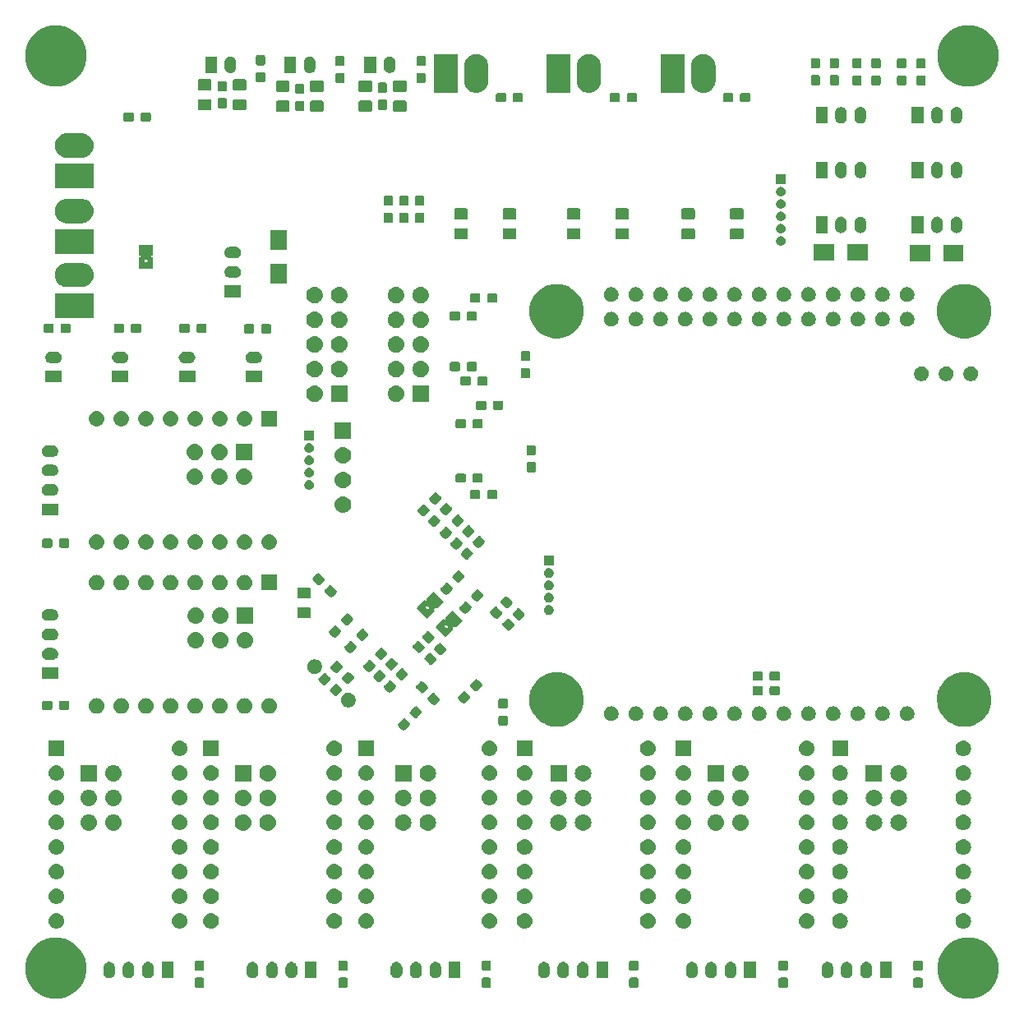
<source format=gbr>
G04 #@! TF.GenerationSoftware,KiCad,Pcbnew,5.1.2-f72e74a~84~ubuntu18.04.1*
G04 #@! TF.CreationDate,2019-05-06T19:15:09+08:00*
G04 #@! TF.ProjectId,printer-board,7072696e-7465-4722-9d62-6f6172642e6b,rev?*
G04 #@! TF.SameCoordinates,Original*
G04 #@! TF.FileFunction,Soldermask,Bot*
G04 #@! TF.FilePolarity,Negative*
%FSLAX46Y46*%
G04 Gerber Fmt 4.6, Leading zero omitted, Abs format (unit mm)*
G04 Created by KiCad (PCBNEW 5.1.2-f72e74a~84~ubuntu18.04.1) date 2019-05-06 19:15:09*
%MOMM*%
%LPD*%
G04 APERTURE LIST*
%ADD10C,2.000000*%
%ADD11C,1.200000*%
%ADD12C,0.150000*%
G04 APERTURE END LIST*
D10*
X98177730Y-29300000D02*
G75*
G03X98177730Y-29300000I-1577730J0D01*
G01*
X98177730Y-69300000D02*
G75*
G03X98177730Y-69300000I-1577730J0D01*
G01*
X56177730Y-69300000D02*
G75*
G03X56177730Y-69300000I-1577730J0D01*
G01*
X56177730Y-29300000D02*
G75*
G03X56177730Y-29300000I-1577730J0D01*
G01*
D11*
X4905000Y-97000000D02*
G75*
G03X4905000Y-97000000I-1905000J0D01*
G01*
X98905000Y-97000000D02*
G75*
G03X98905000Y-97000000I-1905000J0D01*
G01*
X4905000Y-3000000D02*
G75*
G03X4905000Y-3000000I-1905000J0D01*
G01*
X98905000Y-3000000D02*
G75*
G03X98905000Y-3000000I-1905000J0D01*
G01*
D12*
G36*
X97396849Y-93867226D02*
G01*
X97918821Y-93971052D01*
X98492085Y-94208506D01*
X99008008Y-94553235D01*
X99446765Y-94991992D01*
X99791494Y-95507915D01*
X100028948Y-96081179D01*
X100150000Y-96689752D01*
X100150000Y-97310248D01*
X100028948Y-97918821D01*
X99791494Y-98492085D01*
X99446765Y-99008008D01*
X99008008Y-99446765D01*
X98492085Y-99791494D01*
X97918821Y-100028948D01*
X97396849Y-100132774D01*
X97310249Y-100150000D01*
X96689751Y-100150000D01*
X96603151Y-100132774D01*
X96081179Y-100028948D01*
X95507915Y-99791494D01*
X94991992Y-99446765D01*
X94553235Y-99008008D01*
X94208506Y-98492085D01*
X93971052Y-97918821D01*
X93850000Y-97310248D01*
X93850000Y-96689752D01*
X93971052Y-96081179D01*
X94208506Y-95507915D01*
X94553235Y-94991992D01*
X94991992Y-94553235D01*
X95507915Y-94208506D01*
X96081179Y-93971052D01*
X96603151Y-93867226D01*
X96689751Y-93850000D01*
X97310249Y-93850000D01*
X97396849Y-93867226D01*
X97396849Y-93867226D01*
G37*
G36*
X3396849Y-93867226D02*
G01*
X3918821Y-93971052D01*
X4492085Y-94208506D01*
X5008008Y-94553235D01*
X5446765Y-94991992D01*
X5791494Y-95507915D01*
X6028948Y-96081179D01*
X6150000Y-96689752D01*
X6150000Y-97310248D01*
X6028948Y-97918821D01*
X5791494Y-98492085D01*
X5446765Y-99008008D01*
X5008008Y-99446765D01*
X4492085Y-99791494D01*
X3918821Y-100028948D01*
X3396849Y-100132774D01*
X3310249Y-100150000D01*
X2689751Y-100150000D01*
X2603151Y-100132774D01*
X2081179Y-100028948D01*
X1507915Y-99791494D01*
X991992Y-99446765D01*
X553235Y-99008008D01*
X208506Y-98492085D01*
X-28948Y-97918821D01*
X-150000Y-97310248D01*
X-150000Y-96689752D01*
X-28948Y-96081179D01*
X208506Y-95507915D01*
X553235Y-94991992D01*
X991992Y-94553235D01*
X1507915Y-94208506D01*
X2081179Y-93971052D01*
X2603151Y-93867226D01*
X2689751Y-93850000D01*
X3310249Y-93850000D01*
X3396849Y-93867226D01*
X3396849Y-93867226D01*
G37*
G36*
X47704024Y-97953955D02*
G01*
X47736738Y-97963879D01*
X47766885Y-97979993D01*
X47793315Y-98001685D01*
X47815007Y-98028115D01*
X47831121Y-98058262D01*
X47841045Y-98090976D01*
X47845000Y-98131138D01*
X47845000Y-98818862D01*
X47841045Y-98859024D01*
X47831121Y-98891738D01*
X47815007Y-98921885D01*
X47793315Y-98948315D01*
X47766885Y-98970007D01*
X47736738Y-98986121D01*
X47704024Y-98996045D01*
X47663862Y-99000000D01*
X47076138Y-99000000D01*
X47035976Y-98996045D01*
X47003262Y-98986121D01*
X46973115Y-98970007D01*
X46946685Y-98948315D01*
X46924993Y-98921885D01*
X46908879Y-98891738D01*
X46898955Y-98859024D01*
X46895000Y-98818862D01*
X46895000Y-98131138D01*
X46898955Y-98090976D01*
X46908879Y-98058262D01*
X46924993Y-98028115D01*
X46946685Y-98001685D01*
X46973115Y-97979993D01*
X47003262Y-97963879D01*
X47035976Y-97953955D01*
X47076138Y-97950000D01*
X47663862Y-97950000D01*
X47704024Y-97953955D01*
X47704024Y-97953955D01*
G37*
G36*
X32934024Y-97953955D02*
G01*
X32966738Y-97963879D01*
X32996885Y-97979993D01*
X33023315Y-98001685D01*
X33045007Y-98028115D01*
X33061121Y-98058262D01*
X33071045Y-98090976D01*
X33075000Y-98131138D01*
X33075000Y-98818862D01*
X33071045Y-98859024D01*
X33061121Y-98891738D01*
X33045007Y-98921885D01*
X33023315Y-98948315D01*
X32996885Y-98970007D01*
X32966738Y-98986121D01*
X32934024Y-98996045D01*
X32893862Y-99000000D01*
X32306138Y-99000000D01*
X32265976Y-98996045D01*
X32233262Y-98986121D01*
X32203115Y-98970007D01*
X32176685Y-98948315D01*
X32154993Y-98921885D01*
X32138879Y-98891738D01*
X32128955Y-98859024D01*
X32125000Y-98818862D01*
X32125000Y-98131138D01*
X32128955Y-98090976D01*
X32138879Y-98058262D01*
X32154993Y-98028115D01*
X32176685Y-98001685D01*
X32203115Y-97979993D01*
X32233262Y-97963879D01*
X32265976Y-97953955D01*
X32306138Y-97950000D01*
X32893862Y-97950000D01*
X32934024Y-97953955D01*
X32934024Y-97953955D01*
G37*
G36*
X18134024Y-97953955D02*
G01*
X18166738Y-97963879D01*
X18196885Y-97979993D01*
X18223315Y-98001685D01*
X18245007Y-98028115D01*
X18261121Y-98058262D01*
X18271045Y-98090976D01*
X18275000Y-98131138D01*
X18275000Y-98818862D01*
X18271045Y-98859024D01*
X18261121Y-98891738D01*
X18245007Y-98921885D01*
X18223315Y-98948315D01*
X18196885Y-98970007D01*
X18166738Y-98986121D01*
X18134024Y-98996045D01*
X18093862Y-99000000D01*
X17506138Y-99000000D01*
X17465976Y-98996045D01*
X17433262Y-98986121D01*
X17403115Y-98970007D01*
X17376685Y-98948315D01*
X17354993Y-98921885D01*
X17338879Y-98891738D01*
X17328955Y-98859024D01*
X17325000Y-98818862D01*
X17325000Y-98131138D01*
X17328955Y-98090976D01*
X17338879Y-98058262D01*
X17354993Y-98028115D01*
X17376685Y-98001685D01*
X17403115Y-97979993D01*
X17433262Y-97963879D01*
X17465976Y-97953955D01*
X17506138Y-97950000D01*
X18093862Y-97950000D01*
X18134024Y-97953955D01*
X18134024Y-97953955D01*
G37*
G36*
X92169024Y-97953955D02*
G01*
X92201738Y-97963879D01*
X92231885Y-97979993D01*
X92258315Y-98001685D01*
X92280007Y-98028115D01*
X92296121Y-98058262D01*
X92306045Y-98090976D01*
X92310000Y-98131138D01*
X92310000Y-98818862D01*
X92306045Y-98859024D01*
X92296121Y-98891738D01*
X92280007Y-98921885D01*
X92258315Y-98948315D01*
X92231885Y-98970007D01*
X92201738Y-98986121D01*
X92169024Y-98996045D01*
X92128862Y-99000000D01*
X91541138Y-99000000D01*
X91500976Y-98996045D01*
X91468262Y-98986121D01*
X91438115Y-98970007D01*
X91411685Y-98948315D01*
X91389993Y-98921885D01*
X91373879Y-98891738D01*
X91363955Y-98859024D01*
X91360000Y-98818862D01*
X91360000Y-98131138D01*
X91363955Y-98090976D01*
X91373879Y-98058262D01*
X91389993Y-98028115D01*
X91411685Y-98001685D01*
X91438115Y-97979993D01*
X91468262Y-97963879D01*
X91500976Y-97953955D01*
X91541138Y-97950000D01*
X92128862Y-97950000D01*
X92169024Y-97953955D01*
X92169024Y-97953955D01*
G37*
G36*
X78289024Y-97953955D02*
G01*
X78321738Y-97963879D01*
X78351885Y-97979993D01*
X78378315Y-98001685D01*
X78400007Y-98028115D01*
X78416121Y-98058262D01*
X78426045Y-98090976D01*
X78430000Y-98131138D01*
X78430000Y-98818862D01*
X78426045Y-98859024D01*
X78416121Y-98891738D01*
X78400007Y-98921885D01*
X78378315Y-98948315D01*
X78351885Y-98970007D01*
X78321738Y-98986121D01*
X78289024Y-98996045D01*
X78248862Y-99000000D01*
X77661138Y-99000000D01*
X77620976Y-98996045D01*
X77588262Y-98986121D01*
X77558115Y-98970007D01*
X77531685Y-98948315D01*
X77509993Y-98921885D01*
X77493879Y-98891738D01*
X77483955Y-98859024D01*
X77480000Y-98818862D01*
X77480000Y-98131138D01*
X77483955Y-98090976D01*
X77493879Y-98058262D01*
X77509993Y-98028115D01*
X77531685Y-98001685D01*
X77558115Y-97979993D01*
X77588262Y-97963879D01*
X77620976Y-97953955D01*
X77661138Y-97950000D01*
X78248862Y-97950000D01*
X78289024Y-97953955D01*
X78289024Y-97953955D01*
G37*
G36*
X62884024Y-97953955D02*
G01*
X62916738Y-97963879D01*
X62946885Y-97979993D01*
X62973315Y-98001685D01*
X62995007Y-98028115D01*
X63011121Y-98058262D01*
X63021045Y-98090976D01*
X63025000Y-98131138D01*
X63025000Y-98818862D01*
X63021045Y-98859024D01*
X63011121Y-98891738D01*
X62995007Y-98921885D01*
X62973315Y-98948315D01*
X62946885Y-98970007D01*
X62916738Y-98986121D01*
X62884024Y-98996045D01*
X62843862Y-99000000D01*
X62256138Y-99000000D01*
X62215976Y-98996045D01*
X62183262Y-98986121D01*
X62153115Y-98970007D01*
X62126685Y-98948315D01*
X62104993Y-98921885D01*
X62088879Y-98891738D01*
X62078955Y-98859024D01*
X62075000Y-98818862D01*
X62075000Y-98131138D01*
X62078955Y-98090976D01*
X62088879Y-98058262D01*
X62104993Y-98028115D01*
X62126685Y-98001685D01*
X62153115Y-97979993D01*
X62183262Y-97963879D01*
X62215976Y-97953955D01*
X62256138Y-97950000D01*
X62843862Y-97950000D01*
X62884024Y-97953955D01*
X62884024Y-97953955D01*
G37*
G36*
X10616749Y-96344043D02*
G01*
X10729746Y-96378320D01*
X10833883Y-96433983D01*
X10925159Y-96508891D01*
X11000067Y-96600167D01*
X11055730Y-96704304D01*
X11090007Y-96817301D01*
X11098680Y-96905362D01*
X11098680Y-97464638D01*
X11090007Y-97552699D01*
X11055730Y-97665696D01*
X11000067Y-97769833D01*
X10976793Y-97798192D01*
X10925159Y-97861109D01*
X10862241Y-97912743D01*
X10833882Y-97936017D01*
X10729745Y-97991680D01*
X10616748Y-98025957D01*
X10499240Y-98037530D01*
X10381731Y-98025957D01*
X10268734Y-97991680D01*
X10164597Y-97936017D01*
X10136238Y-97912743D01*
X10073321Y-97861109D01*
X10021687Y-97798191D01*
X9998413Y-97769832D01*
X9942750Y-97665695D01*
X9908473Y-97552698D01*
X9899800Y-97464637D01*
X9899800Y-96905362D01*
X9908473Y-96817301D01*
X9942750Y-96704304D01*
X9998413Y-96600167D01*
X10050048Y-96537251D01*
X10073322Y-96508891D01*
X10160313Y-96437500D01*
X10164598Y-96433983D01*
X10268735Y-96378320D01*
X10381732Y-96344043D01*
X10499240Y-96332470D01*
X10616749Y-96344043D01*
X10616749Y-96344043D01*
G37*
G36*
X38227769Y-96344043D02*
G01*
X38340766Y-96378320D01*
X38444903Y-96433983D01*
X38536179Y-96508891D01*
X38611087Y-96600167D01*
X38666750Y-96704304D01*
X38701027Y-96817301D01*
X38709700Y-96905362D01*
X38709700Y-97464638D01*
X38701027Y-97552699D01*
X38666750Y-97665696D01*
X38611087Y-97769833D01*
X38587813Y-97798192D01*
X38536179Y-97861109D01*
X38473261Y-97912743D01*
X38444902Y-97936017D01*
X38340765Y-97991680D01*
X38227768Y-98025957D01*
X38110260Y-98037530D01*
X37992751Y-98025957D01*
X37879754Y-97991680D01*
X37775617Y-97936017D01*
X37747258Y-97912743D01*
X37684341Y-97861109D01*
X37632707Y-97798191D01*
X37609433Y-97769832D01*
X37553770Y-97665695D01*
X37519493Y-97552698D01*
X37510820Y-97464637D01*
X37510820Y-96905362D01*
X37519493Y-96817301D01*
X37553770Y-96704304D01*
X37609433Y-96600167D01*
X37661068Y-96537251D01*
X37684342Y-96508891D01*
X37771333Y-96437500D01*
X37775618Y-96433983D01*
X37879755Y-96378320D01*
X37992752Y-96344043D01*
X38110260Y-96332470D01*
X38227769Y-96344043D01*
X38227769Y-96344043D01*
G37*
G36*
X42228269Y-96344043D02*
G01*
X42341266Y-96378320D01*
X42445403Y-96433983D01*
X42536679Y-96508891D01*
X42611587Y-96600167D01*
X42667250Y-96704304D01*
X42701527Y-96817301D01*
X42710200Y-96905362D01*
X42710200Y-97464638D01*
X42701527Y-97552699D01*
X42667250Y-97665696D01*
X42611587Y-97769833D01*
X42588313Y-97798192D01*
X42536679Y-97861109D01*
X42473761Y-97912743D01*
X42445402Y-97936017D01*
X42341265Y-97991680D01*
X42228268Y-98025957D01*
X42110760Y-98037530D01*
X41993251Y-98025957D01*
X41880254Y-97991680D01*
X41776117Y-97936017D01*
X41747758Y-97912743D01*
X41684841Y-97861109D01*
X41633207Y-97798191D01*
X41609933Y-97769832D01*
X41554270Y-97665695D01*
X41519993Y-97552698D01*
X41511320Y-97464637D01*
X41511320Y-96905362D01*
X41519993Y-96817301D01*
X41554270Y-96704304D01*
X41609933Y-96600167D01*
X41661568Y-96537251D01*
X41684842Y-96508891D01*
X41771833Y-96437500D01*
X41776118Y-96433983D01*
X41880255Y-96378320D01*
X41993252Y-96344043D01*
X42110760Y-96332470D01*
X42228269Y-96344043D01*
X42228269Y-96344043D01*
G37*
G36*
X40226749Y-96344043D02*
G01*
X40339746Y-96378320D01*
X40443883Y-96433983D01*
X40535159Y-96508891D01*
X40610067Y-96600167D01*
X40665730Y-96704304D01*
X40700007Y-96817301D01*
X40708680Y-96905362D01*
X40708680Y-97464638D01*
X40700007Y-97552699D01*
X40665730Y-97665696D01*
X40610067Y-97769833D01*
X40586793Y-97798192D01*
X40535159Y-97861109D01*
X40472241Y-97912743D01*
X40443882Y-97936017D01*
X40339745Y-97991680D01*
X40226748Y-98025957D01*
X40109240Y-98037530D01*
X39991731Y-98025957D01*
X39878734Y-97991680D01*
X39774597Y-97936017D01*
X39746238Y-97912743D01*
X39683321Y-97861109D01*
X39631687Y-97798191D01*
X39608413Y-97769832D01*
X39552750Y-97665695D01*
X39518473Y-97552698D01*
X39509800Y-97464637D01*
X39509800Y-96905362D01*
X39518473Y-96817301D01*
X39552750Y-96704304D01*
X39608413Y-96600167D01*
X39660048Y-96537251D01*
X39683322Y-96508891D01*
X39770313Y-96437500D01*
X39774598Y-96433983D01*
X39878735Y-96378320D01*
X39991732Y-96344043D01*
X40109240Y-96332470D01*
X40226749Y-96344043D01*
X40226749Y-96344043D01*
G37*
G36*
X23397769Y-96344043D02*
G01*
X23510766Y-96378320D01*
X23614903Y-96433983D01*
X23706179Y-96508891D01*
X23781087Y-96600167D01*
X23836750Y-96704304D01*
X23871027Y-96817301D01*
X23879700Y-96905362D01*
X23879700Y-97464638D01*
X23871027Y-97552699D01*
X23836750Y-97665696D01*
X23781087Y-97769833D01*
X23757813Y-97798192D01*
X23706179Y-97861109D01*
X23643261Y-97912743D01*
X23614902Y-97936017D01*
X23510765Y-97991680D01*
X23397768Y-98025957D01*
X23280260Y-98037530D01*
X23162751Y-98025957D01*
X23049754Y-97991680D01*
X22945617Y-97936017D01*
X22917258Y-97912743D01*
X22854341Y-97861109D01*
X22802707Y-97798191D01*
X22779433Y-97769832D01*
X22723770Y-97665695D01*
X22689493Y-97552698D01*
X22680820Y-97464637D01*
X22680820Y-96905362D01*
X22689493Y-96817301D01*
X22723770Y-96704304D01*
X22779433Y-96600167D01*
X22831068Y-96537251D01*
X22854342Y-96508891D01*
X22941333Y-96437500D01*
X22945618Y-96433983D01*
X23049755Y-96378320D01*
X23162752Y-96344043D01*
X23280260Y-96332470D01*
X23397769Y-96344043D01*
X23397769Y-96344043D01*
G37*
G36*
X27398269Y-96344043D02*
G01*
X27511266Y-96378320D01*
X27615403Y-96433983D01*
X27706679Y-96508891D01*
X27781587Y-96600167D01*
X27837250Y-96704304D01*
X27871527Y-96817301D01*
X27880200Y-96905362D01*
X27880200Y-97464638D01*
X27871527Y-97552699D01*
X27837250Y-97665696D01*
X27781587Y-97769833D01*
X27758313Y-97798192D01*
X27706679Y-97861109D01*
X27643761Y-97912743D01*
X27615402Y-97936017D01*
X27511265Y-97991680D01*
X27398268Y-98025957D01*
X27280760Y-98037530D01*
X27163251Y-98025957D01*
X27050254Y-97991680D01*
X26946117Y-97936017D01*
X26917758Y-97912743D01*
X26854841Y-97861109D01*
X26803207Y-97798191D01*
X26779933Y-97769832D01*
X26724270Y-97665695D01*
X26689993Y-97552698D01*
X26681320Y-97464637D01*
X26681320Y-96905362D01*
X26689993Y-96817301D01*
X26724270Y-96704304D01*
X26779933Y-96600167D01*
X26831568Y-96537251D01*
X26854842Y-96508891D01*
X26941833Y-96437500D01*
X26946118Y-96433983D01*
X27050255Y-96378320D01*
X27163252Y-96344043D01*
X27280760Y-96332470D01*
X27398269Y-96344043D01*
X27398269Y-96344043D01*
G37*
G36*
X25396749Y-96344043D02*
G01*
X25509746Y-96378320D01*
X25613883Y-96433983D01*
X25705159Y-96508891D01*
X25780067Y-96600167D01*
X25835730Y-96704304D01*
X25870007Y-96817301D01*
X25878680Y-96905362D01*
X25878680Y-97464638D01*
X25870007Y-97552699D01*
X25835730Y-97665696D01*
X25780067Y-97769833D01*
X25756793Y-97798192D01*
X25705159Y-97861109D01*
X25642241Y-97912743D01*
X25613882Y-97936017D01*
X25509745Y-97991680D01*
X25396748Y-98025957D01*
X25279240Y-98037530D01*
X25161731Y-98025957D01*
X25048734Y-97991680D01*
X24944597Y-97936017D01*
X24916238Y-97912743D01*
X24853321Y-97861109D01*
X24801687Y-97798191D01*
X24778413Y-97769832D01*
X24722750Y-97665695D01*
X24688473Y-97552698D01*
X24679800Y-97464637D01*
X24679800Y-96905362D01*
X24688473Y-96817301D01*
X24722750Y-96704304D01*
X24778413Y-96600167D01*
X24830048Y-96537251D01*
X24853322Y-96508891D01*
X24940313Y-96437500D01*
X24944598Y-96433983D01*
X25048735Y-96378320D01*
X25161732Y-96344043D01*
X25279240Y-96332470D01*
X25396749Y-96344043D01*
X25396749Y-96344043D01*
G37*
G36*
X8617769Y-96344043D02*
G01*
X8730766Y-96378320D01*
X8834903Y-96433983D01*
X8926179Y-96508891D01*
X9001087Y-96600167D01*
X9056750Y-96704304D01*
X9091027Y-96817301D01*
X9099700Y-96905362D01*
X9099700Y-97464638D01*
X9091027Y-97552699D01*
X9056750Y-97665696D01*
X9001087Y-97769833D01*
X8977813Y-97798192D01*
X8926179Y-97861109D01*
X8863261Y-97912743D01*
X8834902Y-97936017D01*
X8730765Y-97991680D01*
X8617768Y-98025957D01*
X8500260Y-98037530D01*
X8382751Y-98025957D01*
X8269754Y-97991680D01*
X8165617Y-97936017D01*
X8137258Y-97912743D01*
X8074341Y-97861109D01*
X8022707Y-97798191D01*
X7999433Y-97769832D01*
X7943770Y-97665695D01*
X7909493Y-97552698D01*
X7900820Y-97464637D01*
X7900820Y-96905362D01*
X7909493Y-96817301D01*
X7943770Y-96704304D01*
X7999433Y-96600167D01*
X8051068Y-96537251D01*
X8074342Y-96508891D01*
X8161333Y-96437500D01*
X8165618Y-96433983D01*
X8269755Y-96378320D01*
X8382752Y-96344043D01*
X8500260Y-96332470D01*
X8617769Y-96344043D01*
X8617769Y-96344043D01*
G37*
G36*
X12618269Y-96344043D02*
G01*
X12731266Y-96378320D01*
X12835403Y-96433983D01*
X12926679Y-96508891D01*
X13001587Y-96600167D01*
X13057250Y-96704304D01*
X13091527Y-96817301D01*
X13100200Y-96905362D01*
X13100200Y-97464638D01*
X13091527Y-97552699D01*
X13057250Y-97665696D01*
X13001587Y-97769833D01*
X12978313Y-97798192D01*
X12926679Y-97861109D01*
X12863761Y-97912743D01*
X12835402Y-97936017D01*
X12731265Y-97991680D01*
X12618268Y-98025957D01*
X12500760Y-98037530D01*
X12383251Y-98025957D01*
X12270254Y-97991680D01*
X12166117Y-97936017D01*
X12137758Y-97912743D01*
X12074841Y-97861109D01*
X12023207Y-97798191D01*
X11999933Y-97769832D01*
X11944270Y-97665695D01*
X11909993Y-97552698D01*
X11901320Y-97464637D01*
X11901320Y-96905362D01*
X11909993Y-96817301D01*
X11944270Y-96704304D01*
X11999933Y-96600167D01*
X12051568Y-96537251D01*
X12074842Y-96508891D01*
X12161833Y-96437500D01*
X12166118Y-96433983D01*
X12270255Y-96378320D01*
X12383252Y-96344043D01*
X12500760Y-96332470D01*
X12618269Y-96344043D01*
X12618269Y-96344043D01*
G37*
G36*
X55406749Y-96344043D02*
G01*
X55519746Y-96378320D01*
X55623883Y-96433983D01*
X55715159Y-96508891D01*
X55790067Y-96600167D01*
X55845730Y-96704304D01*
X55880007Y-96817301D01*
X55888680Y-96905362D01*
X55888680Y-97464638D01*
X55880007Y-97552699D01*
X55845730Y-97665696D01*
X55790067Y-97769833D01*
X55766793Y-97798192D01*
X55715159Y-97861109D01*
X55652241Y-97912743D01*
X55623882Y-97936017D01*
X55519745Y-97991680D01*
X55406748Y-98025957D01*
X55289240Y-98037530D01*
X55171731Y-98025957D01*
X55058734Y-97991680D01*
X54954597Y-97936017D01*
X54926238Y-97912743D01*
X54863321Y-97861109D01*
X54811687Y-97798191D01*
X54788413Y-97769832D01*
X54732750Y-97665695D01*
X54698473Y-97552698D01*
X54689800Y-97464637D01*
X54689800Y-96905362D01*
X54698473Y-96817301D01*
X54732750Y-96704304D01*
X54788413Y-96600167D01*
X54840048Y-96537251D01*
X54863322Y-96508891D01*
X54950313Y-96437500D01*
X54954598Y-96433983D01*
X55058735Y-96378320D01*
X55171732Y-96344043D01*
X55289240Y-96332470D01*
X55406749Y-96344043D01*
X55406749Y-96344043D01*
G37*
G36*
X68637769Y-96344043D02*
G01*
X68750766Y-96378320D01*
X68854903Y-96433983D01*
X68946179Y-96508891D01*
X69021087Y-96600167D01*
X69076750Y-96704304D01*
X69111027Y-96817301D01*
X69119700Y-96905362D01*
X69119700Y-97464638D01*
X69111027Y-97552699D01*
X69076750Y-97665696D01*
X69021087Y-97769833D01*
X68997813Y-97798192D01*
X68946179Y-97861109D01*
X68883261Y-97912743D01*
X68854902Y-97936017D01*
X68750765Y-97991680D01*
X68637768Y-98025957D01*
X68520260Y-98037530D01*
X68402751Y-98025957D01*
X68289754Y-97991680D01*
X68185617Y-97936017D01*
X68157258Y-97912743D01*
X68094341Y-97861109D01*
X68042707Y-97798191D01*
X68019433Y-97769832D01*
X67963770Y-97665695D01*
X67929493Y-97552698D01*
X67920820Y-97464637D01*
X67920820Y-96905362D01*
X67929493Y-96817301D01*
X67963770Y-96704304D01*
X68019433Y-96600167D01*
X68071068Y-96537251D01*
X68094342Y-96508891D01*
X68181333Y-96437500D01*
X68185618Y-96433983D01*
X68289755Y-96378320D01*
X68402752Y-96344043D01*
X68520260Y-96332470D01*
X68637769Y-96344043D01*
X68637769Y-96344043D01*
G37*
G36*
X57408269Y-96344043D02*
G01*
X57521266Y-96378320D01*
X57625403Y-96433983D01*
X57716679Y-96508891D01*
X57791587Y-96600167D01*
X57847250Y-96704304D01*
X57881527Y-96817301D01*
X57890200Y-96905362D01*
X57890200Y-97464638D01*
X57881527Y-97552699D01*
X57847250Y-97665696D01*
X57791587Y-97769833D01*
X57768313Y-97798192D01*
X57716679Y-97861109D01*
X57653761Y-97912743D01*
X57625402Y-97936017D01*
X57521265Y-97991680D01*
X57408268Y-98025957D01*
X57290760Y-98037530D01*
X57173251Y-98025957D01*
X57060254Y-97991680D01*
X56956117Y-97936017D01*
X56927758Y-97912743D01*
X56864841Y-97861109D01*
X56813207Y-97798191D01*
X56789933Y-97769832D01*
X56734270Y-97665695D01*
X56699993Y-97552698D01*
X56691320Y-97464637D01*
X56691320Y-96905362D01*
X56699993Y-96817301D01*
X56734270Y-96704304D01*
X56789933Y-96600167D01*
X56841568Y-96537251D01*
X56864842Y-96508891D01*
X56951833Y-96437500D01*
X56956118Y-96433983D01*
X57060255Y-96378320D01*
X57173252Y-96344043D01*
X57290760Y-96332470D01*
X57408269Y-96344043D01*
X57408269Y-96344043D01*
G37*
G36*
X70636749Y-96344043D02*
G01*
X70749746Y-96378320D01*
X70853883Y-96433983D01*
X70945159Y-96508891D01*
X71020067Y-96600167D01*
X71075730Y-96704304D01*
X71110007Y-96817301D01*
X71118680Y-96905362D01*
X71118680Y-97464638D01*
X71110007Y-97552699D01*
X71075730Y-97665696D01*
X71020067Y-97769833D01*
X70996793Y-97798192D01*
X70945159Y-97861109D01*
X70882241Y-97912743D01*
X70853882Y-97936017D01*
X70749745Y-97991680D01*
X70636748Y-98025957D01*
X70519240Y-98037530D01*
X70401731Y-98025957D01*
X70288734Y-97991680D01*
X70184597Y-97936017D01*
X70156238Y-97912743D01*
X70093321Y-97861109D01*
X70041687Y-97798191D01*
X70018413Y-97769832D01*
X69962750Y-97665695D01*
X69928473Y-97552698D01*
X69919800Y-97464637D01*
X69919800Y-96905362D01*
X69928473Y-96817301D01*
X69962750Y-96704304D01*
X70018413Y-96600167D01*
X70070048Y-96537251D01*
X70093322Y-96508891D01*
X70180313Y-96437500D01*
X70184598Y-96433983D01*
X70288735Y-96378320D01*
X70401732Y-96344043D01*
X70519240Y-96332470D01*
X70636749Y-96344043D01*
X70636749Y-96344043D01*
G37*
G36*
X72638269Y-96344043D02*
G01*
X72751266Y-96378320D01*
X72855403Y-96433983D01*
X72946679Y-96508891D01*
X73021587Y-96600167D01*
X73077250Y-96704304D01*
X73111527Y-96817301D01*
X73120200Y-96905362D01*
X73120200Y-97464638D01*
X73111527Y-97552699D01*
X73077250Y-97665696D01*
X73021587Y-97769833D01*
X72998313Y-97798192D01*
X72946679Y-97861109D01*
X72883761Y-97912743D01*
X72855402Y-97936017D01*
X72751265Y-97991680D01*
X72638268Y-98025957D01*
X72520760Y-98037530D01*
X72403251Y-98025957D01*
X72290254Y-97991680D01*
X72186117Y-97936017D01*
X72157758Y-97912743D01*
X72094841Y-97861109D01*
X72043207Y-97798191D01*
X72019933Y-97769832D01*
X71964270Y-97665695D01*
X71929993Y-97552698D01*
X71921320Y-97464637D01*
X71921320Y-96905362D01*
X71929993Y-96817301D01*
X71964270Y-96704304D01*
X72019933Y-96600167D01*
X72071568Y-96537251D01*
X72094842Y-96508891D01*
X72181833Y-96437500D01*
X72186118Y-96433983D01*
X72290255Y-96378320D01*
X72403252Y-96344043D01*
X72520760Y-96332470D01*
X72638269Y-96344043D01*
X72638269Y-96344043D01*
G37*
G36*
X84616749Y-96344043D02*
G01*
X84729746Y-96378320D01*
X84833883Y-96433983D01*
X84925159Y-96508891D01*
X85000067Y-96600167D01*
X85055730Y-96704304D01*
X85090007Y-96817301D01*
X85098680Y-96905362D01*
X85098680Y-97464638D01*
X85090007Y-97552699D01*
X85055730Y-97665696D01*
X85000067Y-97769833D01*
X84976793Y-97798192D01*
X84925159Y-97861109D01*
X84862241Y-97912743D01*
X84833882Y-97936017D01*
X84729745Y-97991680D01*
X84616748Y-98025957D01*
X84499240Y-98037530D01*
X84381731Y-98025957D01*
X84268734Y-97991680D01*
X84164597Y-97936017D01*
X84136238Y-97912743D01*
X84073321Y-97861109D01*
X84021687Y-97798191D01*
X83998413Y-97769832D01*
X83942750Y-97665695D01*
X83908473Y-97552698D01*
X83899800Y-97464637D01*
X83899800Y-96905362D01*
X83908473Y-96817301D01*
X83942750Y-96704304D01*
X83998413Y-96600167D01*
X84050048Y-96537251D01*
X84073322Y-96508891D01*
X84160313Y-96437500D01*
X84164598Y-96433983D01*
X84268735Y-96378320D01*
X84381732Y-96344043D01*
X84499240Y-96332470D01*
X84616749Y-96344043D01*
X84616749Y-96344043D01*
G37*
G36*
X86618269Y-96344043D02*
G01*
X86731266Y-96378320D01*
X86835403Y-96433983D01*
X86926679Y-96508891D01*
X87001587Y-96600167D01*
X87057250Y-96704304D01*
X87091527Y-96817301D01*
X87100200Y-96905362D01*
X87100200Y-97464638D01*
X87091527Y-97552699D01*
X87057250Y-97665696D01*
X87001587Y-97769833D01*
X86978313Y-97798192D01*
X86926679Y-97861109D01*
X86863761Y-97912743D01*
X86835402Y-97936017D01*
X86731265Y-97991680D01*
X86618268Y-98025957D01*
X86500760Y-98037530D01*
X86383251Y-98025957D01*
X86270254Y-97991680D01*
X86166117Y-97936017D01*
X86137758Y-97912743D01*
X86074841Y-97861109D01*
X86023207Y-97798191D01*
X85999933Y-97769832D01*
X85944270Y-97665695D01*
X85909993Y-97552698D01*
X85901320Y-97464637D01*
X85901320Y-96905362D01*
X85909993Y-96817301D01*
X85944270Y-96704304D01*
X85999933Y-96600167D01*
X86051568Y-96537251D01*
X86074842Y-96508891D01*
X86161833Y-96437500D01*
X86166118Y-96433983D01*
X86270255Y-96378320D01*
X86383252Y-96344043D01*
X86500760Y-96332470D01*
X86618269Y-96344043D01*
X86618269Y-96344043D01*
G37*
G36*
X82617769Y-96344043D02*
G01*
X82730766Y-96378320D01*
X82834903Y-96433983D01*
X82926179Y-96508891D01*
X83001087Y-96600167D01*
X83056750Y-96704304D01*
X83091027Y-96817301D01*
X83099700Y-96905362D01*
X83099700Y-97464638D01*
X83091027Y-97552699D01*
X83056750Y-97665696D01*
X83001087Y-97769833D01*
X82977813Y-97798192D01*
X82926179Y-97861109D01*
X82863261Y-97912743D01*
X82834902Y-97936017D01*
X82730765Y-97991680D01*
X82617768Y-98025957D01*
X82500260Y-98037530D01*
X82382751Y-98025957D01*
X82269754Y-97991680D01*
X82165617Y-97936017D01*
X82137258Y-97912743D01*
X82074341Y-97861109D01*
X82022707Y-97798191D01*
X81999433Y-97769832D01*
X81943770Y-97665695D01*
X81909493Y-97552698D01*
X81900820Y-97464637D01*
X81900820Y-96905362D01*
X81909493Y-96817301D01*
X81943770Y-96704304D01*
X81999433Y-96600167D01*
X82051068Y-96537251D01*
X82074342Y-96508891D01*
X82161333Y-96437500D01*
X82165618Y-96433983D01*
X82269755Y-96378320D01*
X82382752Y-96344043D01*
X82500260Y-96332470D01*
X82617769Y-96344043D01*
X82617769Y-96344043D01*
G37*
G36*
X53407769Y-96344043D02*
G01*
X53520766Y-96378320D01*
X53624903Y-96433983D01*
X53716179Y-96508891D01*
X53791087Y-96600167D01*
X53846750Y-96704304D01*
X53881027Y-96817301D01*
X53889700Y-96905362D01*
X53889700Y-97464638D01*
X53881027Y-97552699D01*
X53846750Y-97665696D01*
X53791087Y-97769833D01*
X53767813Y-97798192D01*
X53716179Y-97861109D01*
X53653261Y-97912743D01*
X53624902Y-97936017D01*
X53520765Y-97991680D01*
X53407768Y-98025957D01*
X53290260Y-98037530D01*
X53172751Y-98025957D01*
X53059754Y-97991680D01*
X52955617Y-97936017D01*
X52927258Y-97912743D01*
X52864341Y-97861109D01*
X52812707Y-97798191D01*
X52789433Y-97769832D01*
X52733770Y-97665695D01*
X52699493Y-97552698D01*
X52690820Y-97464637D01*
X52690820Y-96905362D01*
X52699493Y-96817301D01*
X52733770Y-96704304D01*
X52789433Y-96600167D01*
X52841068Y-96537251D01*
X52864342Y-96508891D01*
X52951333Y-96437500D01*
X52955618Y-96433983D01*
X53059755Y-96378320D01*
X53172752Y-96344043D01*
X53290260Y-96332470D01*
X53407769Y-96344043D01*
X53407769Y-96344043D01*
G37*
G36*
X29881720Y-98034630D02*
G01*
X28682840Y-98034630D01*
X28682840Y-96335370D01*
X29881720Y-96335370D01*
X29881720Y-98034630D01*
X29881720Y-98034630D01*
G37*
G36*
X75121720Y-98034630D02*
G01*
X73922840Y-98034630D01*
X73922840Y-96335370D01*
X75121720Y-96335370D01*
X75121720Y-98034630D01*
X75121720Y-98034630D01*
G37*
G36*
X89101720Y-98034630D02*
G01*
X87902840Y-98034630D01*
X87902840Y-96335370D01*
X89101720Y-96335370D01*
X89101720Y-98034630D01*
X89101720Y-98034630D01*
G37*
G36*
X44711720Y-98034630D02*
G01*
X43512840Y-98034630D01*
X43512840Y-96335370D01*
X44711720Y-96335370D01*
X44711720Y-98034630D01*
X44711720Y-98034630D01*
G37*
G36*
X59891720Y-98034630D02*
G01*
X58692840Y-98034630D01*
X58692840Y-96335370D01*
X59891720Y-96335370D01*
X59891720Y-98034630D01*
X59891720Y-98034630D01*
G37*
G36*
X15101720Y-98034630D02*
G01*
X13902840Y-98034630D01*
X13902840Y-96335370D01*
X15101720Y-96335370D01*
X15101720Y-98034630D01*
X15101720Y-98034630D01*
G37*
G36*
X92169024Y-96203955D02*
G01*
X92201738Y-96213879D01*
X92231885Y-96229993D01*
X92258315Y-96251685D01*
X92280007Y-96278115D01*
X92296121Y-96308262D01*
X92306045Y-96340976D01*
X92310000Y-96381138D01*
X92310000Y-97068862D01*
X92306045Y-97109024D01*
X92296121Y-97141738D01*
X92280007Y-97171885D01*
X92258315Y-97198315D01*
X92231885Y-97220007D01*
X92201738Y-97236121D01*
X92169024Y-97246045D01*
X92128862Y-97250000D01*
X91541138Y-97250000D01*
X91500976Y-97246045D01*
X91468262Y-97236121D01*
X91438115Y-97220007D01*
X91411685Y-97198315D01*
X91389993Y-97171885D01*
X91373879Y-97141738D01*
X91363955Y-97109024D01*
X91360000Y-97068862D01*
X91360000Y-96381138D01*
X91363955Y-96340976D01*
X91373879Y-96308262D01*
X91389993Y-96278115D01*
X91411685Y-96251685D01*
X91438115Y-96229993D01*
X91468262Y-96213879D01*
X91500976Y-96203955D01*
X91541138Y-96200000D01*
X92128862Y-96200000D01*
X92169024Y-96203955D01*
X92169024Y-96203955D01*
G37*
G36*
X32934024Y-96203955D02*
G01*
X32966738Y-96213879D01*
X32996885Y-96229993D01*
X33023315Y-96251685D01*
X33045007Y-96278115D01*
X33061121Y-96308262D01*
X33071045Y-96340976D01*
X33075000Y-96381138D01*
X33075000Y-97068862D01*
X33071045Y-97109024D01*
X33061121Y-97141738D01*
X33045007Y-97171885D01*
X33023315Y-97198315D01*
X32996885Y-97220007D01*
X32966738Y-97236121D01*
X32934024Y-97246045D01*
X32893862Y-97250000D01*
X32306138Y-97250000D01*
X32265976Y-97246045D01*
X32233262Y-97236121D01*
X32203115Y-97220007D01*
X32176685Y-97198315D01*
X32154993Y-97171885D01*
X32138879Y-97141738D01*
X32128955Y-97109024D01*
X32125000Y-97068862D01*
X32125000Y-96381138D01*
X32128955Y-96340976D01*
X32138879Y-96308262D01*
X32154993Y-96278115D01*
X32176685Y-96251685D01*
X32203115Y-96229993D01*
X32233262Y-96213879D01*
X32265976Y-96203955D01*
X32306138Y-96200000D01*
X32893862Y-96200000D01*
X32934024Y-96203955D01*
X32934024Y-96203955D01*
G37*
G36*
X62884024Y-96203955D02*
G01*
X62916738Y-96213879D01*
X62946885Y-96229993D01*
X62973315Y-96251685D01*
X62995007Y-96278115D01*
X63011121Y-96308262D01*
X63021045Y-96340976D01*
X63025000Y-96381138D01*
X63025000Y-97068862D01*
X63021045Y-97109024D01*
X63011121Y-97141738D01*
X62995007Y-97171885D01*
X62973315Y-97198315D01*
X62946885Y-97220007D01*
X62916738Y-97236121D01*
X62884024Y-97246045D01*
X62843862Y-97250000D01*
X62256138Y-97250000D01*
X62215976Y-97246045D01*
X62183262Y-97236121D01*
X62153115Y-97220007D01*
X62126685Y-97198315D01*
X62104993Y-97171885D01*
X62088879Y-97141738D01*
X62078955Y-97109024D01*
X62075000Y-97068862D01*
X62075000Y-96381138D01*
X62078955Y-96340976D01*
X62088879Y-96308262D01*
X62104993Y-96278115D01*
X62126685Y-96251685D01*
X62153115Y-96229993D01*
X62183262Y-96213879D01*
X62215976Y-96203955D01*
X62256138Y-96200000D01*
X62843862Y-96200000D01*
X62884024Y-96203955D01*
X62884024Y-96203955D01*
G37*
G36*
X18134024Y-96203955D02*
G01*
X18166738Y-96213879D01*
X18196885Y-96229993D01*
X18223315Y-96251685D01*
X18245007Y-96278115D01*
X18261121Y-96308262D01*
X18271045Y-96340976D01*
X18275000Y-96381138D01*
X18275000Y-97068862D01*
X18271045Y-97109024D01*
X18261121Y-97141738D01*
X18245007Y-97171885D01*
X18223315Y-97198315D01*
X18196885Y-97220007D01*
X18166738Y-97236121D01*
X18134024Y-97246045D01*
X18093862Y-97250000D01*
X17506138Y-97250000D01*
X17465976Y-97246045D01*
X17433262Y-97236121D01*
X17403115Y-97220007D01*
X17376685Y-97198315D01*
X17354993Y-97171885D01*
X17338879Y-97141738D01*
X17328955Y-97109024D01*
X17325000Y-97068862D01*
X17325000Y-96381138D01*
X17328955Y-96340976D01*
X17338879Y-96308262D01*
X17354993Y-96278115D01*
X17376685Y-96251685D01*
X17403115Y-96229993D01*
X17433262Y-96213879D01*
X17465976Y-96203955D01*
X17506138Y-96200000D01*
X18093862Y-96200000D01*
X18134024Y-96203955D01*
X18134024Y-96203955D01*
G37*
G36*
X78289024Y-96203955D02*
G01*
X78321738Y-96213879D01*
X78351885Y-96229993D01*
X78378315Y-96251685D01*
X78400007Y-96278115D01*
X78416121Y-96308262D01*
X78426045Y-96340976D01*
X78430000Y-96381138D01*
X78430000Y-97068862D01*
X78426045Y-97109024D01*
X78416121Y-97141738D01*
X78400007Y-97171885D01*
X78378315Y-97198315D01*
X78351885Y-97220007D01*
X78321738Y-97236121D01*
X78289024Y-97246045D01*
X78248862Y-97250000D01*
X77661138Y-97250000D01*
X77620976Y-97246045D01*
X77588262Y-97236121D01*
X77558115Y-97220007D01*
X77531685Y-97198315D01*
X77509993Y-97171885D01*
X77493879Y-97141738D01*
X77483955Y-97109024D01*
X77480000Y-97068862D01*
X77480000Y-96381138D01*
X77483955Y-96340976D01*
X77493879Y-96308262D01*
X77509993Y-96278115D01*
X77531685Y-96251685D01*
X77558115Y-96229993D01*
X77588262Y-96213879D01*
X77620976Y-96203955D01*
X77661138Y-96200000D01*
X78248862Y-96200000D01*
X78289024Y-96203955D01*
X78289024Y-96203955D01*
G37*
G36*
X47704024Y-96203955D02*
G01*
X47736738Y-96213879D01*
X47766885Y-96229993D01*
X47793315Y-96251685D01*
X47815007Y-96278115D01*
X47831121Y-96308262D01*
X47841045Y-96340976D01*
X47845000Y-96381138D01*
X47845000Y-97068862D01*
X47841045Y-97109024D01*
X47831121Y-97141738D01*
X47815007Y-97171885D01*
X47793315Y-97198315D01*
X47766885Y-97220007D01*
X47736738Y-97236121D01*
X47704024Y-97246045D01*
X47663862Y-97250000D01*
X47076138Y-97250000D01*
X47035976Y-97246045D01*
X47003262Y-97236121D01*
X46973115Y-97220007D01*
X46946685Y-97198315D01*
X46924993Y-97171885D01*
X46908879Y-97141738D01*
X46898955Y-97109024D01*
X46895000Y-97068862D01*
X46895000Y-96381138D01*
X46898955Y-96340976D01*
X46908879Y-96308262D01*
X46924993Y-96278115D01*
X46946685Y-96251685D01*
X46973115Y-96229993D01*
X47003262Y-96213879D01*
X47035976Y-96203955D01*
X47076138Y-96200000D01*
X47663862Y-96200000D01*
X47704024Y-96203955D01*
X47704024Y-96203955D01*
G37*
G36*
X83883471Y-91328859D02*
G01*
X83961827Y-91336576D01*
X84112628Y-91382321D01*
X84112630Y-91382322D01*
X84251605Y-91456606D01*
X84251607Y-91456607D01*
X84251606Y-91456607D01*
X84373422Y-91556578D01*
X84473393Y-91678394D01*
X84547679Y-91817372D01*
X84593424Y-91968173D01*
X84608870Y-92125000D01*
X84593424Y-92281827D01*
X84547679Y-92432628D01*
X84547678Y-92432630D01*
X84473394Y-92571605D01*
X84373422Y-92693422D01*
X84251605Y-92793394D01*
X84112630Y-92867678D01*
X84112628Y-92867679D01*
X83961827Y-92913424D01*
X83883471Y-92921141D01*
X83844294Y-92925000D01*
X83765706Y-92925000D01*
X83726529Y-92921141D01*
X83648173Y-92913424D01*
X83497372Y-92867679D01*
X83497370Y-92867678D01*
X83358395Y-92793394D01*
X83236578Y-92693422D01*
X83136606Y-92571605D01*
X83062322Y-92432630D01*
X83062321Y-92432628D01*
X83016576Y-92281827D01*
X83001130Y-92125000D01*
X83016576Y-91968173D01*
X83062321Y-91817372D01*
X83136607Y-91678394D01*
X83236578Y-91556578D01*
X83358394Y-91456607D01*
X83358393Y-91456607D01*
X83358395Y-91456606D01*
X83497370Y-91382322D01*
X83497372Y-91382321D01*
X83648173Y-91336576D01*
X83726529Y-91328859D01*
X83765706Y-91325000D01*
X83844294Y-91325000D01*
X83883471Y-91328859D01*
X83883471Y-91328859D01*
G37*
G36*
X3153471Y-91328859D02*
G01*
X3231827Y-91336576D01*
X3382628Y-91382321D01*
X3382630Y-91382322D01*
X3521605Y-91456606D01*
X3521607Y-91456607D01*
X3521606Y-91456607D01*
X3643422Y-91556578D01*
X3743393Y-91678394D01*
X3817679Y-91817372D01*
X3863424Y-91968173D01*
X3878870Y-92125000D01*
X3863424Y-92281827D01*
X3817679Y-92432628D01*
X3817678Y-92432630D01*
X3743394Y-92571605D01*
X3643422Y-92693422D01*
X3521605Y-92793394D01*
X3382630Y-92867678D01*
X3382628Y-92867679D01*
X3231827Y-92913424D01*
X3153471Y-92921141D01*
X3114294Y-92925000D01*
X3035706Y-92925000D01*
X2996529Y-92921141D01*
X2918173Y-92913424D01*
X2767372Y-92867679D01*
X2767370Y-92867678D01*
X2628395Y-92793394D01*
X2506578Y-92693422D01*
X2406606Y-92571605D01*
X2332322Y-92432630D01*
X2332321Y-92432628D01*
X2286576Y-92281827D01*
X2271130Y-92125000D01*
X2286576Y-91968173D01*
X2332321Y-91817372D01*
X2406607Y-91678394D01*
X2506578Y-91556578D01*
X2628394Y-91456607D01*
X2628393Y-91456607D01*
X2628395Y-91456606D01*
X2767370Y-91382322D01*
X2767372Y-91382321D01*
X2918173Y-91336576D01*
X2996529Y-91328859D01*
X3035706Y-91325000D01*
X3114294Y-91325000D01*
X3153471Y-91328859D01*
X3153471Y-91328859D01*
G37*
G36*
X51381471Y-91328859D02*
G01*
X51459827Y-91336576D01*
X51610628Y-91382321D01*
X51610630Y-91382322D01*
X51749605Y-91456606D01*
X51749607Y-91456607D01*
X51749606Y-91456607D01*
X51871422Y-91556578D01*
X51971393Y-91678394D01*
X52045679Y-91817372D01*
X52091424Y-91968173D01*
X52106870Y-92125000D01*
X52091424Y-92281827D01*
X52045679Y-92432628D01*
X52045678Y-92432630D01*
X51971394Y-92571605D01*
X51871422Y-92693422D01*
X51749605Y-92793394D01*
X51610630Y-92867678D01*
X51610628Y-92867679D01*
X51459827Y-92913424D01*
X51381471Y-92921141D01*
X51342294Y-92925000D01*
X51263706Y-92925000D01*
X51224529Y-92921141D01*
X51146173Y-92913424D01*
X50995372Y-92867679D01*
X50995370Y-92867678D01*
X50856395Y-92793394D01*
X50734578Y-92693422D01*
X50634606Y-92571605D01*
X50560322Y-92432630D01*
X50560321Y-92432628D01*
X50514576Y-92281827D01*
X50499130Y-92125000D01*
X50514576Y-91968173D01*
X50560321Y-91817372D01*
X50634607Y-91678394D01*
X50734578Y-91556578D01*
X50856394Y-91456607D01*
X50856393Y-91456607D01*
X50856395Y-91456606D01*
X50995370Y-91382322D01*
X50995372Y-91382321D01*
X51146173Y-91336576D01*
X51224529Y-91328859D01*
X51263706Y-91325000D01*
X51342294Y-91325000D01*
X51381471Y-91328859D01*
X51381471Y-91328859D01*
G37*
G36*
X64081471Y-91328859D02*
G01*
X64159827Y-91336576D01*
X64310628Y-91382321D01*
X64310630Y-91382322D01*
X64449605Y-91456606D01*
X64449607Y-91456607D01*
X64449606Y-91456607D01*
X64571422Y-91556578D01*
X64671393Y-91678394D01*
X64745679Y-91817372D01*
X64791424Y-91968173D01*
X64806870Y-92125000D01*
X64791424Y-92281827D01*
X64745679Y-92432628D01*
X64745678Y-92432630D01*
X64671394Y-92571605D01*
X64571422Y-92693422D01*
X64449605Y-92793394D01*
X64310630Y-92867678D01*
X64310628Y-92867679D01*
X64159827Y-92913424D01*
X64081471Y-92921141D01*
X64042294Y-92925000D01*
X63963706Y-92925000D01*
X63924529Y-92921141D01*
X63846173Y-92913424D01*
X63695372Y-92867679D01*
X63695370Y-92867678D01*
X63556395Y-92793394D01*
X63434578Y-92693422D01*
X63334606Y-92571605D01*
X63260322Y-92432630D01*
X63260321Y-92432628D01*
X63214576Y-92281827D01*
X63199130Y-92125000D01*
X63214576Y-91968173D01*
X63260321Y-91817372D01*
X63334607Y-91678394D01*
X63434578Y-91556578D01*
X63556394Y-91456607D01*
X63556393Y-91456607D01*
X63556395Y-91456606D01*
X63695370Y-91382322D01*
X63695372Y-91382321D01*
X63846173Y-91336576D01*
X63924529Y-91328859D01*
X63963706Y-91325000D01*
X64042294Y-91325000D01*
X64081471Y-91328859D01*
X64081471Y-91328859D01*
G37*
G36*
X80457471Y-91328859D02*
G01*
X80535827Y-91336576D01*
X80686628Y-91382321D01*
X80686630Y-91382322D01*
X80825605Y-91456606D01*
X80825607Y-91456607D01*
X80825606Y-91456607D01*
X80947422Y-91556578D01*
X81047393Y-91678394D01*
X81121679Y-91817372D01*
X81167424Y-91968173D01*
X81182870Y-92125000D01*
X81167424Y-92281827D01*
X81121679Y-92432628D01*
X81121678Y-92432630D01*
X81047394Y-92571605D01*
X80947422Y-92693422D01*
X80825605Y-92793394D01*
X80686630Y-92867678D01*
X80686628Y-92867679D01*
X80535827Y-92913424D01*
X80457471Y-92921141D01*
X80418294Y-92925000D01*
X80339706Y-92925000D01*
X80300529Y-92921141D01*
X80222173Y-92913424D01*
X80071372Y-92867679D01*
X80071370Y-92867678D01*
X79932395Y-92793394D01*
X79810578Y-92693422D01*
X79710606Y-92571605D01*
X79636322Y-92432630D01*
X79636321Y-92432628D01*
X79590576Y-92281827D01*
X79575130Y-92125000D01*
X79590576Y-91968173D01*
X79636321Y-91817372D01*
X79710607Y-91678394D01*
X79810578Y-91556578D01*
X79932394Y-91456607D01*
X79932393Y-91456607D01*
X79932395Y-91456606D01*
X80071370Y-91382322D01*
X80071372Y-91382321D01*
X80222173Y-91336576D01*
X80300529Y-91328859D01*
X80339706Y-91325000D01*
X80418294Y-91325000D01*
X80457471Y-91328859D01*
X80457471Y-91328859D01*
G37*
G36*
X96583471Y-91328859D02*
G01*
X96661827Y-91336576D01*
X96812628Y-91382321D01*
X96812630Y-91382322D01*
X96951605Y-91456606D01*
X96951607Y-91456607D01*
X96951606Y-91456607D01*
X97073422Y-91556578D01*
X97173393Y-91678394D01*
X97247679Y-91817372D01*
X97293424Y-91968173D01*
X97308870Y-92125000D01*
X97293424Y-92281827D01*
X97247679Y-92432628D01*
X97247678Y-92432630D01*
X97173394Y-92571605D01*
X97073422Y-92693422D01*
X96951605Y-92793394D01*
X96812630Y-92867678D01*
X96812628Y-92867679D01*
X96661827Y-92913424D01*
X96583471Y-92921141D01*
X96544294Y-92925000D01*
X96465706Y-92925000D01*
X96426529Y-92921141D01*
X96348173Y-92913424D01*
X96197372Y-92867679D01*
X96197370Y-92867678D01*
X96058395Y-92793394D01*
X95936578Y-92693422D01*
X95836606Y-92571605D01*
X95762322Y-92432630D01*
X95762321Y-92432628D01*
X95716576Y-92281827D01*
X95701130Y-92125000D01*
X95716576Y-91968173D01*
X95762321Y-91817372D01*
X95836607Y-91678394D01*
X95936578Y-91556578D01*
X96058394Y-91456607D01*
X96058393Y-91456607D01*
X96058395Y-91456606D01*
X96197370Y-91382322D01*
X96197372Y-91382321D01*
X96348173Y-91336576D01*
X96426529Y-91328859D01*
X96465706Y-91325000D01*
X96544294Y-91325000D01*
X96583471Y-91328859D01*
X96583471Y-91328859D01*
G37*
G36*
X15853471Y-91328859D02*
G01*
X15931827Y-91336576D01*
X16082628Y-91382321D01*
X16082630Y-91382322D01*
X16221605Y-91456606D01*
X16221607Y-91456607D01*
X16221606Y-91456607D01*
X16343422Y-91556578D01*
X16443393Y-91678394D01*
X16517679Y-91817372D01*
X16563424Y-91968173D01*
X16578870Y-92125000D01*
X16563424Y-92281827D01*
X16517679Y-92432628D01*
X16517678Y-92432630D01*
X16443394Y-92571605D01*
X16343422Y-92693422D01*
X16221605Y-92793394D01*
X16082630Y-92867678D01*
X16082628Y-92867679D01*
X15931827Y-92913424D01*
X15853471Y-92921141D01*
X15814294Y-92925000D01*
X15735706Y-92925000D01*
X15696529Y-92921141D01*
X15618173Y-92913424D01*
X15467372Y-92867679D01*
X15467370Y-92867678D01*
X15328395Y-92793394D01*
X15206578Y-92693422D01*
X15106606Y-92571605D01*
X15032322Y-92432630D01*
X15032321Y-92432628D01*
X14986576Y-92281827D01*
X14971130Y-92125000D01*
X14986576Y-91968173D01*
X15032321Y-91817372D01*
X15106607Y-91678394D01*
X15206578Y-91556578D01*
X15328394Y-91456607D01*
X15328393Y-91456607D01*
X15328395Y-91456606D01*
X15467370Y-91382322D01*
X15467372Y-91382321D01*
X15618173Y-91336576D01*
X15696529Y-91328859D01*
X15735706Y-91325000D01*
X15814294Y-91325000D01*
X15853471Y-91328859D01*
X15853471Y-91328859D01*
G37*
G36*
X47755471Y-91328859D02*
G01*
X47833827Y-91336576D01*
X47984628Y-91382321D01*
X47984630Y-91382322D01*
X48123605Y-91456606D01*
X48123607Y-91456607D01*
X48123606Y-91456607D01*
X48245422Y-91556578D01*
X48345393Y-91678394D01*
X48419679Y-91817372D01*
X48465424Y-91968173D01*
X48480870Y-92125000D01*
X48465424Y-92281827D01*
X48419679Y-92432628D01*
X48419678Y-92432630D01*
X48345394Y-92571605D01*
X48245422Y-92693422D01*
X48123605Y-92793394D01*
X47984630Y-92867678D01*
X47984628Y-92867679D01*
X47833827Y-92913424D01*
X47755471Y-92921141D01*
X47716294Y-92925000D01*
X47637706Y-92925000D01*
X47598529Y-92921141D01*
X47520173Y-92913424D01*
X47369372Y-92867679D01*
X47369370Y-92867678D01*
X47230395Y-92793394D01*
X47108578Y-92693422D01*
X47008606Y-92571605D01*
X46934322Y-92432630D01*
X46934321Y-92432628D01*
X46888576Y-92281827D01*
X46873130Y-92125000D01*
X46888576Y-91968173D01*
X46934321Y-91817372D01*
X47008607Y-91678394D01*
X47108578Y-91556578D01*
X47230394Y-91456607D01*
X47230393Y-91456607D01*
X47230395Y-91456606D01*
X47369370Y-91382322D01*
X47369372Y-91382321D01*
X47520173Y-91336576D01*
X47598529Y-91328859D01*
X47637706Y-91325000D01*
X47716294Y-91325000D01*
X47755471Y-91328859D01*
X47755471Y-91328859D01*
G37*
G36*
X67757471Y-91328859D02*
G01*
X67835827Y-91336576D01*
X67986628Y-91382321D01*
X67986630Y-91382322D01*
X68125605Y-91456606D01*
X68125607Y-91456607D01*
X68125606Y-91456607D01*
X68247422Y-91556578D01*
X68347393Y-91678394D01*
X68421679Y-91817372D01*
X68467424Y-91968173D01*
X68482870Y-92125000D01*
X68467424Y-92281827D01*
X68421679Y-92432628D01*
X68421678Y-92432630D01*
X68347394Y-92571605D01*
X68247422Y-92693422D01*
X68125605Y-92793394D01*
X67986630Y-92867678D01*
X67986628Y-92867679D01*
X67835827Y-92913424D01*
X67757471Y-92921141D01*
X67718294Y-92925000D01*
X67639706Y-92925000D01*
X67600529Y-92921141D01*
X67522173Y-92913424D01*
X67371372Y-92867679D01*
X67371370Y-92867678D01*
X67232395Y-92793394D01*
X67110578Y-92693422D01*
X67010606Y-92571605D01*
X66936322Y-92432630D01*
X66936321Y-92432628D01*
X66890576Y-92281827D01*
X66875130Y-92125000D01*
X66890576Y-91968173D01*
X66936321Y-91817372D01*
X67010607Y-91678394D01*
X67110578Y-91556578D01*
X67232394Y-91456607D01*
X67232393Y-91456607D01*
X67232395Y-91456606D01*
X67371370Y-91382322D01*
X67371372Y-91382321D01*
X67522173Y-91336576D01*
X67600529Y-91328859D01*
X67639706Y-91325000D01*
X67718294Y-91325000D01*
X67757471Y-91328859D01*
X67757471Y-91328859D01*
G37*
G36*
X35055471Y-91328859D02*
G01*
X35133827Y-91336576D01*
X35284628Y-91382321D01*
X35284630Y-91382322D01*
X35423605Y-91456606D01*
X35423607Y-91456607D01*
X35423606Y-91456607D01*
X35545422Y-91556578D01*
X35645393Y-91678394D01*
X35719679Y-91817372D01*
X35765424Y-91968173D01*
X35780870Y-92125000D01*
X35765424Y-92281827D01*
X35719679Y-92432628D01*
X35719678Y-92432630D01*
X35645394Y-92571605D01*
X35545422Y-92693422D01*
X35423605Y-92793394D01*
X35284630Y-92867678D01*
X35284628Y-92867679D01*
X35133827Y-92913424D01*
X35055471Y-92921141D01*
X35016294Y-92925000D01*
X34937706Y-92925000D01*
X34898529Y-92921141D01*
X34820173Y-92913424D01*
X34669372Y-92867679D01*
X34669370Y-92867678D01*
X34530395Y-92793394D01*
X34408578Y-92693422D01*
X34308606Y-92571605D01*
X34234322Y-92432630D01*
X34234321Y-92432628D01*
X34188576Y-92281827D01*
X34173130Y-92125000D01*
X34188576Y-91968173D01*
X34234321Y-91817372D01*
X34308607Y-91678394D01*
X34408578Y-91556578D01*
X34530394Y-91456607D01*
X34530393Y-91456607D01*
X34530395Y-91456606D01*
X34669370Y-91382322D01*
X34669372Y-91382321D01*
X34820173Y-91336576D01*
X34898529Y-91328859D01*
X34937706Y-91325000D01*
X35016294Y-91325000D01*
X35055471Y-91328859D01*
X35055471Y-91328859D01*
G37*
G36*
X31779471Y-91328859D02*
G01*
X31857827Y-91336576D01*
X32008628Y-91382321D01*
X32008630Y-91382322D01*
X32147605Y-91456606D01*
X32147607Y-91456607D01*
X32147606Y-91456607D01*
X32269422Y-91556578D01*
X32369393Y-91678394D01*
X32443679Y-91817372D01*
X32489424Y-91968173D01*
X32504870Y-92125000D01*
X32489424Y-92281827D01*
X32443679Y-92432628D01*
X32443678Y-92432630D01*
X32369394Y-92571605D01*
X32269422Y-92693422D01*
X32147605Y-92793394D01*
X32008630Y-92867678D01*
X32008628Y-92867679D01*
X31857827Y-92913424D01*
X31779471Y-92921141D01*
X31740294Y-92925000D01*
X31661706Y-92925000D01*
X31622529Y-92921141D01*
X31544173Y-92913424D01*
X31393372Y-92867679D01*
X31393370Y-92867678D01*
X31254395Y-92793394D01*
X31132578Y-92693422D01*
X31032606Y-92571605D01*
X30958322Y-92432630D01*
X30958321Y-92432628D01*
X30912576Y-92281827D01*
X30897130Y-92125000D01*
X30912576Y-91968173D01*
X30958321Y-91817372D01*
X31032607Y-91678394D01*
X31132578Y-91556578D01*
X31254394Y-91456607D01*
X31254393Y-91456607D01*
X31254395Y-91456606D01*
X31393370Y-91382322D01*
X31393372Y-91382321D01*
X31544173Y-91336576D01*
X31622529Y-91328859D01*
X31661706Y-91325000D01*
X31740294Y-91325000D01*
X31779471Y-91328859D01*
X31779471Y-91328859D01*
G37*
G36*
X19079471Y-91328859D02*
G01*
X19157827Y-91336576D01*
X19308628Y-91382321D01*
X19308630Y-91382322D01*
X19447605Y-91456606D01*
X19447607Y-91456607D01*
X19447606Y-91456607D01*
X19569422Y-91556578D01*
X19669393Y-91678394D01*
X19743679Y-91817372D01*
X19789424Y-91968173D01*
X19804870Y-92125000D01*
X19789424Y-92281827D01*
X19743679Y-92432628D01*
X19743678Y-92432630D01*
X19669394Y-92571605D01*
X19569422Y-92693422D01*
X19447605Y-92793394D01*
X19308630Y-92867678D01*
X19308628Y-92867679D01*
X19157827Y-92913424D01*
X19079471Y-92921141D01*
X19040294Y-92925000D01*
X18961706Y-92925000D01*
X18922529Y-92921141D01*
X18844173Y-92913424D01*
X18693372Y-92867679D01*
X18693370Y-92867678D01*
X18554395Y-92793394D01*
X18432578Y-92693422D01*
X18332606Y-92571605D01*
X18258322Y-92432630D01*
X18258321Y-92432628D01*
X18212576Y-92281827D01*
X18197130Y-92125000D01*
X18212576Y-91968173D01*
X18258321Y-91817372D01*
X18332607Y-91678394D01*
X18432578Y-91556578D01*
X18554394Y-91456607D01*
X18554393Y-91456607D01*
X18554395Y-91456606D01*
X18693370Y-91382322D01*
X18693372Y-91382321D01*
X18844173Y-91336576D01*
X18922529Y-91328859D01*
X18961706Y-91325000D01*
X19040294Y-91325000D01*
X19079471Y-91328859D01*
X19079471Y-91328859D01*
G37*
G36*
X64081471Y-88788859D02*
G01*
X64159827Y-88796576D01*
X64310628Y-88842321D01*
X64310630Y-88842322D01*
X64449605Y-88916606D01*
X64449607Y-88916607D01*
X64449606Y-88916607D01*
X64571422Y-89016578D01*
X64671393Y-89138394D01*
X64745679Y-89277372D01*
X64791424Y-89428173D01*
X64806870Y-89585000D01*
X64791424Y-89741827D01*
X64745679Y-89892628D01*
X64745678Y-89892630D01*
X64671394Y-90031605D01*
X64571422Y-90153422D01*
X64449605Y-90253394D01*
X64310630Y-90327678D01*
X64310628Y-90327679D01*
X64159827Y-90373424D01*
X64081471Y-90381141D01*
X64042294Y-90385000D01*
X63963706Y-90385000D01*
X63924529Y-90381141D01*
X63846173Y-90373424D01*
X63695372Y-90327679D01*
X63695370Y-90327678D01*
X63556395Y-90253394D01*
X63434578Y-90153422D01*
X63334606Y-90031605D01*
X63260322Y-89892630D01*
X63260321Y-89892628D01*
X63214576Y-89741827D01*
X63199130Y-89585000D01*
X63214576Y-89428173D01*
X63260321Y-89277372D01*
X63334607Y-89138394D01*
X63434578Y-89016578D01*
X63556394Y-88916607D01*
X63556393Y-88916607D01*
X63556395Y-88916606D01*
X63695370Y-88842322D01*
X63695372Y-88842321D01*
X63846173Y-88796576D01*
X63924529Y-88788859D01*
X63963706Y-88785000D01*
X64042294Y-88785000D01*
X64081471Y-88788859D01*
X64081471Y-88788859D01*
G37*
G36*
X35055471Y-88788859D02*
G01*
X35133827Y-88796576D01*
X35284628Y-88842321D01*
X35284630Y-88842322D01*
X35423605Y-88916606D01*
X35423607Y-88916607D01*
X35423606Y-88916607D01*
X35545422Y-89016578D01*
X35645393Y-89138394D01*
X35719679Y-89277372D01*
X35765424Y-89428173D01*
X35780870Y-89585000D01*
X35765424Y-89741827D01*
X35719679Y-89892628D01*
X35719678Y-89892630D01*
X35645394Y-90031605D01*
X35545422Y-90153422D01*
X35423605Y-90253394D01*
X35284630Y-90327678D01*
X35284628Y-90327679D01*
X35133827Y-90373424D01*
X35055471Y-90381141D01*
X35016294Y-90385000D01*
X34937706Y-90385000D01*
X34898529Y-90381141D01*
X34820173Y-90373424D01*
X34669372Y-90327679D01*
X34669370Y-90327678D01*
X34530395Y-90253394D01*
X34408578Y-90153422D01*
X34308606Y-90031605D01*
X34234322Y-89892630D01*
X34234321Y-89892628D01*
X34188576Y-89741827D01*
X34173130Y-89585000D01*
X34188576Y-89428173D01*
X34234321Y-89277372D01*
X34308607Y-89138394D01*
X34408578Y-89016578D01*
X34530394Y-88916607D01*
X34530393Y-88916607D01*
X34530395Y-88916606D01*
X34669370Y-88842322D01*
X34669372Y-88842321D01*
X34820173Y-88796576D01*
X34898529Y-88788859D01*
X34937706Y-88785000D01*
X35016294Y-88785000D01*
X35055471Y-88788859D01*
X35055471Y-88788859D01*
G37*
G36*
X31779471Y-88788859D02*
G01*
X31857827Y-88796576D01*
X32008628Y-88842321D01*
X32008630Y-88842322D01*
X32147605Y-88916606D01*
X32147607Y-88916607D01*
X32147606Y-88916607D01*
X32269422Y-89016578D01*
X32369393Y-89138394D01*
X32443679Y-89277372D01*
X32489424Y-89428173D01*
X32504870Y-89585000D01*
X32489424Y-89741827D01*
X32443679Y-89892628D01*
X32443678Y-89892630D01*
X32369394Y-90031605D01*
X32269422Y-90153422D01*
X32147605Y-90253394D01*
X32008630Y-90327678D01*
X32008628Y-90327679D01*
X31857827Y-90373424D01*
X31779471Y-90381141D01*
X31740294Y-90385000D01*
X31661706Y-90385000D01*
X31622529Y-90381141D01*
X31544173Y-90373424D01*
X31393372Y-90327679D01*
X31393370Y-90327678D01*
X31254395Y-90253394D01*
X31132578Y-90153422D01*
X31032606Y-90031605D01*
X30958322Y-89892630D01*
X30958321Y-89892628D01*
X30912576Y-89741827D01*
X30897130Y-89585000D01*
X30912576Y-89428173D01*
X30958321Y-89277372D01*
X31032607Y-89138394D01*
X31132578Y-89016578D01*
X31254394Y-88916607D01*
X31254393Y-88916607D01*
X31254395Y-88916606D01*
X31393370Y-88842322D01*
X31393372Y-88842321D01*
X31544173Y-88796576D01*
X31622529Y-88788859D01*
X31661706Y-88785000D01*
X31740294Y-88785000D01*
X31779471Y-88788859D01*
X31779471Y-88788859D01*
G37*
G36*
X19079471Y-88788859D02*
G01*
X19157827Y-88796576D01*
X19308628Y-88842321D01*
X19308630Y-88842322D01*
X19447605Y-88916606D01*
X19447607Y-88916607D01*
X19447606Y-88916607D01*
X19569422Y-89016578D01*
X19669393Y-89138394D01*
X19743679Y-89277372D01*
X19789424Y-89428173D01*
X19804870Y-89585000D01*
X19789424Y-89741827D01*
X19743679Y-89892628D01*
X19743678Y-89892630D01*
X19669394Y-90031605D01*
X19569422Y-90153422D01*
X19447605Y-90253394D01*
X19308630Y-90327678D01*
X19308628Y-90327679D01*
X19157827Y-90373424D01*
X19079471Y-90381141D01*
X19040294Y-90385000D01*
X18961706Y-90385000D01*
X18922529Y-90381141D01*
X18844173Y-90373424D01*
X18693372Y-90327679D01*
X18693370Y-90327678D01*
X18554395Y-90253394D01*
X18432578Y-90153422D01*
X18332606Y-90031605D01*
X18258322Y-89892630D01*
X18258321Y-89892628D01*
X18212576Y-89741827D01*
X18197130Y-89585000D01*
X18212576Y-89428173D01*
X18258321Y-89277372D01*
X18332607Y-89138394D01*
X18432578Y-89016578D01*
X18554394Y-88916607D01*
X18554393Y-88916607D01*
X18554395Y-88916606D01*
X18693370Y-88842322D01*
X18693372Y-88842321D01*
X18844173Y-88796576D01*
X18922529Y-88788859D01*
X18961706Y-88785000D01*
X19040294Y-88785000D01*
X19079471Y-88788859D01*
X19079471Y-88788859D01*
G37*
G36*
X15853471Y-88788859D02*
G01*
X15931827Y-88796576D01*
X16082628Y-88842321D01*
X16082630Y-88842322D01*
X16221605Y-88916606D01*
X16221607Y-88916607D01*
X16221606Y-88916607D01*
X16343422Y-89016578D01*
X16443393Y-89138394D01*
X16517679Y-89277372D01*
X16563424Y-89428173D01*
X16578870Y-89585000D01*
X16563424Y-89741827D01*
X16517679Y-89892628D01*
X16517678Y-89892630D01*
X16443394Y-90031605D01*
X16343422Y-90153422D01*
X16221605Y-90253394D01*
X16082630Y-90327678D01*
X16082628Y-90327679D01*
X15931827Y-90373424D01*
X15853471Y-90381141D01*
X15814294Y-90385000D01*
X15735706Y-90385000D01*
X15696529Y-90381141D01*
X15618173Y-90373424D01*
X15467372Y-90327679D01*
X15467370Y-90327678D01*
X15328395Y-90253394D01*
X15206578Y-90153422D01*
X15106606Y-90031605D01*
X15032322Y-89892630D01*
X15032321Y-89892628D01*
X14986576Y-89741827D01*
X14971130Y-89585000D01*
X14986576Y-89428173D01*
X15032321Y-89277372D01*
X15106607Y-89138394D01*
X15206578Y-89016578D01*
X15328394Y-88916607D01*
X15328393Y-88916607D01*
X15328395Y-88916606D01*
X15467370Y-88842322D01*
X15467372Y-88842321D01*
X15618173Y-88796576D01*
X15696529Y-88788859D01*
X15735706Y-88785000D01*
X15814294Y-88785000D01*
X15853471Y-88788859D01*
X15853471Y-88788859D01*
G37*
G36*
X3153471Y-88788859D02*
G01*
X3231827Y-88796576D01*
X3382628Y-88842321D01*
X3382630Y-88842322D01*
X3521605Y-88916606D01*
X3521607Y-88916607D01*
X3521606Y-88916607D01*
X3643422Y-89016578D01*
X3743393Y-89138394D01*
X3817679Y-89277372D01*
X3863424Y-89428173D01*
X3878870Y-89585000D01*
X3863424Y-89741827D01*
X3817679Y-89892628D01*
X3817678Y-89892630D01*
X3743394Y-90031605D01*
X3643422Y-90153422D01*
X3521605Y-90253394D01*
X3382630Y-90327678D01*
X3382628Y-90327679D01*
X3231827Y-90373424D01*
X3153471Y-90381141D01*
X3114294Y-90385000D01*
X3035706Y-90385000D01*
X2996529Y-90381141D01*
X2918173Y-90373424D01*
X2767372Y-90327679D01*
X2767370Y-90327678D01*
X2628395Y-90253394D01*
X2506578Y-90153422D01*
X2406606Y-90031605D01*
X2332322Y-89892630D01*
X2332321Y-89892628D01*
X2286576Y-89741827D01*
X2271130Y-89585000D01*
X2286576Y-89428173D01*
X2332321Y-89277372D01*
X2406607Y-89138394D01*
X2506578Y-89016578D01*
X2628394Y-88916607D01*
X2628393Y-88916607D01*
X2628395Y-88916606D01*
X2767370Y-88842322D01*
X2767372Y-88842321D01*
X2918173Y-88796576D01*
X2996529Y-88788859D01*
X3035706Y-88785000D01*
X3114294Y-88785000D01*
X3153471Y-88788859D01*
X3153471Y-88788859D01*
G37*
G36*
X47755471Y-88788859D02*
G01*
X47833827Y-88796576D01*
X47984628Y-88842321D01*
X47984630Y-88842322D01*
X48123605Y-88916606D01*
X48123607Y-88916607D01*
X48123606Y-88916607D01*
X48245422Y-89016578D01*
X48345393Y-89138394D01*
X48419679Y-89277372D01*
X48465424Y-89428173D01*
X48480870Y-89585000D01*
X48465424Y-89741827D01*
X48419679Y-89892628D01*
X48419678Y-89892630D01*
X48345394Y-90031605D01*
X48245422Y-90153422D01*
X48123605Y-90253394D01*
X47984630Y-90327678D01*
X47984628Y-90327679D01*
X47833827Y-90373424D01*
X47755471Y-90381141D01*
X47716294Y-90385000D01*
X47637706Y-90385000D01*
X47598529Y-90381141D01*
X47520173Y-90373424D01*
X47369372Y-90327679D01*
X47369370Y-90327678D01*
X47230395Y-90253394D01*
X47108578Y-90153422D01*
X47008606Y-90031605D01*
X46934322Y-89892630D01*
X46934321Y-89892628D01*
X46888576Y-89741827D01*
X46873130Y-89585000D01*
X46888576Y-89428173D01*
X46934321Y-89277372D01*
X47008607Y-89138394D01*
X47108578Y-89016578D01*
X47230394Y-88916607D01*
X47230393Y-88916607D01*
X47230395Y-88916606D01*
X47369370Y-88842322D01*
X47369372Y-88842321D01*
X47520173Y-88796576D01*
X47598529Y-88788859D01*
X47637706Y-88785000D01*
X47716294Y-88785000D01*
X47755471Y-88788859D01*
X47755471Y-88788859D01*
G37*
G36*
X51381471Y-88788859D02*
G01*
X51459827Y-88796576D01*
X51610628Y-88842321D01*
X51610630Y-88842322D01*
X51749605Y-88916606D01*
X51749607Y-88916607D01*
X51749606Y-88916607D01*
X51871422Y-89016578D01*
X51971393Y-89138394D01*
X52045679Y-89277372D01*
X52091424Y-89428173D01*
X52106870Y-89585000D01*
X52091424Y-89741827D01*
X52045679Y-89892628D01*
X52045678Y-89892630D01*
X51971394Y-90031605D01*
X51871422Y-90153422D01*
X51749605Y-90253394D01*
X51610630Y-90327678D01*
X51610628Y-90327679D01*
X51459827Y-90373424D01*
X51381471Y-90381141D01*
X51342294Y-90385000D01*
X51263706Y-90385000D01*
X51224529Y-90381141D01*
X51146173Y-90373424D01*
X50995372Y-90327679D01*
X50995370Y-90327678D01*
X50856395Y-90253394D01*
X50734578Y-90153422D01*
X50634606Y-90031605D01*
X50560322Y-89892630D01*
X50560321Y-89892628D01*
X50514576Y-89741827D01*
X50499130Y-89585000D01*
X50514576Y-89428173D01*
X50560321Y-89277372D01*
X50634607Y-89138394D01*
X50734578Y-89016578D01*
X50856394Y-88916607D01*
X50856393Y-88916607D01*
X50856395Y-88916606D01*
X50995370Y-88842322D01*
X50995372Y-88842321D01*
X51146173Y-88796576D01*
X51224529Y-88788859D01*
X51263706Y-88785000D01*
X51342294Y-88785000D01*
X51381471Y-88788859D01*
X51381471Y-88788859D01*
G37*
G36*
X96583471Y-88788859D02*
G01*
X96661827Y-88796576D01*
X96812628Y-88842321D01*
X96812630Y-88842322D01*
X96951605Y-88916606D01*
X96951607Y-88916607D01*
X96951606Y-88916607D01*
X97073422Y-89016578D01*
X97173393Y-89138394D01*
X97247679Y-89277372D01*
X97293424Y-89428173D01*
X97308870Y-89585000D01*
X97293424Y-89741827D01*
X97247679Y-89892628D01*
X97247678Y-89892630D01*
X97173394Y-90031605D01*
X97073422Y-90153422D01*
X96951605Y-90253394D01*
X96812630Y-90327678D01*
X96812628Y-90327679D01*
X96661827Y-90373424D01*
X96583471Y-90381141D01*
X96544294Y-90385000D01*
X96465706Y-90385000D01*
X96426529Y-90381141D01*
X96348173Y-90373424D01*
X96197372Y-90327679D01*
X96197370Y-90327678D01*
X96058395Y-90253394D01*
X95936578Y-90153422D01*
X95836606Y-90031605D01*
X95762322Y-89892630D01*
X95762321Y-89892628D01*
X95716576Y-89741827D01*
X95701130Y-89585000D01*
X95716576Y-89428173D01*
X95762321Y-89277372D01*
X95836607Y-89138394D01*
X95936578Y-89016578D01*
X96058394Y-88916607D01*
X96058393Y-88916607D01*
X96058395Y-88916606D01*
X96197370Y-88842322D01*
X96197372Y-88842321D01*
X96348173Y-88796576D01*
X96426529Y-88788859D01*
X96465706Y-88785000D01*
X96544294Y-88785000D01*
X96583471Y-88788859D01*
X96583471Y-88788859D01*
G37*
G36*
X83883471Y-88788859D02*
G01*
X83961827Y-88796576D01*
X84112628Y-88842321D01*
X84112630Y-88842322D01*
X84251605Y-88916606D01*
X84251607Y-88916607D01*
X84251606Y-88916607D01*
X84373422Y-89016578D01*
X84473393Y-89138394D01*
X84547679Y-89277372D01*
X84593424Y-89428173D01*
X84608870Y-89585000D01*
X84593424Y-89741827D01*
X84547679Y-89892628D01*
X84547678Y-89892630D01*
X84473394Y-90031605D01*
X84373422Y-90153422D01*
X84251605Y-90253394D01*
X84112630Y-90327678D01*
X84112628Y-90327679D01*
X83961827Y-90373424D01*
X83883471Y-90381141D01*
X83844294Y-90385000D01*
X83765706Y-90385000D01*
X83726529Y-90381141D01*
X83648173Y-90373424D01*
X83497372Y-90327679D01*
X83497370Y-90327678D01*
X83358395Y-90253394D01*
X83236578Y-90153422D01*
X83136606Y-90031605D01*
X83062322Y-89892630D01*
X83062321Y-89892628D01*
X83016576Y-89741827D01*
X83001130Y-89585000D01*
X83016576Y-89428173D01*
X83062321Y-89277372D01*
X83136607Y-89138394D01*
X83236578Y-89016578D01*
X83358394Y-88916607D01*
X83358393Y-88916607D01*
X83358395Y-88916606D01*
X83497370Y-88842322D01*
X83497372Y-88842321D01*
X83648173Y-88796576D01*
X83726529Y-88788859D01*
X83765706Y-88785000D01*
X83844294Y-88785000D01*
X83883471Y-88788859D01*
X83883471Y-88788859D01*
G37*
G36*
X67757471Y-88788859D02*
G01*
X67835827Y-88796576D01*
X67986628Y-88842321D01*
X67986630Y-88842322D01*
X68125605Y-88916606D01*
X68125607Y-88916607D01*
X68125606Y-88916607D01*
X68247422Y-89016578D01*
X68347393Y-89138394D01*
X68421679Y-89277372D01*
X68467424Y-89428173D01*
X68482870Y-89585000D01*
X68467424Y-89741827D01*
X68421679Y-89892628D01*
X68421678Y-89892630D01*
X68347394Y-90031605D01*
X68247422Y-90153422D01*
X68125605Y-90253394D01*
X67986630Y-90327678D01*
X67986628Y-90327679D01*
X67835827Y-90373424D01*
X67757471Y-90381141D01*
X67718294Y-90385000D01*
X67639706Y-90385000D01*
X67600529Y-90381141D01*
X67522173Y-90373424D01*
X67371372Y-90327679D01*
X67371370Y-90327678D01*
X67232395Y-90253394D01*
X67110578Y-90153422D01*
X67010606Y-90031605D01*
X66936322Y-89892630D01*
X66936321Y-89892628D01*
X66890576Y-89741827D01*
X66875130Y-89585000D01*
X66890576Y-89428173D01*
X66936321Y-89277372D01*
X67010607Y-89138394D01*
X67110578Y-89016578D01*
X67232394Y-88916607D01*
X67232393Y-88916607D01*
X67232395Y-88916606D01*
X67371370Y-88842322D01*
X67371372Y-88842321D01*
X67522173Y-88796576D01*
X67600529Y-88788859D01*
X67639706Y-88785000D01*
X67718294Y-88785000D01*
X67757471Y-88788859D01*
X67757471Y-88788859D01*
G37*
G36*
X80457471Y-88788859D02*
G01*
X80535827Y-88796576D01*
X80686628Y-88842321D01*
X80686630Y-88842322D01*
X80825605Y-88916606D01*
X80825607Y-88916607D01*
X80825606Y-88916607D01*
X80947422Y-89016578D01*
X81047393Y-89138394D01*
X81121679Y-89277372D01*
X81167424Y-89428173D01*
X81182870Y-89585000D01*
X81167424Y-89741827D01*
X81121679Y-89892628D01*
X81121678Y-89892630D01*
X81047394Y-90031605D01*
X80947422Y-90153422D01*
X80825605Y-90253394D01*
X80686630Y-90327678D01*
X80686628Y-90327679D01*
X80535827Y-90373424D01*
X80457471Y-90381141D01*
X80418294Y-90385000D01*
X80339706Y-90385000D01*
X80300529Y-90381141D01*
X80222173Y-90373424D01*
X80071372Y-90327679D01*
X80071370Y-90327678D01*
X79932395Y-90253394D01*
X79810578Y-90153422D01*
X79710606Y-90031605D01*
X79636322Y-89892630D01*
X79636321Y-89892628D01*
X79590576Y-89741827D01*
X79575130Y-89585000D01*
X79590576Y-89428173D01*
X79636321Y-89277372D01*
X79710607Y-89138394D01*
X79810578Y-89016578D01*
X79932394Y-88916607D01*
X79932393Y-88916607D01*
X79932395Y-88916606D01*
X80071370Y-88842322D01*
X80071372Y-88842321D01*
X80222173Y-88796576D01*
X80300529Y-88788859D01*
X80339706Y-88785000D01*
X80418294Y-88785000D01*
X80457471Y-88788859D01*
X80457471Y-88788859D01*
G37*
G36*
X19079471Y-86248859D02*
G01*
X19157827Y-86256576D01*
X19308628Y-86302321D01*
X19308630Y-86302322D01*
X19447605Y-86376606D01*
X19447607Y-86376607D01*
X19447606Y-86376607D01*
X19569422Y-86476578D01*
X19669393Y-86598394D01*
X19743679Y-86737372D01*
X19789424Y-86888173D01*
X19804870Y-87045000D01*
X19789424Y-87201827D01*
X19743679Y-87352628D01*
X19743678Y-87352630D01*
X19669394Y-87491605D01*
X19569422Y-87613422D01*
X19447605Y-87713394D01*
X19308630Y-87787678D01*
X19308628Y-87787679D01*
X19157827Y-87833424D01*
X19079471Y-87841141D01*
X19040294Y-87845000D01*
X18961706Y-87845000D01*
X18922529Y-87841141D01*
X18844173Y-87833424D01*
X18693372Y-87787679D01*
X18693370Y-87787678D01*
X18554395Y-87713394D01*
X18432578Y-87613422D01*
X18332606Y-87491605D01*
X18258322Y-87352630D01*
X18258321Y-87352628D01*
X18212576Y-87201827D01*
X18197130Y-87045000D01*
X18212576Y-86888173D01*
X18258321Y-86737372D01*
X18332607Y-86598394D01*
X18432578Y-86476578D01*
X18554394Y-86376607D01*
X18554393Y-86376607D01*
X18554395Y-86376606D01*
X18693370Y-86302322D01*
X18693372Y-86302321D01*
X18844173Y-86256576D01*
X18922529Y-86248859D01*
X18961706Y-86245000D01*
X19040294Y-86245000D01*
X19079471Y-86248859D01*
X19079471Y-86248859D01*
G37*
G36*
X3153471Y-86248859D02*
G01*
X3231827Y-86256576D01*
X3382628Y-86302321D01*
X3382630Y-86302322D01*
X3521605Y-86376606D01*
X3521607Y-86376607D01*
X3521606Y-86376607D01*
X3643422Y-86476578D01*
X3743393Y-86598394D01*
X3817679Y-86737372D01*
X3863424Y-86888173D01*
X3878870Y-87045000D01*
X3863424Y-87201827D01*
X3817679Y-87352628D01*
X3817678Y-87352630D01*
X3743394Y-87491605D01*
X3643422Y-87613422D01*
X3521605Y-87713394D01*
X3382630Y-87787678D01*
X3382628Y-87787679D01*
X3231827Y-87833424D01*
X3153471Y-87841141D01*
X3114294Y-87845000D01*
X3035706Y-87845000D01*
X2996529Y-87841141D01*
X2918173Y-87833424D01*
X2767372Y-87787679D01*
X2767370Y-87787678D01*
X2628395Y-87713394D01*
X2506578Y-87613422D01*
X2406606Y-87491605D01*
X2332322Y-87352630D01*
X2332321Y-87352628D01*
X2286576Y-87201827D01*
X2271130Y-87045000D01*
X2286576Y-86888173D01*
X2332321Y-86737372D01*
X2406607Y-86598394D01*
X2506578Y-86476578D01*
X2628394Y-86376607D01*
X2628393Y-86376607D01*
X2628395Y-86376606D01*
X2767370Y-86302322D01*
X2767372Y-86302321D01*
X2918173Y-86256576D01*
X2996529Y-86248859D01*
X3035706Y-86245000D01*
X3114294Y-86245000D01*
X3153471Y-86248859D01*
X3153471Y-86248859D01*
G37*
G36*
X31779471Y-86248859D02*
G01*
X31857827Y-86256576D01*
X32008628Y-86302321D01*
X32008630Y-86302322D01*
X32147605Y-86376606D01*
X32147607Y-86376607D01*
X32147606Y-86376607D01*
X32269422Y-86476578D01*
X32369393Y-86598394D01*
X32443679Y-86737372D01*
X32489424Y-86888173D01*
X32504870Y-87045000D01*
X32489424Y-87201827D01*
X32443679Y-87352628D01*
X32443678Y-87352630D01*
X32369394Y-87491605D01*
X32269422Y-87613422D01*
X32147605Y-87713394D01*
X32008630Y-87787678D01*
X32008628Y-87787679D01*
X31857827Y-87833424D01*
X31779471Y-87841141D01*
X31740294Y-87845000D01*
X31661706Y-87845000D01*
X31622529Y-87841141D01*
X31544173Y-87833424D01*
X31393372Y-87787679D01*
X31393370Y-87787678D01*
X31254395Y-87713394D01*
X31132578Y-87613422D01*
X31032606Y-87491605D01*
X30958322Y-87352630D01*
X30958321Y-87352628D01*
X30912576Y-87201827D01*
X30897130Y-87045000D01*
X30912576Y-86888173D01*
X30958321Y-86737372D01*
X31032607Y-86598394D01*
X31132578Y-86476578D01*
X31254394Y-86376607D01*
X31254393Y-86376607D01*
X31254395Y-86376606D01*
X31393370Y-86302322D01*
X31393372Y-86302321D01*
X31544173Y-86256576D01*
X31622529Y-86248859D01*
X31661706Y-86245000D01*
X31740294Y-86245000D01*
X31779471Y-86248859D01*
X31779471Y-86248859D01*
G37*
G36*
X35055471Y-86248859D02*
G01*
X35133827Y-86256576D01*
X35284628Y-86302321D01*
X35284630Y-86302322D01*
X35423605Y-86376606D01*
X35423607Y-86376607D01*
X35423606Y-86376607D01*
X35545422Y-86476578D01*
X35645393Y-86598394D01*
X35719679Y-86737372D01*
X35765424Y-86888173D01*
X35780870Y-87045000D01*
X35765424Y-87201827D01*
X35719679Y-87352628D01*
X35719678Y-87352630D01*
X35645394Y-87491605D01*
X35545422Y-87613422D01*
X35423605Y-87713394D01*
X35284630Y-87787678D01*
X35284628Y-87787679D01*
X35133827Y-87833424D01*
X35055471Y-87841141D01*
X35016294Y-87845000D01*
X34937706Y-87845000D01*
X34898529Y-87841141D01*
X34820173Y-87833424D01*
X34669372Y-87787679D01*
X34669370Y-87787678D01*
X34530395Y-87713394D01*
X34408578Y-87613422D01*
X34308606Y-87491605D01*
X34234322Y-87352630D01*
X34234321Y-87352628D01*
X34188576Y-87201827D01*
X34173130Y-87045000D01*
X34188576Y-86888173D01*
X34234321Y-86737372D01*
X34308607Y-86598394D01*
X34408578Y-86476578D01*
X34530394Y-86376607D01*
X34530393Y-86376607D01*
X34530395Y-86376606D01*
X34669370Y-86302322D01*
X34669372Y-86302321D01*
X34820173Y-86256576D01*
X34898529Y-86248859D01*
X34937706Y-86245000D01*
X35016294Y-86245000D01*
X35055471Y-86248859D01*
X35055471Y-86248859D01*
G37*
G36*
X15853471Y-86248859D02*
G01*
X15931827Y-86256576D01*
X16082628Y-86302321D01*
X16082630Y-86302322D01*
X16221605Y-86376606D01*
X16221607Y-86376607D01*
X16221606Y-86376607D01*
X16343422Y-86476578D01*
X16443393Y-86598394D01*
X16517679Y-86737372D01*
X16563424Y-86888173D01*
X16578870Y-87045000D01*
X16563424Y-87201827D01*
X16517679Y-87352628D01*
X16517678Y-87352630D01*
X16443394Y-87491605D01*
X16343422Y-87613422D01*
X16221605Y-87713394D01*
X16082630Y-87787678D01*
X16082628Y-87787679D01*
X15931827Y-87833424D01*
X15853471Y-87841141D01*
X15814294Y-87845000D01*
X15735706Y-87845000D01*
X15696529Y-87841141D01*
X15618173Y-87833424D01*
X15467372Y-87787679D01*
X15467370Y-87787678D01*
X15328395Y-87713394D01*
X15206578Y-87613422D01*
X15106606Y-87491605D01*
X15032322Y-87352630D01*
X15032321Y-87352628D01*
X14986576Y-87201827D01*
X14971130Y-87045000D01*
X14986576Y-86888173D01*
X15032321Y-86737372D01*
X15106607Y-86598394D01*
X15206578Y-86476578D01*
X15328394Y-86376607D01*
X15328393Y-86376607D01*
X15328395Y-86376606D01*
X15467370Y-86302322D01*
X15467372Y-86302321D01*
X15618173Y-86256576D01*
X15696529Y-86248859D01*
X15735706Y-86245000D01*
X15814294Y-86245000D01*
X15853471Y-86248859D01*
X15853471Y-86248859D01*
G37*
G36*
X64081471Y-86248859D02*
G01*
X64159827Y-86256576D01*
X64310628Y-86302321D01*
X64310630Y-86302322D01*
X64449605Y-86376606D01*
X64449607Y-86376607D01*
X64449606Y-86376607D01*
X64571422Y-86476578D01*
X64671393Y-86598394D01*
X64745679Y-86737372D01*
X64791424Y-86888173D01*
X64806870Y-87045000D01*
X64791424Y-87201827D01*
X64745679Y-87352628D01*
X64745678Y-87352630D01*
X64671394Y-87491605D01*
X64571422Y-87613422D01*
X64449605Y-87713394D01*
X64310630Y-87787678D01*
X64310628Y-87787679D01*
X64159827Y-87833424D01*
X64081471Y-87841141D01*
X64042294Y-87845000D01*
X63963706Y-87845000D01*
X63924529Y-87841141D01*
X63846173Y-87833424D01*
X63695372Y-87787679D01*
X63695370Y-87787678D01*
X63556395Y-87713394D01*
X63434578Y-87613422D01*
X63334606Y-87491605D01*
X63260322Y-87352630D01*
X63260321Y-87352628D01*
X63214576Y-87201827D01*
X63199130Y-87045000D01*
X63214576Y-86888173D01*
X63260321Y-86737372D01*
X63334607Y-86598394D01*
X63434578Y-86476578D01*
X63556394Y-86376607D01*
X63556393Y-86376607D01*
X63556395Y-86376606D01*
X63695370Y-86302322D01*
X63695372Y-86302321D01*
X63846173Y-86256576D01*
X63924529Y-86248859D01*
X63963706Y-86245000D01*
X64042294Y-86245000D01*
X64081471Y-86248859D01*
X64081471Y-86248859D01*
G37*
G36*
X96583471Y-86248859D02*
G01*
X96661827Y-86256576D01*
X96812628Y-86302321D01*
X96812630Y-86302322D01*
X96951605Y-86376606D01*
X96951607Y-86376607D01*
X96951606Y-86376607D01*
X97073422Y-86476578D01*
X97173393Y-86598394D01*
X97247679Y-86737372D01*
X97293424Y-86888173D01*
X97308870Y-87045000D01*
X97293424Y-87201827D01*
X97247679Y-87352628D01*
X97247678Y-87352630D01*
X97173394Y-87491605D01*
X97073422Y-87613422D01*
X96951605Y-87713394D01*
X96812630Y-87787678D01*
X96812628Y-87787679D01*
X96661827Y-87833424D01*
X96583471Y-87841141D01*
X96544294Y-87845000D01*
X96465706Y-87845000D01*
X96426529Y-87841141D01*
X96348173Y-87833424D01*
X96197372Y-87787679D01*
X96197370Y-87787678D01*
X96058395Y-87713394D01*
X95936578Y-87613422D01*
X95836606Y-87491605D01*
X95762322Y-87352630D01*
X95762321Y-87352628D01*
X95716576Y-87201827D01*
X95701130Y-87045000D01*
X95716576Y-86888173D01*
X95762321Y-86737372D01*
X95836607Y-86598394D01*
X95936578Y-86476578D01*
X96058394Y-86376607D01*
X96058393Y-86376607D01*
X96058395Y-86376606D01*
X96197370Y-86302322D01*
X96197372Y-86302321D01*
X96348173Y-86256576D01*
X96426529Y-86248859D01*
X96465706Y-86245000D01*
X96544294Y-86245000D01*
X96583471Y-86248859D01*
X96583471Y-86248859D01*
G37*
G36*
X47755471Y-86248859D02*
G01*
X47833827Y-86256576D01*
X47984628Y-86302321D01*
X47984630Y-86302322D01*
X48123605Y-86376606D01*
X48123607Y-86376607D01*
X48123606Y-86376607D01*
X48245422Y-86476578D01*
X48345393Y-86598394D01*
X48419679Y-86737372D01*
X48465424Y-86888173D01*
X48480870Y-87045000D01*
X48465424Y-87201827D01*
X48419679Y-87352628D01*
X48419678Y-87352630D01*
X48345394Y-87491605D01*
X48245422Y-87613422D01*
X48123605Y-87713394D01*
X47984630Y-87787678D01*
X47984628Y-87787679D01*
X47833827Y-87833424D01*
X47755471Y-87841141D01*
X47716294Y-87845000D01*
X47637706Y-87845000D01*
X47598529Y-87841141D01*
X47520173Y-87833424D01*
X47369372Y-87787679D01*
X47369370Y-87787678D01*
X47230395Y-87713394D01*
X47108578Y-87613422D01*
X47008606Y-87491605D01*
X46934322Y-87352630D01*
X46934321Y-87352628D01*
X46888576Y-87201827D01*
X46873130Y-87045000D01*
X46888576Y-86888173D01*
X46934321Y-86737372D01*
X47008607Y-86598394D01*
X47108578Y-86476578D01*
X47230394Y-86376607D01*
X47230393Y-86376607D01*
X47230395Y-86376606D01*
X47369370Y-86302322D01*
X47369372Y-86302321D01*
X47520173Y-86256576D01*
X47598529Y-86248859D01*
X47637706Y-86245000D01*
X47716294Y-86245000D01*
X47755471Y-86248859D01*
X47755471Y-86248859D01*
G37*
G36*
X51381471Y-86248859D02*
G01*
X51459827Y-86256576D01*
X51610628Y-86302321D01*
X51610630Y-86302322D01*
X51749605Y-86376606D01*
X51749607Y-86376607D01*
X51749606Y-86376607D01*
X51871422Y-86476578D01*
X51971393Y-86598394D01*
X52045679Y-86737372D01*
X52091424Y-86888173D01*
X52106870Y-87045000D01*
X52091424Y-87201827D01*
X52045679Y-87352628D01*
X52045678Y-87352630D01*
X51971394Y-87491605D01*
X51871422Y-87613422D01*
X51749605Y-87713394D01*
X51610630Y-87787678D01*
X51610628Y-87787679D01*
X51459827Y-87833424D01*
X51381471Y-87841141D01*
X51342294Y-87845000D01*
X51263706Y-87845000D01*
X51224529Y-87841141D01*
X51146173Y-87833424D01*
X50995372Y-87787679D01*
X50995370Y-87787678D01*
X50856395Y-87713394D01*
X50734578Y-87613422D01*
X50634606Y-87491605D01*
X50560322Y-87352630D01*
X50560321Y-87352628D01*
X50514576Y-87201827D01*
X50499130Y-87045000D01*
X50514576Y-86888173D01*
X50560321Y-86737372D01*
X50634607Y-86598394D01*
X50734578Y-86476578D01*
X50856394Y-86376607D01*
X50856393Y-86376607D01*
X50856395Y-86376606D01*
X50995370Y-86302322D01*
X50995372Y-86302321D01*
X51146173Y-86256576D01*
X51224529Y-86248859D01*
X51263706Y-86245000D01*
X51342294Y-86245000D01*
X51381471Y-86248859D01*
X51381471Y-86248859D01*
G37*
G36*
X80457471Y-86248859D02*
G01*
X80535827Y-86256576D01*
X80686628Y-86302321D01*
X80686630Y-86302322D01*
X80825605Y-86376606D01*
X80825607Y-86376607D01*
X80825606Y-86376607D01*
X80947422Y-86476578D01*
X81047393Y-86598394D01*
X81121679Y-86737372D01*
X81167424Y-86888173D01*
X81182870Y-87045000D01*
X81167424Y-87201827D01*
X81121679Y-87352628D01*
X81121678Y-87352630D01*
X81047394Y-87491605D01*
X80947422Y-87613422D01*
X80825605Y-87713394D01*
X80686630Y-87787678D01*
X80686628Y-87787679D01*
X80535827Y-87833424D01*
X80457471Y-87841141D01*
X80418294Y-87845000D01*
X80339706Y-87845000D01*
X80300529Y-87841141D01*
X80222173Y-87833424D01*
X80071372Y-87787679D01*
X80071370Y-87787678D01*
X79932395Y-87713394D01*
X79810578Y-87613422D01*
X79710606Y-87491605D01*
X79636322Y-87352630D01*
X79636321Y-87352628D01*
X79590576Y-87201827D01*
X79575130Y-87045000D01*
X79590576Y-86888173D01*
X79636321Y-86737372D01*
X79710607Y-86598394D01*
X79810578Y-86476578D01*
X79932394Y-86376607D01*
X79932393Y-86376607D01*
X79932395Y-86376606D01*
X80071370Y-86302322D01*
X80071372Y-86302321D01*
X80222173Y-86256576D01*
X80300529Y-86248859D01*
X80339706Y-86245000D01*
X80418294Y-86245000D01*
X80457471Y-86248859D01*
X80457471Y-86248859D01*
G37*
G36*
X67757471Y-86248859D02*
G01*
X67835827Y-86256576D01*
X67986628Y-86302321D01*
X67986630Y-86302322D01*
X68125605Y-86376606D01*
X68125607Y-86376607D01*
X68125606Y-86376607D01*
X68247422Y-86476578D01*
X68347393Y-86598394D01*
X68421679Y-86737372D01*
X68467424Y-86888173D01*
X68482870Y-87045000D01*
X68467424Y-87201827D01*
X68421679Y-87352628D01*
X68421678Y-87352630D01*
X68347394Y-87491605D01*
X68247422Y-87613422D01*
X68125605Y-87713394D01*
X67986630Y-87787678D01*
X67986628Y-87787679D01*
X67835827Y-87833424D01*
X67757471Y-87841141D01*
X67718294Y-87845000D01*
X67639706Y-87845000D01*
X67600529Y-87841141D01*
X67522173Y-87833424D01*
X67371372Y-87787679D01*
X67371370Y-87787678D01*
X67232395Y-87713394D01*
X67110578Y-87613422D01*
X67010606Y-87491605D01*
X66936322Y-87352630D01*
X66936321Y-87352628D01*
X66890576Y-87201827D01*
X66875130Y-87045000D01*
X66890576Y-86888173D01*
X66936321Y-86737372D01*
X67010607Y-86598394D01*
X67110578Y-86476578D01*
X67232394Y-86376607D01*
X67232393Y-86376607D01*
X67232395Y-86376606D01*
X67371370Y-86302322D01*
X67371372Y-86302321D01*
X67522173Y-86256576D01*
X67600529Y-86248859D01*
X67639706Y-86245000D01*
X67718294Y-86245000D01*
X67757471Y-86248859D01*
X67757471Y-86248859D01*
G37*
G36*
X83883471Y-86248859D02*
G01*
X83961827Y-86256576D01*
X84112628Y-86302321D01*
X84112630Y-86302322D01*
X84251605Y-86376606D01*
X84251607Y-86376607D01*
X84251606Y-86376607D01*
X84373422Y-86476578D01*
X84473393Y-86598394D01*
X84547679Y-86737372D01*
X84593424Y-86888173D01*
X84608870Y-87045000D01*
X84593424Y-87201827D01*
X84547679Y-87352628D01*
X84547678Y-87352630D01*
X84473394Y-87491605D01*
X84373422Y-87613422D01*
X84251605Y-87713394D01*
X84112630Y-87787678D01*
X84112628Y-87787679D01*
X83961827Y-87833424D01*
X83883471Y-87841141D01*
X83844294Y-87845000D01*
X83765706Y-87845000D01*
X83726529Y-87841141D01*
X83648173Y-87833424D01*
X83497372Y-87787679D01*
X83497370Y-87787678D01*
X83358395Y-87713394D01*
X83236578Y-87613422D01*
X83136606Y-87491605D01*
X83062322Y-87352630D01*
X83062321Y-87352628D01*
X83016576Y-87201827D01*
X83001130Y-87045000D01*
X83016576Y-86888173D01*
X83062321Y-86737372D01*
X83136607Y-86598394D01*
X83236578Y-86476578D01*
X83358394Y-86376607D01*
X83358393Y-86376607D01*
X83358395Y-86376606D01*
X83497370Y-86302322D01*
X83497372Y-86302321D01*
X83648173Y-86256576D01*
X83726529Y-86248859D01*
X83765706Y-86245000D01*
X83844294Y-86245000D01*
X83883471Y-86248859D01*
X83883471Y-86248859D01*
G37*
G36*
X3153471Y-83708859D02*
G01*
X3231827Y-83716576D01*
X3382628Y-83762321D01*
X3382630Y-83762322D01*
X3521605Y-83836606D01*
X3521607Y-83836607D01*
X3521606Y-83836607D01*
X3643422Y-83936578D01*
X3743393Y-84058394D01*
X3817679Y-84197372D01*
X3863424Y-84348173D01*
X3878870Y-84505000D01*
X3863424Y-84661827D01*
X3817679Y-84812628D01*
X3817678Y-84812630D01*
X3743394Y-84951605D01*
X3643422Y-85073422D01*
X3521605Y-85173394D01*
X3382630Y-85247678D01*
X3382628Y-85247679D01*
X3231827Y-85293424D01*
X3153471Y-85301141D01*
X3114294Y-85305000D01*
X3035706Y-85305000D01*
X2996529Y-85301141D01*
X2918173Y-85293424D01*
X2767372Y-85247679D01*
X2767370Y-85247678D01*
X2628395Y-85173394D01*
X2506578Y-85073422D01*
X2406606Y-84951605D01*
X2332322Y-84812630D01*
X2332321Y-84812628D01*
X2286576Y-84661827D01*
X2271130Y-84505000D01*
X2286576Y-84348173D01*
X2332321Y-84197372D01*
X2406607Y-84058394D01*
X2506578Y-83936578D01*
X2628394Y-83836607D01*
X2628393Y-83836607D01*
X2628395Y-83836606D01*
X2767370Y-83762322D01*
X2767372Y-83762321D01*
X2918173Y-83716576D01*
X2996529Y-83708859D01*
X3035706Y-83705000D01*
X3114294Y-83705000D01*
X3153471Y-83708859D01*
X3153471Y-83708859D01*
G37*
G36*
X96583471Y-83708859D02*
G01*
X96661827Y-83716576D01*
X96812628Y-83762321D01*
X96812630Y-83762322D01*
X96951605Y-83836606D01*
X96951607Y-83836607D01*
X96951606Y-83836607D01*
X97073422Y-83936578D01*
X97173393Y-84058394D01*
X97247679Y-84197372D01*
X97293424Y-84348173D01*
X97308870Y-84505000D01*
X97293424Y-84661827D01*
X97247679Y-84812628D01*
X97247678Y-84812630D01*
X97173394Y-84951605D01*
X97073422Y-85073422D01*
X96951605Y-85173394D01*
X96812630Y-85247678D01*
X96812628Y-85247679D01*
X96661827Y-85293424D01*
X96583471Y-85301141D01*
X96544294Y-85305000D01*
X96465706Y-85305000D01*
X96426529Y-85301141D01*
X96348173Y-85293424D01*
X96197372Y-85247679D01*
X96197370Y-85247678D01*
X96058395Y-85173394D01*
X95936578Y-85073422D01*
X95836606Y-84951605D01*
X95762322Y-84812630D01*
X95762321Y-84812628D01*
X95716576Y-84661827D01*
X95701130Y-84505000D01*
X95716576Y-84348173D01*
X95762321Y-84197372D01*
X95836607Y-84058394D01*
X95936578Y-83936578D01*
X96058394Y-83836607D01*
X96058393Y-83836607D01*
X96058395Y-83836606D01*
X96197370Y-83762322D01*
X96197372Y-83762321D01*
X96348173Y-83716576D01*
X96426529Y-83708859D01*
X96465706Y-83705000D01*
X96544294Y-83705000D01*
X96583471Y-83708859D01*
X96583471Y-83708859D01*
G37*
G36*
X83883471Y-83708859D02*
G01*
X83961827Y-83716576D01*
X84112628Y-83762321D01*
X84112630Y-83762322D01*
X84251605Y-83836606D01*
X84251607Y-83836607D01*
X84251606Y-83836607D01*
X84373422Y-83936578D01*
X84473393Y-84058394D01*
X84547679Y-84197372D01*
X84593424Y-84348173D01*
X84608870Y-84505000D01*
X84593424Y-84661827D01*
X84547679Y-84812628D01*
X84547678Y-84812630D01*
X84473394Y-84951605D01*
X84373422Y-85073422D01*
X84251605Y-85173394D01*
X84112630Y-85247678D01*
X84112628Y-85247679D01*
X83961827Y-85293424D01*
X83883471Y-85301141D01*
X83844294Y-85305000D01*
X83765706Y-85305000D01*
X83726529Y-85301141D01*
X83648173Y-85293424D01*
X83497372Y-85247679D01*
X83497370Y-85247678D01*
X83358395Y-85173394D01*
X83236578Y-85073422D01*
X83136606Y-84951605D01*
X83062322Y-84812630D01*
X83062321Y-84812628D01*
X83016576Y-84661827D01*
X83001130Y-84505000D01*
X83016576Y-84348173D01*
X83062321Y-84197372D01*
X83136607Y-84058394D01*
X83236578Y-83936578D01*
X83358394Y-83836607D01*
X83358393Y-83836607D01*
X83358395Y-83836606D01*
X83497370Y-83762322D01*
X83497372Y-83762321D01*
X83648173Y-83716576D01*
X83726529Y-83708859D01*
X83765706Y-83705000D01*
X83844294Y-83705000D01*
X83883471Y-83708859D01*
X83883471Y-83708859D01*
G37*
G36*
X67757471Y-83708859D02*
G01*
X67835827Y-83716576D01*
X67986628Y-83762321D01*
X67986630Y-83762322D01*
X68125605Y-83836606D01*
X68125607Y-83836607D01*
X68125606Y-83836607D01*
X68247422Y-83936578D01*
X68347393Y-84058394D01*
X68421679Y-84197372D01*
X68467424Y-84348173D01*
X68482870Y-84505000D01*
X68467424Y-84661827D01*
X68421679Y-84812628D01*
X68421678Y-84812630D01*
X68347394Y-84951605D01*
X68247422Y-85073422D01*
X68125605Y-85173394D01*
X67986630Y-85247678D01*
X67986628Y-85247679D01*
X67835827Y-85293424D01*
X67757471Y-85301141D01*
X67718294Y-85305000D01*
X67639706Y-85305000D01*
X67600529Y-85301141D01*
X67522173Y-85293424D01*
X67371372Y-85247679D01*
X67371370Y-85247678D01*
X67232395Y-85173394D01*
X67110578Y-85073422D01*
X67010606Y-84951605D01*
X66936322Y-84812630D01*
X66936321Y-84812628D01*
X66890576Y-84661827D01*
X66875130Y-84505000D01*
X66890576Y-84348173D01*
X66936321Y-84197372D01*
X67010607Y-84058394D01*
X67110578Y-83936578D01*
X67232394Y-83836607D01*
X67232393Y-83836607D01*
X67232395Y-83836606D01*
X67371370Y-83762322D01*
X67371372Y-83762321D01*
X67522173Y-83716576D01*
X67600529Y-83708859D01*
X67639706Y-83705000D01*
X67718294Y-83705000D01*
X67757471Y-83708859D01*
X67757471Y-83708859D01*
G37*
G36*
X80457471Y-83708859D02*
G01*
X80535827Y-83716576D01*
X80686628Y-83762321D01*
X80686630Y-83762322D01*
X80825605Y-83836606D01*
X80825607Y-83836607D01*
X80825606Y-83836607D01*
X80947422Y-83936578D01*
X81047393Y-84058394D01*
X81121679Y-84197372D01*
X81167424Y-84348173D01*
X81182870Y-84505000D01*
X81167424Y-84661827D01*
X81121679Y-84812628D01*
X81121678Y-84812630D01*
X81047394Y-84951605D01*
X80947422Y-85073422D01*
X80825605Y-85173394D01*
X80686630Y-85247678D01*
X80686628Y-85247679D01*
X80535827Y-85293424D01*
X80457471Y-85301141D01*
X80418294Y-85305000D01*
X80339706Y-85305000D01*
X80300529Y-85301141D01*
X80222173Y-85293424D01*
X80071372Y-85247679D01*
X80071370Y-85247678D01*
X79932395Y-85173394D01*
X79810578Y-85073422D01*
X79710606Y-84951605D01*
X79636322Y-84812630D01*
X79636321Y-84812628D01*
X79590576Y-84661827D01*
X79575130Y-84505000D01*
X79590576Y-84348173D01*
X79636321Y-84197372D01*
X79710607Y-84058394D01*
X79810578Y-83936578D01*
X79932394Y-83836607D01*
X79932393Y-83836607D01*
X79932395Y-83836606D01*
X80071370Y-83762322D01*
X80071372Y-83762321D01*
X80222173Y-83716576D01*
X80300529Y-83708859D01*
X80339706Y-83705000D01*
X80418294Y-83705000D01*
X80457471Y-83708859D01*
X80457471Y-83708859D01*
G37*
G36*
X15853471Y-83708859D02*
G01*
X15931827Y-83716576D01*
X16082628Y-83762321D01*
X16082630Y-83762322D01*
X16221605Y-83836606D01*
X16221607Y-83836607D01*
X16221606Y-83836607D01*
X16343422Y-83936578D01*
X16443393Y-84058394D01*
X16517679Y-84197372D01*
X16563424Y-84348173D01*
X16578870Y-84505000D01*
X16563424Y-84661827D01*
X16517679Y-84812628D01*
X16517678Y-84812630D01*
X16443394Y-84951605D01*
X16343422Y-85073422D01*
X16221605Y-85173394D01*
X16082630Y-85247678D01*
X16082628Y-85247679D01*
X15931827Y-85293424D01*
X15853471Y-85301141D01*
X15814294Y-85305000D01*
X15735706Y-85305000D01*
X15696529Y-85301141D01*
X15618173Y-85293424D01*
X15467372Y-85247679D01*
X15467370Y-85247678D01*
X15328395Y-85173394D01*
X15206578Y-85073422D01*
X15106606Y-84951605D01*
X15032322Y-84812630D01*
X15032321Y-84812628D01*
X14986576Y-84661827D01*
X14971130Y-84505000D01*
X14986576Y-84348173D01*
X15032321Y-84197372D01*
X15106607Y-84058394D01*
X15206578Y-83936578D01*
X15328394Y-83836607D01*
X15328393Y-83836607D01*
X15328395Y-83836606D01*
X15467370Y-83762322D01*
X15467372Y-83762321D01*
X15618173Y-83716576D01*
X15696529Y-83708859D01*
X15735706Y-83705000D01*
X15814294Y-83705000D01*
X15853471Y-83708859D01*
X15853471Y-83708859D01*
G37*
G36*
X19079471Y-83708859D02*
G01*
X19157827Y-83716576D01*
X19308628Y-83762321D01*
X19308630Y-83762322D01*
X19447605Y-83836606D01*
X19447607Y-83836607D01*
X19447606Y-83836607D01*
X19569422Y-83936578D01*
X19669393Y-84058394D01*
X19743679Y-84197372D01*
X19789424Y-84348173D01*
X19804870Y-84505000D01*
X19789424Y-84661827D01*
X19743679Y-84812628D01*
X19743678Y-84812630D01*
X19669394Y-84951605D01*
X19569422Y-85073422D01*
X19447605Y-85173394D01*
X19308630Y-85247678D01*
X19308628Y-85247679D01*
X19157827Y-85293424D01*
X19079471Y-85301141D01*
X19040294Y-85305000D01*
X18961706Y-85305000D01*
X18922529Y-85301141D01*
X18844173Y-85293424D01*
X18693372Y-85247679D01*
X18693370Y-85247678D01*
X18554395Y-85173394D01*
X18432578Y-85073422D01*
X18332606Y-84951605D01*
X18258322Y-84812630D01*
X18258321Y-84812628D01*
X18212576Y-84661827D01*
X18197130Y-84505000D01*
X18212576Y-84348173D01*
X18258321Y-84197372D01*
X18332607Y-84058394D01*
X18432578Y-83936578D01*
X18554394Y-83836607D01*
X18554393Y-83836607D01*
X18554395Y-83836606D01*
X18693370Y-83762322D01*
X18693372Y-83762321D01*
X18844173Y-83716576D01*
X18922529Y-83708859D01*
X18961706Y-83705000D01*
X19040294Y-83705000D01*
X19079471Y-83708859D01*
X19079471Y-83708859D01*
G37*
G36*
X31779471Y-83708859D02*
G01*
X31857827Y-83716576D01*
X32008628Y-83762321D01*
X32008630Y-83762322D01*
X32147605Y-83836606D01*
X32147607Y-83836607D01*
X32147606Y-83836607D01*
X32269422Y-83936578D01*
X32369393Y-84058394D01*
X32443679Y-84197372D01*
X32489424Y-84348173D01*
X32504870Y-84505000D01*
X32489424Y-84661827D01*
X32443679Y-84812628D01*
X32443678Y-84812630D01*
X32369394Y-84951605D01*
X32269422Y-85073422D01*
X32147605Y-85173394D01*
X32008630Y-85247678D01*
X32008628Y-85247679D01*
X31857827Y-85293424D01*
X31779471Y-85301141D01*
X31740294Y-85305000D01*
X31661706Y-85305000D01*
X31622529Y-85301141D01*
X31544173Y-85293424D01*
X31393372Y-85247679D01*
X31393370Y-85247678D01*
X31254395Y-85173394D01*
X31132578Y-85073422D01*
X31032606Y-84951605D01*
X30958322Y-84812630D01*
X30958321Y-84812628D01*
X30912576Y-84661827D01*
X30897130Y-84505000D01*
X30912576Y-84348173D01*
X30958321Y-84197372D01*
X31032607Y-84058394D01*
X31132578Y-83936578D01*
X31254394Y-83836607D01*
X31254393Y-83836607D01*
X31254395Y-83836606D01*
X31393370Y-83762322D01*
X31393372Y-83762321D01*
X31544173Y-83716576D01*
X31622529Y-83708859D01*
X31661706Y-83705000D01*
X31740294Y-83705000D01*
X31779471Y-83708859D01*
X31779471Y-83708859D01*
G37*
G36*
X51381471Y-83708859D02*
G01*
X51459827Y-83716576D01*
X51610628Y-83762321D01*
X51610630Y-83762322D01*
X51749605Y-83836606D01*
X51749607Y-83836607D01*
X51749606Y-83836607D01*
X51871422Y-83936578D01*
X51971393Y-84058394D01*
X52045679Y-84197372D01*
X52091424Y-84348173D01*
X52106870Y-84505000D01*
X52091424Y-84661827D01*
X52045679Y-84812628D01*
X52045678Y-84812630D01*
X51971394Y-84951605D01*
X51871422Y-85073422D01*
X51749605Y-85173394D01*
X51610630Y-85247678D01*
X51610628Y-85247679D01*
X51459827Y-85293424D01*
X51381471Y-85301141D01*
X51342294Y-85305000D01*
X51263706Y-85305000D01*
X51224529Y-85301141D01*
X51146173Y-85293424D01*
X50995372Y-85247679D01*
X50995370Y-85247678D01*
X50856395Y-85173394D01*
X50734578Y-85073422D01*
X50634606Y-84951605D01*
X50560322Y-84812630D01*
X50560321Y-84812628D01*
X50514576Y-84661827D01*
X50499130Y-84505000D01*
X50514576Y-84348173D01*
X50560321Y-84197372D01*
X50634607Y-84058394D01*
X50734578Y-83936578D01*
X50856394Y-83836607D01*
X50856393Y-83836607D01*
X50856395Y-83836606D01*
X50995370Y-83762322D01*
X50995372Y-83762321D01*
X51146173Y-83716576D01*
X51224529Y-83708859D01*
X51263706Y-83705000D01*
X51342294Y-83705000D01*
X51381471Y-83708859D01*
X51381471Y-83708859D01*
G37*
G36*
X47755471Y-83708859D02*
G01*
X47833827Y-83716576D01*
X47984628Y-83762321D01*
X47984630Y-83762322D01*
X48123605Y-83836606D01*
X48123607Y-83836607D01*
X48123606Y-83836607D01*
X48245422Y-83936578D01*
X48345393Y-84058394D01*
X48419679Y-84197372D01*
X48465424Y-84348173D01*
X48480870Y-84505000D01*
X48465424Y-84661827D01*
X48419679Y-84812628D01*
X48419678Y-84812630D01*
X48345394Y-84951605D01*
X48245422Y-85073422D01*
X48123605Y-85173394D01*
X47984630Y-85247678D01*
X47984628Y-85247679D01*
X47833827Y-85293424D01*
X47755471Y-85301141D01*
X47716294Y-85305000D01*
X47637706Y-85305000D01*
X47598529Y-85301141D01*
X47520173Y-85293424D01*
X47369372Y-85247679D01*
X47369370Y-85247678D01*
X47230395Y-85173394D01*
X47108578Y-85073422D01*
X47008606Y-84951605D01*
X46934322Y-84812630D01*
X46934321Y-84812628D01*
X46888576Y-84661827D01*
X46873130Y-84505000D01*
X46888576Y-84348173D01*
X46934321Y-84197372D01*
X47008607Y-84058394D01*
X47108578Y-83936578D01*
X47230394Y-83836607D01*
X47230393Y-83836607D01*
X47230395Y-83836606D01*
X47369370Y-83762322D01*
X47369372Y-83762321D01*
X47520173Y-83716576D01*
X47598529Y-83708859D01*
X47637706Y-83705000D01*
X47716294Y-83705000D01*
X47755471Y-83708859D01*
X47755471Y-83708859D01*
G37*
G36*
X64081471Y-83708859D02*
G01*
X64159827Y-83716576D01*
X64310628Y-83762321D01*
X64310630Y-83762322D01*
X64449605Y-83836606D01*
X64449607Y-83836607D01*
X64449606Y-83836607D01*
X64571422Y-83936578D01*
X64671393Y-84058394D01*
X64745679Y-84197372D01*
X64791424Y-84348173D01*
X64806870Y-84505000D01*
X64791424Y-84661827D01*
X64745679Y-84812628D01*
X64745678Y-84812630D01*
X64671394Y-84951605D01*
X64571422Y-85073422D01*
X64449605Y-85173394D01*
X64310630Y-85247678D01*
X64310628Y-85247679D01*
X64159827Y-85293424D01*
X64081471Y-85301141D01*
X64042294Y-85305000D01*
X63963706Y-85305000D01*
X63924529Y-85301141D01*
X63846173Y-85293424D01*
X63695372Y-85247679D01*
X63695370Y-85247678D01*
X63556395Y-85173394D01*
X63434578Y-85073422D01*
X63334606Y-84951605D01*
X63260322Y-84812630D01*
X63260321Y-84812628D01*
X63214576Y-84661827D01*
X63199130Y-84505000D01*
X63214576Y-84348173D01*
X63260321Y-84197372D01*
X63334607Y-84058394D01*
X63434578Y-83936578D01*
X63556394Y-83836607D01*
X63556393Y-83836607D01*
X63556395Y-83836606D01*
X63695370Y-83762322D01*
X63695372Y-83762321D01*
X63846173Y-83716576D01*
X63924529Y-83708859D01*
X63963706Y-83705000D01*
X64042294Y-83705000D01*
X64081471Y-83708859D01*
X64081471Y-83708859D01*
G37*
G36*
X35055471Y-83708859D02*
G01*
X35133827Y-83716576D01*
X35284628Y-83762321D01*
X35284630Y-83762322D01*
X35423605Y-83836606D01*
X35423607Y-83836607D01*
X35423606Y-83836607D01*
X35545422Y-83936578D01*
X35645393Y-84058394D01*
X35719679Y-84197372D01*
X35765424Y-84348173D01*
X35780870Y-84505000D01*
X35765424Y-84661827D01*
X35719679Y-84812628D01*
X35719678Y-84812630D01*
X35645394Y-84951605D01*
X35545422Y-85073422D01*
X35423605Y-85173394D01*
X35284630Y-85247678D01*
X35284628Y-85247679D01*
X35133827Y-85293424D01*
X35055471Y-85301141D01*
X35016294Y-85305000D01*
X34937706Y-85305000D01*
X34898529Y-85301141D01*
X34820173Y-85293424D01*
X34669372Y-85247679D01*
X34669370Y-85247678D01*
X34530395Y-85173394D01*
X34408578Y-85073422D01*
X34308606Y-84951605D01*
X34234322Y-84812630D01*
X34234321Y-84812628D01*
X34188576Y-84661827D01*
X34173130Y-84505000D01*
X34188576Y-84348173D01*
X34234321Y-84197372D01*
X34308607Y-84058394D01*
X34408578Y-83936578D01*
X34530394Y-83836607D01*
X34530393Y-83836607D01*
X34530395Y-83836606D01*
X34669370Y-83762322D01*
X34669372Y-83762321D01*
X34820173Y-83716576D01*
X34898529Y-83708859D01*
X34937706Y-83705000D01*
X35016294Y-83705000D01*
X35055471Y-83708859D01*
X35055471Y-83708859D01*
G37*
G36*
X41506627Y-81142299D02*
G01*
X41586742Y-81166602D01*
X41666855Y-81190903D01*
X41666857Y-81190904D01*
X41814518Y-81269831D01*
X41943949Y-81376051D01*
X42050169Y-81505482D01*
X42057071Y-81518395D01*
X42129097Y-81653145D01*
X42130379Y-81657372D01*
X42177701Y-81813373D01*
X42194112Y-81980000D01*
X42177701Y-82146627D01*
X42129096Y-82306857D01*
X42050169Y-82454518D01*
X41943949Y-82583949D01*
X41814518Y-82690169D01*
X41781759Y-82707679D01*
X41666855Y-82769097D01*
X41586742Y-82793399D01*
X41506627Y-82817701D01*
X41381752Y-82830000D01*
X41298248Y-82830000D01*
X41173373Y-82817701D01*
X41093258Y-82793399D01*
X41013145Y-82769097D01*
X40898241Y-82707679D01*
X40865482Y-82690169D01*
X40736051Y-82583949D01*
X40629831Y-82454518D01*
X40550904Y-82306857D01*
X40502299Y-82146627D01*
X40485888Y-81980000D01*
X40502299Y-81813373D01*
X40549621Y-81657372D01*
X40550903Y-81653145D01*
X40622929Y-81518395D01*
X40629831Y-81505482D01*
X40736051Y-81376051D01*
X40865482Y-81269831D01*
X41013143Y-81190904D01*
X41013145Y-81190903D01*
X41093258Y-81166602D01*
X41173373Y-81142299D01*
X41298248Y-81130000D01*
X41381752Y-81130000D01*
X41506627Y-81142299D01*
X41506627Y-81142299D01*
G37*
G36*
X6566627Y-81142299D02*
G01*
X6646742Y-81166602D01*
X6726855Y-81190903D01*
X6726857Y-81190904D01*
X6874518Y-81269831D01*
X7003949Y-81376051D01*
X7110169Y-81505482D01*
X7117071Y-81518395D01*
X7189097Y-81653145D01*
X7190379Y-81657372D01*
X7237701Y-81813373D01*
X7254112Y-81980000D01*
X7237701Y-82146627D01*
X7189096Y-82306857D01*
X7110169Y-82454518D01*
X7003949Y-82583949D01*
X6874518Y-82690169D01*
X6841759Y-82707679D01*
X6726855Y-82769097D01*
X6646742Y-82793399D01*
X6566627Y-82817701D01*
X6441752Y-82830000D01*
X6358248Y-82830000D01*
X6233373Y-82817701D01*
X6153258Y-82793399D01*
X6073145Y-82769097D01*
X5958241Y-82707679D01*
X5925482Y-82690169D01*
X5796051Y-82583949D01*
X5689831Y-82454518D01*
X5610904Y-82306857D01*
X5562299Y-82146627D01*
X5545888Y-81980000D01*
X5562299Y-81813373D01*
X5609621Y-81657372D01*
X5610903Y-81653145D01*
X5682929Y-81518395D01*
X5689831Y-81505482D01*
X5796051Y-81376051D01*
X5925482Y-81269831D01*
X6073143Y-81190904D01*
X6073145Y-81190903D01*
X6153258Y-81166602D01*
X6233373Y-81142299D01*
X6358248Y-81130000D01*
X6441752Y-81130000D01*
X6566627Y-81142299D01*
X6566627Y-81142299D01*
G37*
G36*
X9106627Y-81142299D02*
G01*
X9186742Y-81166602D01*
X9266855Y-81190903D01*
X9266857Y-81190904D01*
X9414518Y-81269831D01*
X9543949Y-81376051D01*
X9650169Y-81505482D01*
X9657071Y-81518395D01*
X9729097Y-81653145D01*
X9730379Y-81657372D01*
X9777701Y-81813373D01*
X9794112Y-81980000D01*
X9777701Y-82146627D01*
X9729096Y-82306857D01*
X9650169Y-82454518D01*
X9543949Y-82583949D01*
X9414518Y-82690169D01*
X9381759Y-82707679D01*
X9266855Y-82769097D01*
X9186742Y-82793399D01*
X9106627Y-82817701D01*
X8981752Y-82830000D01*
X8898248Y-82830000D01*
X8773373Y-82817701D01*
X8693258Y-82793399D01*
X8613145Y-82769097D01*
X8498241Y-82707679D01*
X8465482Y-82690169D01*
X8336051Y-82583949D01*
X8229831Y-82454518D01*
X8150904Y-82306857D01*
X8102299Y-82146627D01*
X8085888Y-81980000D01*
X8102299Y-81813373D01*
X8149621Y-81657372D01*
X8150903Y-81653145D01*
X8222929Y-81518395D01*
X8229831Y-81505482D01*
X8336051Y-81376051D01*
X8465482Y-81269831D01*
X8613143Y-81190904D01*
X8613145Y-81190903D01*
X8693258Y-81166602D01*
X8773373Y-81142299D01*
X8898248Y-81130000D01*
X8981752Y-81130000D01*
X9106627Y-81142299D01*
X9106627Y-81142299D01*
G37*
G36*
X22466627Y-81142299D02*
G01*
X22546742Y-81166602D01*
X22626855Y-81190903D01*
X22626857Y-81190904D01*
X22774518Y-81269831D01*
X22903949Y-81376051D01*
X23010169Y-81505482D01*
X23017071Y-81518395D01*
X23089097Y-81653145D01*
X23090379Y-81657372D01*
X23137701Y-81813373D01*
X23154112Y-81980000D01*
X23137701Y-82146627D01*
X23089096Y-82306857D01*
X23010169Y-82454518D01*
X22903949Y-82583949D01*
X22774518Y-82690169D01*
X22741759Y-82707679D01*
X22626855Y-82769097D01*
X22546742Y-82793399D01*
X22466627Y-82817701D01*
X22341752Y-82830000D01*
X22258248Y-82830000D01*
X22133373Y-82817701D01*
X22053258Y-82793399D01*
X21973145Y-82769097D01*
X21858241Y-82707679D01*
X21825482Y-82690169D01*
X21696051Y-82583949D01*
X21589831Y-82454518D01*
X21510904Y-82306857D01*
X21462299Y-82146627D01*
X21445888Y-81980000D01*
X21462299Y-81813373D01*
X21509621Y-81657372D01*
X21510903Y-81653145D01*
X21582929Y-81518395D01*
X21589831Y-81505482D01*
X21696051Y-81376051D01*
X21825482Y-81269831D01*
X21973143Y-81190904D01*
X21973145Y-81190903D01*
X22053258Y-81166602D01*
X22133373Y-81142299D01*
X22258248Y-81130000D01*
X22341752Y-81130000D01*
X22466627Y-81142299D01*
X22466627Y-81142299D01*
G37*
G36*
X25006627Y-81142299D02*
G01*
X25086742Y-81166602D01*
X25166855Y-81190903D01*
X25166857Y-81190904D01*
X25314518Y-81269831D01*
X25443949Y-81376051D01*
X25550169Y-81505482D01*
X25557071Y-81518395D01*
X25629097Y-81653145D01*
X25630379Y-81657372D01*
X25677701Y-81813373D01*
X25694112Y-81980000D01*
X25677701Y-82146627D01*
X25629096Y-82306857D01*
X25550169Y-82454518D01*
X25443949Y-82583949D01*
X25314518Y-82690169D01*
X25281759Y-82707679D01*
X25166855Y-82769097D01*
X25086742Y-82793399D01*
X25006627Y-82817701D01*
X24881752Y-82830000D01*
X24798248Y-82830000D01*
X24673373Y-82817701D01*
X24593258Y-82793399D01*
X24513145Y-82769097D01*
X24398241Y-82707679D01*
X24365482Y-82690169D01*
X24236051Y-82583949D01*
X24129831Y-82454518D01*
X24050904Y-82306857D01*
X24002299Y-82146627D01*
X23985888Y-81980000D01*
X24002299Y-81813373D01*
X24049621Y-81657372D01*
X24050903Y-81653145D01*
X24122929Y-81518395D01*
X24129831Y-81505482D01*
X24236051Y-81376051D01*
X24365482Y-81269831D01*
X24513143Y-81190904D01*
X24513145Y-81190903D01*
X24593258Y-81166602D01*
X24673373Y-81142299D01*
X24798248Y-81130000D01*
X24881752Y-81130000D01*
X25006627Y-81142299D01*
X25006627Y-81142299D01*
G37*
G36*
X38966627Y-81142299D02*
G01*
X39046742Y-81166602D01*
X39126855Y-81190903D01*
X39126857Y-81190904D01*
X39274518Y-81269831D01*
X39403949Y-81376051D01*
X39510169Y-81505482D01*
X39517071Y-81518395D01*
X39589097Y-81653145D01*
X39590379Y-81657372D01*
X39637701Y-81813373D01*
X39654112Y-81980000D01*
X39637701Y-82146627D01*
X39589096Y-82306857D01*
X39510169Y-82454518D01*
X39403949Y-82583949D01*
X39274518Y-82690169D01*
X39241759Y-82707679D01*
X39126855Y-82769097D01*
X39046742Y-82793399D01*
X38966627Y-82817701D01*
X38841752Y-82830000D01*
X38758248Y-82830000D01*
X38633373Y-82817701D01*
X38553258Y-82793399D01*
X38473145Y-82769097D01*
X38358241Y-82707679D01*
X38325482Y-82690169D01*
X38196051Y-82583949D01*
X38089831Y-82454518D01*
X38010904Y-82306857D01*
X37962299Y-82146627D01*
X37945888Y-81980000D01*
X37962299Y-81813373D01*
X38009621Y-81657372D01*
X38010903Y-81653145D01*
X38082929Y-81518395D01*
X38089831Y-81505482D01*
X38196051Y-81376051D01*
X38325482Y-81269831D01*
X38473143Y-81190904D01*
X38473145Y-81190903D01*
X38553258Y-81166602D01*
X38633373Y-81142299D01*
X38758248Y-81130000D01*
X38841752Y-81130000D01*
X38966627Y-81142299D01*
X38966627Y-81142299D01*
G37*
G36*
X54966627Y-81142299D02*
G01*
X55046742Y-81166602D01*
X55126855Y-81190903D01*
X55126857Y-81190904D01*
X55274518Y-81269831D01*
X55403949Y-81376051D01*
X55510169Y-81505482D01*
X55517071Y-81518395D01*
X55589097Y-81653145D01*
X55590379Y-81657372D01*
X55637701Y-81813373D01*
X55654112Y-81980000D01*
X55637701Y-82146627D01*
X55589096Y-82306857D01*
X55510169Y-82454518D01*
X55403949Y-82583949D01*
X55274518Y-82690169D01*
X55241759Y-82707679D01*
X55126855Y-82769097D01*
X55046742Y-82793399D01*
X54966627Y-82817701D01*
X54841752Y-82830000D01*
X54758248Y-82830000D01*
X54633373Y-82817701D01*
X54553258Y-82793399D01*
X54473145Y-82769097D01*
X54358241Y-82707679D01*
X54325482Y-82690169D01*
X54196051Y-82583949D01*
X54089831Y-82454518D01*
X54010904Y-82306857D01*
X53962299Y-82146627D01*
X53945888Y-81980000D01*
X53962299Y-81813373D01*
X54009621Y-81657372D01*
X54010903Y-81653145D01*
X54082929Y-81518395D01*
X54089831Y-81505482D01*
X54196051Y-81376051D01*
X54325482Y-81269831D01*
X54473143Y-81190904D01*
X54473145Y-81190903D01*
X54553258Y-81166602D01*
X54633373Y-81142299D01*
X54758248Y-81130000D01*
X54841752Y-81130000D01*
X54966627Y-81142299D01*
X54966627Y-81142299D01*
G37*
G36*
X57506627Y-81142299D02*
G01*
X57586742Y-81166602D01*
X57666855Y-81190903D01*
X57666857Y-81190904D01*
X57814518Y-81269831D01*
X57943949Y-81376051D01*
X58050169Y-81505482D01*
X58057071Y-81518395D01*
X58129097Y-81653145D01*
X58130379Y-81657372D01*
X58177701Y-81813373D01*
X58194112Y-81980000D01*
X58177701Y-82146627D01*
X58129096Y-82306857D01*
X58050169Y-82454518D01*
X57943949Y-82583949D01*
X57814518Y-82690169D01*
X57781759Y-82707679D01*
X57666855Y-82769097D01*
X57586742Y-82793399D01*
X57506627Y-82817701D01*
X57381752Y-82830000D01*
X57298248Y-82830000D01*
X57173373Y-82817701D01*
X57093258Y-82793399D01*
X57013145Y-82769097D01*
X56898241Y-82707679D01*
X56865482Y-82690169D01*
X56736051Y-82583949D01*
X56629831Y-82454518D01*
X56550904Y-82306857D01*
X56502299Y-82146627D01*
X56485888Y-81980000D01*
X56502299Y-81813373D01*
X56549621Y-81657372D01*
X56550903Y-81653145D01*
X56622929Y-81518395D01*
X56629831Y-81505482D01*
X56736051Y-81376051D01*
X56865482Y-81269831D01*
X57013143Y-81190904D01*
X57013145Y-81190903D01*
X57093258Y-81166602D01*
X57173373Y-81142299D01*
X57298248Y-81130000D01*
X57381752Y-81130000D01*
X57506627Y-81142299D01*
X57506627Y-81142299D01*
G37*
G36*
X71166627Y-81142299D02*
G01*
X71246742Y-81166602D01*
X71326855Y-81190903D01*
X71326857Y-81190904D01*
X71474518Y-81269831D01*
X71603949Y-81376051D01*
X71710169Y-81505482D01*
X71717071Y-81518395D01*
X71789097Y-81653145D01*
X71790379Y-81657372D01*
X71837701Y-81813373D01*
X71854112Y-81980000D01*
X71837701Y-82146627D01*
X71789096Y-82306857D01*
X71710169Y-82454518D01*
X71603949Y-82583949D01*
X71474518Y-82690169D01*
X71441759Y-82707679D01*
X71326855Y-82769097D01*
X71246742Y-82793399D01*
X71166627Y-82817701D01*
X71041752Y-82830000D01*
X70958248Y-82830000D01*
X70833373Y-82817701D01*
X70753258Y-82793399D01*
X70673145Y-82769097D01*
X70558241Y-82707679D01*
X70525482Y-82690169D01*
X70396051Y-82583949D01*
X70289831Y-82454518D01*
X70210904Y-82306857D01*
X70162299Y-82146627D01*
X70145888Y-81980000D01*
X70162299Y-81813373D01*
X70209621Y-81657372D01*
X70210903Y-81653145D01*
X70282929Y-81518395D01*
X70289831Y-81505482D01*
X70396051Y-81376051D01*
X70525482Y-81269831D01*
X70673143Y-81190904D01*
X70673145Y-81190903D01*
X70753258Y-81166602D01*
X70833373Y-81142299D01*
X70958248Y-81130000D01*
X71041752Y-81130000D01*
X71166627Y-81142299D01*
X71166627Y-81142299D01*
G37*
G36*
X73706627Y-81142299D02*
G01*
X73786742Y-81166602D01*
X73866855Y-81190903D01*
X73866857Y-81190904D01*
X74014518Y-81269831D01*
X74143949Y-81376051D01*
X74250169Y-81505482D01*
X74257071Y-81518395D01*
X74329097Y-81653145D01*
X74330379Y-81657372D01*
X74377701Y-81813373D01*
X74394112Y-81980000D01*
X74377701Y-82146627D01*
X74329096Y-82306857D01*
X74250169Y-82454518D01*
X74143949Y-82583949D01*
X74014518Y-82690169D01*
X73981759Y-82707679D01*
X73866855Y-82769097D01*
X73786742Y-82793399D01*
X73706627Y-82817701D01*
X73581752Y-82830000D01*
X73498248Y-82830000D01*
X73373373Y-82817701D01*
X73293258Y-82793399D01*
X73213145Y-82769097D01*
X73098241Y-82707679D01*
X73065482Y-82690169D01*
X72936051Y-82583949D01*
X72829831Y-82454518D01*
X72750904Y-82306857D01*
X72702299Y-82146627D01*
X72685888Y-81980000D01*
X72702299Y-81813373D01*
X72749621Y-81657372D01*
X72750903Y-81653145D01*
X72822929Y-81518395D01*
X72829831Y-81505482D01*
X72936051Y-81376051D01*
X73065482Y-81269831D01*
X73213143Y-81190904D01*
X73213145Y-81190903D01*
X73293258Y-81166602D01*
X73373373Y-81142299D01*
X73498248Y-81130000D01*
X73581752Y-81130000D01*
X73706627Y-81142299D01*
X73706627Y-81142299D01*
G37*
G36*
X87466627Y-81142299D02*
G01*
X87546742Y-81166602D01*
X87626855Y-81190903D01*
X87626857Y-81190904D01*
X87774518Y-81269831D01*
X87903949Y-81376051D01*
X88010169Y-81505482D01*
X88017071Y-81518395D01*
X88089097Y-81653145D01*
X88090379Y-81657372D01*
X88137701Y-81813373D01*
X88154112Y-81980000D01*
X88137701Y-82146627D01*
X88089096Y-82306857D01*
X88010169Y-82454518D01*
X87903949Y-82583949D01*
X87774518Y-82690169D01*
X87741759Y-82707679D01*
X87626855Y-82769097D01*
X87546742Y-82793399D01*
X87466627Y-82817701D01*
X87341752Y-82830000D01*
X87258248Y-82830000D01*
X87133373Y-82817701D01*
X87053258Y-82793399D01*
X86973145Y-82769097D01*
X86858241Y-82707679D01*
X86825482Y-82690169D01*
X86696051Y-82583949D01*
X86589831Y-82454518D01*
X86510904Y-82306857D01*
X86462299Y-82146627D01*
X86445888Y-81980000D01*
X86462299Y-81813373D01*
X86509621Y-81657372D01*
X86510903Y-81653145D01*
X86582929Y-81518395D01*
X86589831Y-81505482D01*
X86696051Y-81376051D01*
X86825482Y-81269831D01*
X86973143Y-81190904D01*
X86973145Y-81190903D01*
X87053258Y-81166602D01*
X87133373Y-81142299D01*
X87258248Y-81130000D01*
X87341752Y-81130000D01*
X87466627Y-81142299D01*
X87466627Y-81142299D01*
G37*
G36*
X90006627Y-81142299D02*
G01*
X90086742Y-81166602D01*
X90166855Y-81190903D01*
X90166857Y-81190904D01*
X90314518Y-81269831D01*
X90443949Y-81376051D01*
X90550169Y-81505482D01*
X90557071Y-81518395D01*
X90629097Y-81653145D01*
X90630379Y-81657372D01*
X90677701Y-81813373D01*
X90694112Y-81980000D01*
X90677701Y-82146627D01*
X90629096Y-82306857D01*
X90550169Y-82454518D01*
X90443949Y-82583949D01*
X90314518Y-82690169D01*
X90281759Y-82707679D01*
X90166855Y-82769097D01*
X90086742Y-82793399D01*
X90006627Y-82817701D01*
X89881752Y-82830000D01*
X89798248Y-82830000D01*
X89673373Y-82817701D01*
X89593258Y-82793399D01*
X89513145Y-82769097D01*
X89398241Y-82707679D01*
X89365482Y-82690169D01*
X89236051Y-82583949D01*
X89129831Y-82454518D01*
X89050904Y-82306857D01*
X89002299Y-82146627D01*
X88985888Y-81980000D01*
X89002299Y-81813373D01*
X89049621Y-81657372D01*
X89050903Y-81653145D01*
X89122929Y-81518395D01*
X89129831Y-81505482D01*
X89236051Y-81376051D01*
X89365482Y-81269831D01*
X89513143Y-81190904D01*
X89513145Y-81190903D01*
X89593258Y-81166602D01*
X89673373Y-81142299D01*
X89798248Y-81130000D01*
X89881752Y-81130000D01*
X90006627Y-81142299D01*
X90006627Y-81142299D01*
G37*
G36*
X35055471Y-81168859D02*
G01*
X35133827Y-81176576D01*
X35284628Y-81222321D01*
X35284630Y-81222322D01*
X35423605Y-81296606D01*
X35545422Y-81396578D01*
X35634797Y-81505482D01*
X35645393Y-81518394D01*
X35719679Y-81657372D01*
X35765424Y-81808173D01*
X35780870Y-81965000D01*
X35765424Y-82121827D01*
X35757900Y-82146629D01*
X35719678Y-82272630D01*
X35645394Y-82411605D01*
X35545422Y-82533422D01*
X35423605Y-82633394D01*
X35317387Y-82690169D01*
X35284628Y-82707679D01*
X35133827Y-82753424D01*
X35055471Y-82761141D01*
X35016294Y-82765000D01*
X34937706Y-82765000D01*
X34898529Y-82761141D01*
X34820173Y-82753424D01*
X34669372Y-82707679D01*
X34636613Y-82690169D01*
X34530395Y-82633394D01*
X34408578Y-82533422D01*
X34308606Y-82411605D01*
X34234322Y-82272630D01*
X34196100Y-82146629D01*
X34188576Y-82121827D01*
X34173130Y-81965000D01*
X34188576Y-81808173D01*
X34234321Y-81657372D01*
X34308607Y-81518394D01*
X34319204Y-81505482D01*
X34408578Y-81396578D01*
X34530395Y-81296606D01*
X34669370Y-81222322D01*
X34669372Y-81222321D01*
X34820173Y-81176576D01*
X34898529Y-81168859D01*
X34937706Y-81165000D01*
X35016294Y-81165000D01*
X35055471Y-81168859D01*
X35055471Y-81168859D01*
G37*
G36*
X64081471Y-81168859D02*
G01*
X64159827Y-81176576D01*
X64310628Y-81222321D01*
X64310630Y-81222322D01*
X64449605Y-81296606D01*
X64571422Y-81396578D01*
X64660797Y-81505482D01*
X64671393Y-81518394D01*
X64745679Y-81657372D01*
X64791424Y-81808173D01*
X64806870Y-81965000D01*
X64791424Y-82121827D01*
X64783900Y-82146629D01*
X64745678Y-82272630D01*
X64671394Y-82411605D01*
X64571422Y-82533422D01*
X64449605Y-82633394D01*
X64343387Y-82690169D01*
X64310628Y-82707679D01*
X64159827Y-82753424D01*
X64081471Y-82761141D01*
X64042294Y-82765000D01*
X63963706Y-82765000D01*
X63924529Y-82761141D01*
X63846173Y-82753424D01*
X63695372Y-82707679D01*
X63662613Y-82690169D01*
X63556395Y-82633394D01*
X63434578Y-82533422D01*
X63334606Y-82411605D01*
X63260322Y-82272630D01*
X63222100Y-82146629D01*
X63214576Y-82121827D01*
X63199130Y-81965000D01*
X63214576Y-81808173D01*
X63260321Y-81657372D01*
X63334607Y-81518394D01*
X63345204Y-81505482D01*
X63434578Y-81396578D01*
X63556395Y-81296606D01*
X63695370Y-81222322D01*
X63695372Y-81222321D01*
X63846173Y-81176576D01*
X63924529Y-81168859D01*
X63963706Y-81165000D01*
X64042294Y-81165000D01*
X64081471Y-81168859D01*
X64081471Y-81168859D01*
G37*
G36*
X67757471Y-81168859D02*
G01*
X67835827Y-81176576D01*
X67986628Y-81222321D01*
X67986630Y-81222322D01*
X68125605Y-81296606D01*
X68247422Y-81396578D01*
X68336797Y-81505482D01*
X68347393Y-81518394D01*
X68421679Y-81657372D01*
X68467424Y-81808173D01*
X68482870Y-81965000D01*
X68467424Y-82121827D01*
X68459900Y-82146629D01*
X68421678Y-82272630D01*
X68347394Y-82411605D01*
X68247422Y-82533422D01*
X68125605Y-82633394D01*
X68019387Y-82690169D01*
X67986628Y-82707679D01*
X67835827Y-82753424D01*
X67757471Y-82761141D01*
X67718294Y-82765000D01*
X67639706Y-82765000D01*
X67600529Y-82761141D01*
X67522173Y-82753424D01*
X67371372Y-82707679D01*
X67338613Y-82690169D01*
X67232395Y-82633394D01*
X67110578Y-82533422D01*
X67010606Y-82411605D01*
X66936322Y-82272630D01*
X66898100Y-82146629D01*
X66890576Y-82121827D01*
X66875130Y-81965000D01*
X66890576Y-81808173D01*
X66936321Y-81657372D01*
X67010607Y-81518394D01*
X67021204Y-81505482D01*
X67110578Y-81396578D01*
X67232395Y-81296606D01*
X67371370Y-81222322D01*
X67371372Y-81222321D01*
X67522173Y-81176576D01*
X67600529Y-81168859D01*
X67639706Y-81165000D01*
X67718294Y-81165000D01*
X67757471Y-81168859D01*
X67757471Y-81168859D01*
G37*
G36*
X51381471Y-81168859D02*
G01*
X51459827Y-81176576D01*
X51610628Y-81222321D01*
X51610630Y-81222322D01*
X51749605Y-81296606D01*
X51871422Y-81396578D01*
X51960797Y-81505482D01*
X51971393Y-81518394D01*
X52045679Y-81657372D01*
X52091424Y-81808173D01*
X52106870Y-81965000D01*
X52091424Y-82121827D01*
X52083900Y-82146629D01*
X52045678Y-82272630D01*
X51971394Y-82411605D01*
X51871422Y-82533422D01*
X51749605Y-82633394D01*
X51643387Y-82690169D01*
X51610628Y-82707679D01*
X51459827Y-82753424D01*
X51381471Y-82761141D01*
X51342294Y-82765000D01*
X51263706Y-82765000D01*
X51224529Y-82761141D01*
X51146173Y-82753424D01*
X50995372Y-82707679D01*
X50962613Y-82690169D01*
X50856395Y-82633394D01*
X50734578Y-82533422D01*
X50634606Y-82411605D01*
X50560322Y-82272630D01*
X50522100Y-82146629D01*
X50514576Y-82121827D01*
X50499130Y-81965000D01*
X50514576Y-81808173D01*
X50560321Y-81657372D01*
X50634607Y-81518394D01*
X50645204Y-81505482D01*
X50734578Y-81396578D01*
X50856395Y-81296606D01*
X50995370Y-81222322D01*
X50995372Y-81222321D01*
X51146173Y-81176576D01*
X51224529Y-81168859D01*
X51263706Y-81165000D01*
X51342294Y-81165000D01*
X51381471Y-81168859D01*
X51381471Y-81168859D01*
G37*
G36*
X80457471Y-81168859D02*
G01*
X80535827Y-81176576D01*
X80686628Y-81222321D01*
X80686630Y-81222322D01*
X80825605Y-81296606D01*
X80947422Y-81396578D01*
X81036797Y-81505482D01*
X81047393Y-81518394D01*
X81121679Y-81657372D01*
X81167424Y-81808173D01*
X81182870Y-81965000D01*
X81167424Y-82121827D01*
X81159900Y-82146629D01*
X81121678Y-82272630D01*
X81047394Y-82411605D01*
X80947422Y-82533422D01*
X80825605Y-82633394D01*
X80719387Y-82690169D01*
X80686628Y-82707679D01*
X80535827Y-82753424D01*
X80457471Y-82761141D01*
X80418294Y-82765000D01*
X80339706Y-82765000D01*
X80300529Y-82761141D01*
X80222173Y-82753424D01*
X80071372Y-82707679D01*
X80038613Y-82690169D01*
X79932395Y-82633394D01*
X79810578Y-82533422D01*
X79710606Y-82411605D01*
X79636322Y-82272630D01*
X79598100Y-82146629D01*
X79590576Y-82121827D01*
X79575130Y-81965000D01*
X79590576Y-81808173D01*
X79636321Y-81657372D01*
X79710607Y-81518394D01*
X79721204Y-81505482D01*
X79810578Y-81396578D01*
X79932395Y-81296606D01*
X80071370Y-81222322D01*
X80071372Y-81222321D01*
X80222173Y-81176576D01*
X80300529Y-81168859D01*
X80339706Y-81165000D01*
X80418294Y-81165000D01*
X80457471Y-81168859D01*
X80457471Y-81168859D01*
G37*
G36*
X3153471Y-81168859D02*
G01*
X3231827Y-81176576D01*
X3382628Y-81222321D01*
X3382630Y-81222322D01*
X3521605Y-81296606D01*
X3643422Y-81396578D01*
X3732797Y-81505482D01*
X3743393Y-81518394D01*
X3817679Y-81657372D01*
X3863424Y-81808173D01*
X3878870Y-81965000D01*
X3863424Y-82121827D01*
X3855900Y-82146629D01*
X3817678Y-82272630D01*
X3743394Y-82411605D01*
X3643422Y-82533422D01*
X3521605Y-82633394D01*
X3415387Y-82690169D01*
X3382628Y-82707679D01*
X3231827Y-82753424D01*
X3153471Y-82761141D01*
X3114294Y-82765000D01*
X3035706Y-82765000D01*
X2996529Y-82761141D01*
X2918173Y-82753424D01*
X2767372Y-82707679D01*
X2734613Y-82690169D01*
X2628395Y-82633394D01*
X2506578Y-82533422D01*
X2406606Y-82411605D01*
X2332322Y-82272630D01*
X2294100Y-82146629D01*
X2286576Y-82121827D01*
X2271130Y-81965000D01*
X2286576Y-81808173D01*
X2332321Y-81657372D01*
X2406607Y-81518394D01*
X2417204Y-81505482D01*
X2506578Y-81396578D01*
X2628395Y-81296606D01*
X2767370Y-81222322D01*
X2767372Y-81222321D01*
X2918173Y-81176576D01*
X2996529Y-81168859D01*
X3035706Y-81165000D01*
X3114294Y-81165000D01*
X3153471Y-81168859D01*
X3153471Y-81168859D01*
G37*
G36*
X83883471Y-81168859D02*
G01*
X83961827Y-81176576D01*
X84112628Y-81222321D01*
X84112630Y-81222322D01*
X84251605Y-81296606D01*
X84373422Y-81396578D01*
X84462797Y-81505482D01*
X84473393Y-81518394D01*
X84547679Y-81657372D01*
X84593424Y-81808173D01*
X84608870Y-81965000D01*
X84593424Y-82121827D01*
X84585900Y-82146629D01*
X84547678Y-82272630D01*
X84473394Y-82411605D01*
X84373422Y-82533422D01*
X84251605Y-82633394D01*
X84145387Y-82690169D01*
X84112628Y-82707679D01*
X83961827Y-82753424D01*
X83883471Y-82761141D01*
X83844294Y-82765000D01*
X83765706Y-82765000D01*
X83726529Y-82761141D01*
X83648173Y-82753424D01*
X83497372Y-82707679D01*
X83464613Y-82690169D01*
X83358395Y-82633394D01*
X83236578Y-82533422D01*
X83136606Y-82411605D01*
X83062322Y-82272630D01*
X83024100Y-82146629D01*
X83016576Y-82121827D01*
X83001130Y-81965000D01*
X83016576Y-81808173D01*
X83062321Y-81657372D01*
X83136607Y-81518394D01*
X83147204Y-81505482D01*
X83236578Y-81396578D01*
X83358395Y-81296606D01*
X83497370Y-81222322D01*
X83497372Y-81222321D01*
X83648173Y-81176576D01*
X83726529Y-81168859D01*
X83765706Y-81165000D01*
X83844294Y-81165000D01*
X83883471Y-81168859D01*
X83883471Y-81168859D01*
G37*
G36*
X96583471Y-81168859D02*
G01*
X96661827Y-81176576D01*
X96812628Y-81222321D01*
X96812630Y-81222322D01*
X96951605Y-81296606D01*
X97073422Y-81396578D01*
X97162797Y-81505482D01*
X97173393Y-81518394D01*
X97247679Y-81657372D01*
X97293424Y-81808173D01*
X97308870Y-81965000D01*
X97293424Y-82121827D01*
X97285900Y-82146629D01*
X97247678Y-82272630D01*
X97173394Y-82411605D01*
X97073422Y-82533422D01*
X96951605Y-82633394D01*
X96845387Y-82690169D01*
X96812628Y-82707679D01*
X96661827Y-82753424D01*
X96583471Y-82761141D01*
X96544294Y-82765000D01*
X96465706Y-82765000D01*
X96426529Y-82761141D01*
X96348173Y-82753424D01*
X96197372Y-82707679D01*
X96164613Y-82690169D01*
X96058395Y-82633394D01*
X95936578Y-82533422D01*
X95836606Y-82411605D01*
X95762322Y-82272630D01*
X95724100Y-82146629D01*
X95716576Y-82121827D01*
X95701130Y-81965000D01*
X95716576Y-81808173D01*
X95762321Y-81657372D01*
X95836607Y-81518394D01*
X95847204Y-81505482D01*
X95936578Y-81396578D01*
X96058395Y-81296606D01*
X96197370Y-81222322D01*
X96197372Y-81222321D01*
X96348173Y-81176576D01*
X96426529Y-81168859D01*
X96465706Y-81165000D01*
X96544294Y-81165000D01*
X96583471Y-81168859D01*
X96583471Y-81168859D01*
G37*
G36*
X19079471Y-81168859D02*
G01*
X19157827Y-81176576D01*
X19308628Y-81222321D01*
X19308630Y-81222322D01*
X19447605Y-81296606D01*
X19569422Y-81396578D01*
X19658797Y-81505482D01*
X19669393Y-81518394D01*
X19743679Y-81657372D01*
X19789424Y-81808173D01*
X19804870Y-81965000D01*
X19789424Y-82121827D01*
X19781900Y-82146629D01*
X19743678Y-82272630D01*
X19669394Y-82411605D01*
X19569422Y-82533422D01*
X19447605Y-82633394D01*
X19341387Y-82690169D01*
X19308628Y-82707679D01*
X19157827Y-82753424D01*
X19079471Y-82761141D01*
X19040294Y-82765000D01*
X18961706Y-82765000D01*
X18922529Y-82761141D01*
X18844173Y-82753424D01*
X18693372Y-82707679D01*
X18660613Y-82690169D01*
X18554395Y-82633394D01*
X18432578Y-82533422D01*
X18332606Y-82411605D01*
X18258322Y-82272630D01*
X18220100Y-82146629D01*
X18212576Y-82121827D01*
X18197130Y-81965000D01*
X18212576Y-81808173D01*
X18258321Y-81657372D01*
X18332607Y-81518394D01*
X18343204Y-81505482D01*
X18432578Y-81396578D01*
X18554395Y-81296606D01*
X18693370Y-81222322D01*
X18693372Y-81222321D01*
X18844173Y-81176576D01*
X18922529Y-81168859D01*
X18961706Y-81165000D01*
X19040294Y-81165000D01*
X19079471Y-81168859D01*
X19079471Y-81168859D01*
G37*
G36*
X47755471Y-81168859D02*
G01*
X47833827Y-81176576D01*
X47984628Y-81222321D01*
X47984630Y-81222322D01*
X48123605Y-81296606D01*
X48245422Y-81396578D01*
X48334797Y-81505482D01*
X48345393Y-81518394D01*
X48419679Y-81657372D01*
X48465424Y-81808173D01*
X48480870Y-81965000D01*
X48465424Y-82121827D01*
X48457900Y-82146629D01*
X48419678Y-82272630D01*
X48345394Y-82411605D01*
X48245422Y-82533422D01*
X48123605Y-82633394D01*
X48017387Y-82690169D01*
X47984628Y-82707679D01*
X47833827Y-82753424D01*
X47755471Y-82761141D01*
X47716294Y-82765000D01*
X47637706Y-82765000D01*
X47598529Y-82761141D01*
X47520173Y-82753424D01*
X47369372Y-82707679D01*
X47336613Y-82690169D01*
X47230395Y-82633394D01*
X47108578Y-82533422D01*
X47008606Y-82411605D01*
X46934322Y-82272630D01*
X46896100Y-82146629D01*
X46888576Y-82121827D01*
X46873130Y-81965000D01*
X46888576Y-81808173D01*
X46934321Y-81657372D01*
X47008607Y-81518394D01*
X47019204Y-81505482D01*
X47108578Y-81396578D01*
X47230395Y-81296606D01*
X47369370Y-81222322D01*
X47369372Y-81222321D01*
X47520173Y-81176576D01*
X47598529Y-81168859D01*
X47637706Y-81165000D01*
X47716294Y-81165000D01*
X47755471Y-81168859D01*
X47755471Y-81168859D01*
G37*
G36*
X31779471Y-81168859D02*
G01*
X31857827Y-81176576D01*
X32008628Y-81222321D01*
X32008630Y-81222322D01*
X32147605Y-81296606D01*
X32269422Y-81396578D01*
X32358797Y-81505482D01*
X32369393Y-81518394D01*
X32443679Y-81657372D01*
X32489424Y-81808173D01*
X32504870Y-81965000D01*
X32489424Y-82121827D01*
X32481900Y-82146629D01*
X32443678Y-82272630D01*
X32369394Y-82411605D01*
X32269422Y-82533422D01*
X32147605Y-82633394D01*
X32041387Y-82690169D01*
X32008628Y-82707679D01*
X31857827Y-82753424D01*
X31779471Y-82761141D01*
X31740294Y-82765000D01*
X31661706Y-82765000D01*
X31622529Y-82761141D01*
X31544173Y-82753424D01*
X31393372Y-82707679D01*
X31360613Y-82690169D01*
X31254395Y-82633394D01*
X31132578Y-82533422D01*
X31032606Y-82411605D01*
X30958322Y-82272630D01*
X30920100Y-82146629D01*
X30912576Y-82121827D01*
X30897130Y-81965000D01*
X30912576Y-81808173D01*
X30958321Y-81657372D01*
X31032607Y-81518394D01*
X31043204Y-81505482D01*
X31132578Y-81396578D01*
X31254395Y-81296606D01*
X31393370Y-81222322D01*
X31393372Y-81222321D01*
X31544173Y-81176576D01*
X31622529Y-81168859D01*
X31661706Y-81165000D01*
X31740294Y-81165000D01*
X31779471Y-81168859D01*
X31779471Y-81168859D01*
G37*
G36*
X15853471Y-81168859D02*
G01*
X15931827Y-81176576D01*
X16082628Y-81222321D01*
X16082630Y-81222322D01*
X16221605Y-81296606D01*
X16343422Y-81396578D01*
X16432797Y-81505482D01*
X16443393Y-81518394D01*
X16517679Y-81657372D01*
X16563424Y-81808173D01*
X16578870Y-81965000D01*
X16563424Y-82121827D01*
X16555900Y-82146629D01*
X16517678Y-82272630D01*
X16443394Y-82411605D01*
X16343422Y-82533422D01*
X16221605Y-82633394D01*
X16115387Y-82690169D01*
X16082628Y-82707679D01*
X15931827Y-82753424D01*
X15853471Y-82761141D01*
X15814294Y-82765000D01*
X15735706Y-82765000D01*
X15696529Y-82761141D01*
X15618173Y-82753424D01*
X15467372Y-82707679D01*
X15434613Y-82690169D01*
X15328395Y-82633394D01*
X15206578Y-82533422D01*
X15106606Y-82411605D01*
X15032322Y-82272630D01*
X14994100Y-82146629D01*
X14986576Y-82121827D01*
X14971130Y-81965000D01*
X14986576Y-81808173D01*
X15032321Y-81657372D01*
X15106607Y-81518394D01*
X15117204Y-81505482D01*
X15206578Y-81396578D01*
X15328395Y-81296606D01*
X15467370Y-81222322D01*
X15467372Y-81222321D01*
X15618173Y-81176576D01*
X15696529Y-81168859D01*
X15735706Y-81165000D01*
X15814294Y-81165000D01*
X15853471Y-81168859D01*
X15853471Y-81168859D01*
G37*
G36*
X73706627Y-78602299D02*
G01*
X73786742Y-78626601D01*
X73866855Y-78650903D01*
X73866857Y-78650904D01*
X74014518Y-78729831D01*
X74143949Y-78836051D01*
X74250169Y-78965482D01*
X74257071Y-78978395D01*
X74329097Y-79113145D01*
X74330379Y-79117372D01*
X74377701Y-79273373D01*
X74394112Y-79440000D01*
X74377701Y-79606627D01*
X74329096Y-79766857D01*
X74250169Y-79914518D01*
X74143949Y-80043949D01*
X74014518Y-80150169D01*
X73981759Y-80167679D01*
X73866855Y-80229097D01*
X73786742Y-80253399D01*
X73706627Y-80277701D01*
X73581752Y-80290000D01*
X73498248Y-80290000D01*
X73373373Y-80277701D01*
X73293258Y-80253399D01*
X73213145Y-80229097D01*
X73098241Y-80167679D01*
X73065482Y-80150169D01*
X72936051Y-80043949D01*
X72829831Y-79914518D01*
X72750904Y-79766857D01*
X72702299Y-79606627D01*
X72685888Y-79440000D01*
X72702299Y-79273373D01*
X72749621Y-79117372D01*
X72750903Y-79113145D01*
X72822929Y-78978395D01*
X72829831Y-78965482D01*
X72936051Y-78836051D01*
X73065482Y-78729831D01*
X73213143Y-78650904D01*
X73213145Y-78650903D01*
X73293258Y-78626601D01*
X73373373Y-78602299D01*
X73498248Y-78590000D01*
X73581752Y-78590000D01*
X73706627Y-78602299D01*
X73706627Y-78602299D01*
G37*
G36*
X41506627Y-78602299D02*
G01*
X41586742Y-78626601D01*
X41666855Y-78650903D01*
X41666857Y-78650904D01*
X41814518Y-78729831D01*
X41943949Y-78836051D01*
X42050169Y-78965482D01*
X42057071Y-78978395D01*
X42129097Y-79113145D01*
X42130379Y-79117372D01*
X42177701Y-79273373D01*
X42194112Y-79440000D01*
X42177701Y-79606627D01*
X42129096Y-79766857D01*
X42050169Y-79914518D01*
X41943949Y-80043949D01*
X41814518Y-80150169D01*
X41781759Y-80167679D01*
X41666855Y-80229097D01*
X41586742Y-80253399D01*
X41506627Y-80277701D01*
X41381752Y-80290000D01*
X41298248Y-80290000D01*
X41173373Y-80277701D01*
X41093258Y-80253399D01*
X41013145Y-80229097D01*
X40898241Y-80167679D01*
X40865482Y-80150169D01*
X40736051Y-80043949D01*
X40629831Y-79914518D01*
X40550904Y-79766857D01*
X40502299Y-79606627D01*
X40485888Y-79440000D01*
X40502299Y-79273373D01*
X40549621Y-79117372D01*
X40550903Y-79113145D01*
X40622929Y-78978395D01*
X40629831Y-78965482D01*
X40736051Y-78836051D01*
X40865482Y-78729831D01*
X41013143Y-78650904D01*
X41013145Y-78650903D01*
X41093258Y-78626601D01*
X41173373Y-78602299D01*
X41298248Y-78590000D01*
X41381752Y-78590000D01*
X41506627Y-78602299D01*
X41506627Y-78602299D01*
G37*
G36*
X38966627Y-78602299D02*
G01*
X39046742Y-78626601D01*
X39126855Y-78650903D01*
X39126857Y-78650904D01*
X39274518Y-78729831D01*
X39403949Y-78836051D01*
X39510169Y-78965482D01*
X39517071Y-78978395D01*
X39589097Y-79113145D01*
X39590379Y-79117372D01*
X39637701Y-79273373D01*
X39654112Y-79440000D01*
X39637701Y-79606627D01*
X39589096Y-79766857D01*
X39510169Y-79914518D01*
X39403949Y-80043949D01*
X39274518Y-80150169D01*
X39241759Y-80167679D01*
X39126855Y-80229097D01*
X39046742Y-80253399D01*
X38966627Y-80277701D01*
X38841752Y-80290000D01*
X38758248Y-80290000D01*
X38633373Y-80277701D01*
X38553258Y-80253399D01*
X38473145Y-80229097D01*
X38358241Y-80167679D01*
X38325482Y-80150169D01*
X38196051Y-80043949D01*
X38089831Y-79914518D01*
X38010904Y-79766857D01*
X37962299Y-79606627D01*
X37945888Y-79440000D01*
X37962299Y-79273373D01*
X38009621Y-79117372D01*
X38010903Y-79113145D01*
X38082929Y-78978395D01*
X38089831Y-78965482D01*
X38196051Y-78836051D01*
X38325482Y-78729831D01*
X38473143Y-78650904D01*
X38473145Y-78650903D01*
X38553258Y-78626601D01*
X38633373Y-78602299D01*
X38758248Y-78590000D01*
X38841752Y-78590000D01*
X38966627Y-78602299D01*
X38966627Y-78602299D01*
G37*
G36*
X25006627Y-78602299D02*
G01*
X25086742Y-78626601D01*
X25166855Y-78650903D01*
X25166857Y-78650904D01*
X25314518Y-78729831D01*
X25443949Y-78836051D01*
X25550169Y-78965482D01*
X25557071Y-78978395D01*
X25629097Y-79113145D01*
X25630379Y-79117372D01*
X25677701Y-79273373D01*
X25694112Y-79440000D01*
X25677701Y-79606627D01*
X25629096Y-79766857D01*
X25550169Y-79914518D01*
X25443949Y-80043949D01*
X25314518Y-80150169D01*
X25281759Y-80167679D01*
X25166855Y-80229097D01*
X25086742Y-80253399D01*
X25006627Y-80277701D01*
X24881752Y-80290000D01*
X24798248Y-80290000D01*
X24673373Y-80277701D01*
X24593258Y-80253399D01*
X24513145Y-80229097D01*
X24398241Y-80167679D01*
X24365482Y-80150169D01*
X24236051Y-80043949D01*
X24129831Y-79914518D01*
X24050904Y-79766857D01*
X24002299Y-79606627D01*
X23985888Y-79440000D01*
X24002299Y-79273373D01*
X24049621Y-79117372D01*
X24050903Y-79113145D01*
X24122929Y-78978395D01*
X24129831Y-78965482D01*
X24236051Y-78836051D01*
X24365482Y-78729831D01*
X24513143Y-78650904D01*
X24513145Y-78650903D01*
X24593258Y-78626601D01*
X24673373Y-78602299D01*
X24798248Y-78590000D01*
X24881752Y-78590000D01*
X25006627Y-78602299D01*
X25006627Y-78602299D01*
G37*
G36*
X90006627Y-78602299D02*
G01*
X90086742Y-78626601D01*
X90166855Y-78650903D01*
X90166857Y-78650904D01*
X90314518Y-78729831D01*
X90443949Y-78836051D01*
X90550169Y-78965482D01*
X90557071Y-78978395D01*
X90629097Y-79113145D01*
X90630379Y-79117372D01*
X90677701Y-79273373D01*
X90694112Y-79440000D01*
X90677701Y-79606627D01*
X90629096Y-79766857D01*
X90550169Y-79914518D01*
X90443949Y-80043949D01*
X90314518Y-80150169D01*
X90281759Y-80167679D01*
X90166855Y-80229097D01*
X90086742Y-80253399D01*
X90006627Y-80277701D01*
X89881752Y-80290000D01*
X89798248Y-80290000D01*
X89673373Y-80277701D01*
X89593258Y-80253399D01*
X89513145Y-80229097D01*
X89398241Y-80167679D01*
X89365482Y-80150169D01*
X89236051Y-80043949D01*
X89129831Y-79914518D01*
X89050904Y-79766857D01*
X89002299Y-79606627D01*
X88985888Y-79440000D01*
X89002299Y-79273373D01*
X89049621Y-79117372D01*
X89050903Y-79113145D01*
X89122929Y-78978395D01*
X89129831Y-78965482D01*
X89236051Y-78836051D01*
X89365482Y-78729831D01*
X89513143Y-78650904D01*
X89513145Y-78650903D01*
X89593258Y-78626601D01*
X89673373Y-78602299D01*
X89798248Y-78590000D01*
X89881752Y-78590000D01*
X90006627Y-78602299D01*
X90006627Y-78602299D01*
G37*
G36*
X87466627Y-78602299D02*
G01*
X87546742Y-78626601D01*
X87626855Y-78650903D01*
X87626857Y-78650904D01*
X87774518Y-78729831D01*
X87903949Y-78836051D01*
X88010169Y-78965482D01*
X88017071Y-78978395D01*
X88089097Y-79113145D01*
X88090379Y-79117372D01*
X88137701Y-79273373D01*
X88154112Y-79440000D01*
X88137701Y-79606627D01*
X88089096Y-79766857D01*
X88010169Y-79914518D01*
X87903949Y-80043949D01*
X87774518Y-80150169D01*
X87741759Y-80167679D01*
X87626855Y-80229097D01*
X87546742Y-80253399D01*
X87466627Y-80277701D01*
X87341752Y-80290000D01*
X87258248Y-80290000D01*
X87133373Y-80277701D01*
X87053258Y-80253399D01*
X86973145Y-80229097D01*
X86858241Y-80167679D01*
X86825482Y-80150169D01*
X86696051Y-80043949D01*
X86589831Y-79914518D01*
X86510904Y-79766857D01*
X86462299Y-79606627D01*
X86445888Y-79440000D01*
X86462299Y-79273373D01*
X86509621Y-79117372D01*
X86510903Y-79113145D01*
X86582929Y-78978395D01*
X86589831Y-78965482D01*
X86696051Y-78836051D01*
X86825482Y-78729831D01*
X86973143Y-78650904D01*
X86973145Y-78650903D01*
X87053258Y-78626601D01*
X87133373Y-78602299D01*
X87258248Y-78590000D01*
X87341752Y-78590000D01*
X87466627Y-78602299D01*
X87466627Y-78602299D01*
G37*
G36*
X22466627Y-78602299D02*
G01*
X22546742Y-78626601D01*
X22626855Y-78650903D01*
X22626857Y-78650904D01*
X22774518Y-78729831D01*
X22903949Y-78836051D01*
X23010169Y-78965482D01*
X23017071Y-78978395D01*
X23089097Y-79113145D01*
X23090379Y-79117372D01*
X23137701Y-79273373D01*
X23154112Y-79440000D01*
X23137701Y-79606627D01*
X23089096Y-79766857D01*
X23010169Y-79914518D01*
X22903949Y-80043949D01*
X22774518Y-80150169D01*
X22741759Y-80167679D01*
X22626855Y-80229097D01*
X22546742Y-80253399D01*
X22466627Y-80277701D01*
X22341752Y-80290000D01*
X22258248Y-80290000D01*
X22133373Y-80277701D01*
X22053258Y-80253399D01*
X21973145Y-80229097D01*
X21858241Y-80167679D01*
X21825482Y-80150169D01*
X21696051Y-80043949D01*
X21589831Y-79914518D01*
X21510904Y-79766857D01*
X21462299Y-79606627D01*
X21445888Y-79440000D01*
X21462299Y-79273373D01*
X21509621Y-79117372D01*
X21510903Y-79113145D01*
X21582929Y-78978395D01*
X21589831Y-78965482D01*
X21696051Y-78836051D01*
X21825482Y-78729831D01*
X21973143Y-78650904D01*
X21973145Y-78650903D01*
X22053258Y-78626601D01*
X22133373Y-78602299D01*
X22258248Y-78590000D01*
X22341752Y-78590000D01*
X22466627Y-78602299D01*
X22466627Y-78602299D01*
G37*
G36*
X71166627Y-78602299D02*
G01*
X71246742Y-78626601D01*
X71326855Y-78650903D01*
X71326857Y-78650904D01*
X71474518Y-78729831D01*
X71603949Y-78836051D01*
X71710169Y-78965482D01*
X71717071Y-78978395D01*
X71789097Y-79113145D01*
X71790379Y-79117372D01*
X71837701Y-79273373D01*
X71854112Y-79440000D01*
X71837701Y-79606627D01*
X71789096Y-79766857D01*
X71710169Y-79914518D01*
X71603949Y-80043949D01*
X71474518Y-80150169D01*
X71441759Y-80167679D01*
X71326855Y-80229097D01*
X71246742Y-80253399D01*
X71166627Y-80277701D01*
X71041752Y-80290000D01*
X70958248Y-80290000D01*
X70833373Y-80277701D01*
X70753258Y-80253399D01*
X70673145Y-80229097D01*
X70558241Y-80167679D01*
X70525482Y-80150169D01*
X70396051Y-80043949D01*
X70289831Y-79914518D01*
X70210904Y-79766857D01*
X70162299Y-79606627D01*
X70145888Y-79440000D01*
X70162299Y-79273373D01*
X70209621Y-79117372D01*
X70210903Y-79113145D01*
X70282929Y-78978395D01*
X70289831Y-78965482D01*
X70396051Y-78836051D01*
X70525482Y-78729831D01*
X70673143Y-78650904D01*
X70673145Y-78650903D01*
X70753258Y-78626601D01*
X70833373Y-78602299D01*
X70958248Y-78590000D01*
X71041752Y-78590000D01*
X71166627Y-78602299D01*
X71166627Y-78602299D01*
G37*
G36*
X9106627Y-78602299D02*
G01*
X9186742Y-78626601D01*
X9266855Y-78650903D01*
X9266857Y-78650904D01*
X9414518Y-78729831D01*
X9543949Y-78836051D01*
X9650169Y-78965482D01*
X9657071Y-78978395D01*
X9729097Y-79113145D01*
X9730379Y-79117372D01*
X9777701Y-79273373D01*
X9794112Y-79440000D01*
X9777701Y-79606627D01*
X9729096Y-79766857D01*
X9650169Y-79914518D01*
X9543949Y-80043949D01*
X9414518Y-80150169D01*
X9381759Y-80167679D01*
X9266855Y-80229097D01*
X9186742Y-80253399D01*
X9106627Y-80277701D01*
X8981752Y-80290000D01*
X8898248Y-80290000D01*
X8773373Y-80277701D01*
X8693258Y-80253399D01*
X8613145Y-80229097D01*
X8498241Y-80167679D01*
X8465482Y-80150169D01*
X8336051Y-80043949D01*
X8229831Y-79914518D01*
X8150904Y-79766857D01*
X8102299Y-79606627D01*
X8085888Y-79440000D01*
X8102299Y-79273373D01*
X8149621Y-79117372D01*
X8150903Y-79113145D01*
X8222929Y-78978395D01*
X8229831Y-78965482D01*
X8336051Y-78836051D01*
X8465482Y-78729831D01*
X8613143Y-78650904D01*
X8613145Y-78650903D01*
X8693258Y-78626601D01*
X8773373Y-78602299D01*
X8898248Y-78590000D01*
X8981752Y-78590000D01*
X9106627Y-78602299D01*
X9106627Y-78602299D01*
G37*
G36*
X54966627Y-78602299D02*
G01*
X55046742Y-78626601D01*
X55126855Y-78650903D01*
X55126857Y-78650904D01*
X55274518Y-78729831D01*
X55403949Y-78836051D01*
X55510169Y-78965482D01*
X55517071Y-78978395D01*
X55589097Y-79113145D01*
X55590379Y-79117372D01*
X55637701Y-79273373D01*
X55654112Y-79440000D01*
X55637701Y-79606627D01*
X55589096Y-79766857D01*
X55510169Y-79914518D01*
X55403949Y-80043949D01*
X55274518Y-80150169D01*
X55241759Y-80167679D01*
X55126855Y-80229097D01*
X55046742Y-80253399D01*
X54966627Y-80277701D01*
X54841752Y-80290000D01*
X54758248Y-80290000D01*
X54633373Y-80277701D01*
X54553258Y-80253399D01*
X54473145Y-80229097D01*
X54358241Y-80167679D01*
X54325482Y-80150169D01*
X54196051Y-80043949D01*
X54089831Y-79914518D01*
X54010904Y-79766857D01*
X53962299Y-79606627D01*
X53945888Y-79440000D01*
X53962299Y-79273373D01*
X54009621Y-79117372D01*
X54010903Y-79113145D01*
X54082929Y-78978395D01*
X54089831Y-78965482D01*
X54196051Y-78836051D01*
X54325482Y-78729831D01*
X54473143Y-78650904D01*
X54473145Y-78650903D01*
X54553258Y-78626601D01*
X54633373Y-78602299D01*
X54758248Y-78590000D01*
X54841752Y-78590000D01*
X54966627Y-78602299D01*
X54966627Y-78602299D01*
G37*
G36*
X57506627Y-78602299D02*
G01*
X57586742Y-78626601D01*
X57666855Y-78650903D01*
X57666857Y-78650904D01*
X57814518Y-78729831D01*
X57943949Y-78836051D01*
X58050169Y-78965482D01*
X58057071Y-78978395D01*
X58129097Y-79113145D01*
X58130379Y-79117372D01*
X58177701Y-79273373D01*
X58194112Y-79440000D01*
X58177701Y-79606627D01*
X58129096Y-79766857D01*
X58050169Y-79914518D01*
X57943949Y-80043949D01*
X57814518Y-80150169D01*
X57781759Y-80167679D01*
X57666855Y-80229097D01*
X57586742Y-80253399D01*
X57506627Y-80277701D01*
X57381752Y-80290000D01*
X57298248Y-80290000D01*
X57173373Y-80277701D01*
X57093258Y-80253399D01*
X57013145Y-80229097D01*
X56898241Y-80167679D01*
X56865482Y-80150169D01*
X56736051Y-80043949D01*
X56629831Y-79914518D01*
X56550904Y-79766857D01*
X56502299Y-79606627D01*
X56485888Y-79440000D01*
X56502299Y-79273373D01*
X56549621Y-79117372D01*
X56550903Y-79113145D01*
X56622929Y-78978395D01*
X56629831Y-78965482D01*
X56736051Y-78836051D01*
X56865482Y-78729831D01*
X57013143Y-78650904D01*
X57013145Y-78650903D01*
X57093258Y-78626601D01*
X57173373Y-78602299D01*
X57298248Y-78590000D01*
X57381752Y-78590000D01*
X57506627Y-78602299D01*
X57506627Y-78602299D01*
G37*
G36*
X6566627Y-78602299D02*
G01*
X6646742Y-78626601D01*
X6726855Y-78650903D01*
X6726857Y-78650904D01*
X6874518Y-78729831D01*
X7003949Y-78836051D01*
X7110169Y-78965482D01*
X7117071Y-78978395D01*
X7189097Y-79113145D01*
X7190379Y-79117372D01*
X7237701Y-79273373D01*
X7254112Y-79440000D01*
X7237701Y-79606627D01*
X7189096Y-79766857D01*
X7110169Y-79914518D01*
X7003949Y-80043949D01*
X6874518Y-80150169D01*
X6841759Y-80167679D01*
X6726855Y-80229097D01*
X6646742Y-80253399D01*
X6566627Y-80277701D01*
X6441752Y-80290000D01*
X6358248Y-80290000D01*
X6233373Y-80277701D01*
X6153258Y-80253399D01*
X6073145Y-80229097D01*
X5958241Y-80167679D01*
X5925482Y-80150169D01*
X5796051Y-80043949D01*
X5689831Y-79914518D01*
X5610904Y-79766857D01*
X5562299Y-79606627D01*
X5545888Y-79440000D01*
X5562299Y-79273373D01*
X5609621Y-79117372D01*
X5610903Y-79113145D01*
X5682929Y-78978395D01*
X5689831Y-78965482D01*
X5796051Y-78836051D01*
X5925482Y-78729831D01*
X6073143Y-78650904D01*
X6073145Y-78650903D01*
X6153258Y-78626601D01*
X6233373Y-78602299D01*
X6358248Y-78590000D01*
X6441752Y-78590000D01*
X6566627Y-78602299D01*
X6566627Y-78602299D01*
G37*
G36*
X67757471Y-78628859D02*
G01*
X67835827Y-78636576D01*
X67986628Y-78682321D01*
X67986630Y-78682322D01*
X68125605Y-78756606D01*
X68247422Y-78856578D01*
X68336797Y-78965482D01*
X68347393Y-78978394D01*
X68421679Y-79117372D01*
X68467424Y-79268173D01*
X68482870Y-79425000D01*
X68467424Y-79581827D01*
X68459900Y-79606629D01*
X68421678Y-79732630D01*
X68347394Y-79871605D01*
X68247422Y-79993422D01*
X68125605Y-80093394D01*
X68019387Y-80150169D01*
X67986628Y-80167679D01*
X67835827Y-80213424D01*
X67757471Y-80221141D01*
X67718294Y-80225000D01*
X67639706Y-80225000D01*
X67600529Y-80221141D01*
X67522173Y-80213424D01*
X67371372Y-80167679D01*
X67338613Y-80150169D01*
X67232395Y-80093394D01*
X67110578Y-79993422D01*
X67010606Y-79871605D01*
X66936322Y-79732630D01*
X66898100Y-79606629D01*
X66890576Y-79581827D01*
X66875130Y-79425000D01*
X66890576Y-79268173D01*
X66936321Y-79117372D01*
X67010607Y-78978394D01*
X67021204Y-78965482D01*
X67110578Y-78856578D01*
X67232395Y-78756606D01*
X67371370Y-78682322D01*
X67371372Y-78682321D01*
X67522173Y-78636576D01*
X67600529Y-78628859D01*
X67639706Y-78625000D01*
X67718294Y-78625000D01*
X67757471Y-78628859D01*
X67757471Y-78628859D01*
G37*
G36*
X51381471Y-78628859D02*
G01*
X51459827Y-78636576D01*
X51610628Y-78682321D01*
X51610630Y-78682322D01*
X51749605Y-78756606D01*
X51871422Y-78856578D01*
X51960797Y-78965482D01*
X51971393Y-78978394D01*
X52045679Y-79117372D01*
X52091424Y-79268173D01*
X52106870Y-79425000D01*
X52091424Y-79581827D01*
X52083900Y-79606629D01*
X52045678Y-79732630D01*
X51971394Y-79871605D01*
X51871422Y-79993422D01*
X51749605Y-80093394D01*
X51643387Y-80150169D01*
X51610628Y-80167679D01*
X51459827Y-80213424D01*
X51381471Y-80221141D01*
X51342294Y-80225000D01*
X51263706Y-80225000D01*
X51224529Y-80221141D01*
X51146173Y-80213424D01*
X50995372Y-80167679D01*
X50962613Y-80150169D01*
X50856395Y-80093394D01*
X50734578Y-79993422D01*
X50634606Y-79871605D01*
X50560322Y-79732630D01*
X50522100Y-79606629D01*
X50514576Y-79581827D01*
X50499130Y-79425000D01*
X50514576Y-79268173D01*
X50560321Y-79117372D01*
X50634607Y-78978394D01*
X50645204Y-78965482D01*
X50734578Y-78856578D01*
X50856395Y-78756606D01*
X50995370Y-78682322D01*
X50995372Y-78682321D01*
X51146173Y-78636576D01*
X51224529Y-78628859D01*
X51263706Y-78625000D01*
X51342294Y-78625000D01*
X51381471Y-78628859D01*
X51381471Y-78628859D01*
G37*
G36*
X96583471Y-78628859D02*
G01*
X96661827Y-78636576D01*
X96812628Y-78682321D01*
X96812630Y-78682322D01*
X96951605Y-78756606D01*
X97073422Y-78856578D01*
X97162797Y-78965482D01*
X97173393Y-78978394D01*
X97247679Y-79117372D01*
X97293424Y-79268173D01*
X97308870Y-79425000D01*
X97293424Y-79581827D01*
X97285900Y-79606629D01*
X97247678Y-79732630D01*
X97173394Y-79871605D01*
X97073422Y-79993422D01*
X96951605Y-80093394D01*
X96845387Y-80150169D01*
X96812628Y-80167679D01*
X96661827Y-80213424D01*
X96583471Y-80221141D01*
X96544294Y-80225000D01*
X96465706Y-80225000D01*
X96426529Y-80221141D01*
X96348173Y-80213424D01*
X96197372Y-80167679D01*
X96164613Y-80150169D01*
X96058395Y-80093394D01*
X95936578Y-79993422D01*
X95836606Y-79871605D01*
X95762322Y-79732630D01*
X95724100Y-79606629D01*
X95716576Y-79581827D01*
X95701130Y-79425000D01*
X95716576Y-79268173D01*
X95762321Y-79117372D01*
X95836607Y-78978394D01*
X95847204Y-78965482D01*
X95936578Y-78856578D01*
X96058395Y-78756606D01*
X96197370Y-78682322D01*
X96197372Y-78682321D01*
X96348173Y-78636576D01*
X96426529Y-78628859D01*
X96465706Y-78625000D01*
X96544294Y-78625000D01*
X96583471Y-78628859D01*
X96583471Y-78628859D01*
G37*
G36*
X80457471Y-78628859D02*
G01*
X80535827Y-78636576D01*
X80686628Y-78682321D01*
X80686630Y-78682322D01*
X80825605Y-78756606D01*
X80947422Y-78856578D01*
X81036797Y-78965482D01*
X81047393Y-78978394D01*
X81121679Y-79117372D01*
X81167424Y-79268173D01*
X81182870Y-79425000D01*
X81167424Y-79581827D01*
X81159900Y-79606629D01*
X81121678Y-79732630D01*
X81047394Y-79871605D01*
X80947422Y-79993422D01*
X80825605Y-80093394D01*
X80719387Y-80150169D01*
X80686628Y-80167679D01*
X80535827Y-80213424D01*
X80457471Y-80221141D01*
X80418294Y-80225000D01*
X80339706Y-80225000D01*
X80300529Y-80221141D01*
X80222173Y-80213424D01*
X80071372Y-80167679D01*
X80038613Y-80150169D01*
X79932395Y-80093394D01*
X79810578Y-79993422D01*
X79710606Y-79871605D01*
X79636322Y-79732630D01*
X79598100Y-79606629D01*
X79590576Y-79581827D01*
X79575130Y-79425000D01*
X79590576Y-79268173D01*
X79636321Y-79117372D01*
X79710607Y-78978394D01*
X79721204Y-78965482D01*
X79810578Y-78856578D01*
X79932395Y-78756606D01*
X80071370Y-78682322D01*
X80071372Y-78682321D01*
X80222173Y-78636576D01*
X80300529Y-78628859D01*
X80339706Y-78625000D01*
X80418294Y-78625000D01*
X80457471Y-78628859D01*
X80457471Y-78628859D01*
G37*
G36*
X83883471Y-78628859D02*
G01*
X83961827Y-78636576D01*
X84112628Y-78682321D01*
X84112630Y-78682322D01*
X84251605Y-78756606D01*
X84373422Y-78856578D01*
X84462797Y-78965482D01*
X84473393Y-78978394D01*
X84547679Y-79117372D01*
X84593424Y-79268173D01*
X84608870Y-79425000D01*
X84593424Y-79581827D01*
X84585900Y-79606629D01*
X84547678Y-79732630D01*
X84473394Y-79871605D01*
X84373422Y-79993422D01*
X84251605Y-80093394D01*
X84145387Y-80150169D01*
X84112628Y-80167679D01*
X83961827Y-80213424D01*
X83883471Y-80221141D01*
X83844294Y-80225000D01*
X83765706Y-80225000D01*
X83726529Y-80221141D01*
X83648173Y-80213424D01*
X83497372Y-80167679D01*
X83464613Y-80150169D01*
X83358395Y-80093394D01*
X83236578Y-79993422D01*
X83136606Y-79871605D01*
X83062322Y-79732630D01*
X83024100Y-79606629D01*
X83016576Y-79581827D01*
X83001130Y-79425000D01*
X83016576Y-79268173D01*
X83062321Y-79117372D01*
X83136607Y-78978394D01*
X83147204Y-78965482D01*
X83236578Y-78856578D01*
X83358395Y-78756606D01*
X83497370Y-78682322D01*
X83497372Y-78682321D01*
X83648173Y-78636576D01*
X83726529Y-78628859D01*
X83765706Y-78625000D01*
X83844294Y-78625000D01*
X83883471Y-78628859D01*
X83883471Y-78628859D01*
G37*
G36*
X15853471Y-78628859D02*
G01*
X15931827Y-78636576D01*
X16082628Y-78682321D01*
X16082630Y-78682322D01*
X16221605Y-78756606D01*
X16343422Y-78856578D01*
X16432797Y-78965482D01*
X16443393Y-78978394D01*
X16517679Y-79117372D01*
X16563424Y-79268173D01*
X16578870Y-79425000D01*
X16563424Y-79581827D01*
X16555900Y-79606629D01*
X16517678Y-79732630D01*
X16443394Y-79871605D01*
X16343422Y-79993422D01*
X16221605Y-80093394D01*
X16115387Y-80150169D01*
X16082628Y-80167679D01*
X15931827Y-80213424D01*
X15853471Y-80221141D01*
X15814294Y-80225000D01*
X15735706Y-80225000D01*
X15696529Y-80221141D01*
X15618173Y-80213424D01*
X15467372Y-80167679D01*
X15434613Y-80150169D01*
X15328395Y-80093394D01*
X15206578Y-79993422D01*
X15106606Y-79871605D01*
X15032322Y-79732630D01*
X14994100Y-79606629D01*
X14986576Y-79581827D01*
X14971130Y-79425000D01*
X14986576Y-79268173D01*
X15032321Y-79117372D01*
X15106607Y-78978394D01*
X15117204Y-78965482D01*
X15206578Y-78856578D01*
X15328395Y-78756606D01*
X15467370Y-78682322D01*
X15467372Y-78682321D01*
X15618173Y-78636576D01*
X15696529Y-78628859D01*
X15735706Y-78625000D01*
X15814294Y-78625000D01*
X15853471Y-78628859D01*
X15853471Y-78628859D01*
G37*
G36*
X31779471Y-78628859D02*
G01*
X31857827Y-78636576D01*
X32008628Y-78682321D01*
X32008630Y-78682322D01*
X32147605Y-78756606D01*
X32269422Y-78856578D01*
X32358797Y-78965482D01*
X32369393Y-78978394D01*
X32443679Y-79117372D01*
X32489424Y-79268173D01*
X32504870Y-79425000D01*
X32489424Y-79581827D01*
X32481900Y-79606629D01*
X32443678Y-79732630D01*
X32369394Y-79871605D01*
X32269422Y-79993422D01*
X32147605Y-80093394D01*
X32041387Y-80150169D01*
X32008628Y-80167679D01*
X31857827Y-80213424D01*
X31779471Y-80221141D01*
X31740294Y-80225000D01*
X31661706Y-80225000D01*
X31622529Y-80221141D01*
X31544173Y-80213424D01*
X31393372Y-80167679D01*
X31360613Y-80150169D01*
X31254395Y-80093394D01*
X31132578Y-79993422D01*
X31032606Y-79871605D01*
X30958322Y-79732630D01*
X30920100Y-79606629D01*
X30912576Y-79581827D01*
X30897130Y-79425000D01*
X30912576Y-79268173D01*
X30958321Y-79117372D01*
X31032607Y-78978394D01*
X31043204Y-78965482D01*
X31132578Y-78856578D01*
X31254395Y-78756606D01*
X31393370Y-78682322D01*
X31393372Y-78682321D01*
X31544173Y-78636576D01*
X31622529Y-78628859D01*
X31661706Y-78625000D01*
X31740294Y-78625000D01*
X31779471Y-78628859D01*
X31779471Y-78628859D01*
G37*
G36*
X47755471Y-78628859D02*
G01*
X47833827Y-78636576D01*
X47984628Y-78682321D01*
X47984630Y-78682322D01*
X48123605Y-78756606D01*
X48245422Y-78856578D01*
X48334797Y-78965482D01*
X48345393Y-78978394D01*
X48419679Y-79117372D01*
X48465424Y-79268173D01*
X48480870Y-79425000D01*
X48465424Y-79581827D01*
X48457900Y-79606629D01*
X48419678Y-79732630D01*
X48345394Y-79871605D01*
X48245422Y-79993422D01*
X48123605Y-80093394D01*
X48017387Y-80150169D01*
X47984628Y-80167679D01*
X47833827Y-80213424D01*
X47755471Y-80221141D01*
X47716294Y-80225000D01*
X47637706Y-80225000D01*
X47598529Y-80221141D01*
X47520173Y-80213424D01*
X47369372Y-80167679D01*
X47336613Y-80150169D01*
X47230395Y-80093394D01*
X47108578Y-79993422D01*
X47008606Y-79871605D01*
X46934322Y-79732630D01*
X46896100Y-79606629D01*
X46888576Y-79581827D01*
X46873130Y-79425000D01*
X46888576Y-79268173D01*
X46934321Y-79117372D01*
X47008607Y-78978394D01*
X47019204Y-78965482D01*
X47108578Y-78856578D01*
X47230395Y-78756606D01*
X47369370Y-78682322D01*
X47369372Y-78682321D01*
X47520173Y-78636576D01*
X47598529Y-78628859D01*
X47637706Y-78625000D01*
X47716294Y-78625000D01*
X47755471Y-78628859D01*
X47755471Y-78628859D01*
G37*
G36*
X35055471Y-78628859D02*
G01*
X35133827Y-78636576D01*
X35284628Y-78682321D01*
X35284630Y-78682322D01*
X35423605Y-78756606D01*
X35545422Y-78856578D01*
X35634797Y-78965482D01*
X35645393Y-78978394D01*
X35719679Y-79117372D01*
X35765424Y-79268173D01*
X35780870Y-79425000D01*
X35765424Y-79581827D01*
X35757900Y-79606629D01*
X35719678Y-79732630D01*
X35645394Y-79871605D01*
X35545422Y-79993422D01*
X35423605Y-80093394D01*
X35317387Y-80150169D01*
X35284628Y-80167679D01*
X35133827Y-80213424D01*
X35055471Y-80221141D01*
X35016294Y-80225000D01*
X34937706Y-80225000D01*
X34898529Y-80221141D01*
X34820173Y-80213424D01*
X34669372Y-80167679D01*
X34636613Y-80150169D01*
X34530395Y-80093394D01*
X34408578Y-79993422D01*
X34308606Y-79871605D01*
X34234322Y-79732630D01*
X34196100Y-79606629D01*
X34188576Y-79581827D01*
X34173130Y-79425000D01*
X34188576Y-79268173D01*
X34234321Y-79117372D01*
X34308607Y-78978394D01*
X34319204Y-78965482D01*
X34408578Y-78856578D01*
X34530395Y-78756606D01*
X34669370Y-78682322D01*
X34669372Y-78682321D01*
X34820173Y-78636576D01*
X34898529Y-78628859D01*
X34937706Y-78625000D01*
X35016294Y-78625000D01*
X35055471Y-78628859D01*
X35055471Y-78628859D01*
G37*
G36*
X19079471Y-78628859D02*
G01*
X19157827Y-78636576D01*
X19308628Y-78682321D01*
X19308630Y-78682322D01*
X19447605Y-78756606D01*
X19569422Y-78856578D01*
X19658797Y-78965482D01*
X19669393Y-78978394D01*
X19743679Y-79117372D01*
X19789424Y-79268173D01*
X19804870Y-79425000D01*
X19789424Y-79581827D01*
X19781900Y-79606629D01*
X19743678Y-79732630D01*
X19669394Y-79871605D01*
X19569422Y-79993422D01*
X19447605Y-80093394D01*
X19341387Y-80150169D01*
X19308628Y-80167679D01*
X19157827Y-80213424D01*
X19079471Y-80221141D01*
X19040294Y-80225000D01*
X18961706Y-80225000D01*
X18922529Y-80221141D01*
X18844173Y-80213424D01*
X18693372Y-80167679D01*
X18660613Y-80150169D01*
X18554395Y-80093394D01*
X18432578Y-79993422D01*
X18332606Y-79871605D01*
X18258322Y-79732630D01*
X18220100Y-79606629D01*
X18212576Y-79581827D01*
X18197130Y-79425000D01*
X18212576Y-79268173D01*
X18258321Y-79117372D01*
X18332607Y-78978394D01*
X18343204Y-78965482D01*
X18432578Y-78856578D01*
X18554395Y-78756606D01*
X18693370Y-78682322D01*
X18693372Y-78682321D01*
X18844173Y-78636576D01*
X18922529Y-78628859D01*
X18961706Y-78625000D01*
X19040294Y-78625000D01*
X19079471Y-78628859D01*
X19079471Y-78628859D01*
G37*
G36*
X64081471Y-78628859D02*
G01*
X64159827Y-78636576D01*
X64310628Y-78682321D01*
X64310630Y-78682322D01*
X64449605Y-78756606D01*
X64571422Y-78856578D01*
X64660797Y-78965482D01*
X64671393Y-78978394D01*
X64745679Y-79117372D01*
X64791424Y-79268173D01*
X64806870Y-79425000D01*
X64791424Y-79581827D01*
X64783900Y-79606629D01*
X64745678Y-79732630D01*
X64671394Y-79871605D01*
X64571422Y-79993422D01*
X64449605Y-80093394D01*
X64343387Y-80150169D01*
X64310628Y-80167679D01*
X64159827Y-80213424D01*
X64081471Y-80221141D01*
X64042294Y-80225000D01*
X63963706Y-80225000D01*
X63924529Y-80221141D01*
X63846173Y-80213424D01*
X63695372Y-80167679D01*
X63662613Y-80150169D01*
X63556395Y-80093394D01*
X63434578Y-79993422D01*
X63334606Y-79871605D01*
X63260322Y-79732630D01*
X63222100Y-79606629D01*
X63214576Y-79581827D01*
X63199130Y-79425000D01*
X63214576Y-79268173D01*
X63260321Y-79117372D01*
X63334607Y-78978394D01*
X63345204Y-78965482D01*
X63434578Y-78856578D01*
X63556395Y-78756606D01*
X63695370Y-78682322D01*
X63695372Y-78682321D01*
X63846173Y-78636576D01*
X63924529Y-78628859D01*
X63963706Y-78625000D01*
X64042294Y-78625000D01*
X64081471Y-78628859D01*
X64081471Y-78628859D01*
G37*
G36*
X3153471Y-78628859D02*
G01*
X3231827Y-78636576D01*
X3382628Y-78682321D01*
X3382630Y-78682322D01*
X3521605Y-78756606D01*
X3643422Y-78856578D01*
X3732797Y-78965482D01*
X3743393Y-78978394D01*
X3817679Y-79117372D01*
X3863424Y-79268173D01*
X3878870Y-79425000D01*
X3863424Y-79581827D01*
X3855900Y-79606629D01*
X3817678Y-79732630D01*
X3743394Y-79871605D01*
X3643422Y-79993422D01*
X3521605Y-80093394D01*
X3415387Y-80150169D01*
X3382628Y-80167679D01*
X3231827Y-80213424D01*
X3153471Y-80221141D01*
X3114294Y-80225000D01*
X3035706Y-80225000D01*
X2996529Y-80221141D01*
X2918173Y-80213424D01*
X2767372Y-80167679D01*
X2734613Y-80150169D01*
X2628395Y-80093394D01*
X2506578Y-79993422D01*
X2406606Y-79871605D01*
X2332322Y-79732630D01*
X2294100Y-79606629D01*
X2286576Y-79581827D01*
X2271130Y-79425000D01*
X2286576Y-79268173D01*
X2332321Y-79117372D01*
X2406607Y-78978394D01*
X2417204Y-78965482D01*
X2506578Y-78856578D01*
X2628395Y-78756606D01*
X2767370Y-78682322D01*
X2767372Y-78682321D01*
X2918173Y-78636576D01*
X2996529Y-78628859D01*
X3035706Y-78625000D01*
X3114294Y-78625000D01*
X3153471Y-78628859D01*
X3153471Y-78628859D01*
G37*
G36*
X57506627Y-76062299D02*
G01*
X57586742Y-76086602D01*
X57666855Y-76110903D01*
X57666857Y-76110904D01*
X57814518Y-76189831D01*
X57943949Y-76296051D01*
X58050169Y-76425482D01*
X58057071Y-76438395D01*
X58129097Y-76573145D01*
X58130379Y-76577372D01*
X58177701Y-76733373D01*
X58194112Y-76900000D01*
X58177701Y-77066627D01*
X58129096Y-77226857D01*
X58050169Y-77374518D01*
X57943949Y-77503949D01*
X57814518Y-77610169D01*
X57781759Y-77627679D01*
X57666855Y-77689097D01*
X57586742Y-77713399D01*
X57506627Y-77737701D01*
X57381752Y-77750000D01*
X57298248Y-77750000D01*
X57173373Y-77737701D01*
X57093258Y-77713399D01*
X57013145Y-77689097D01*
X56898241Y-77627679D01*
X56865482Y-77610169D01*
X56736051Y-77503949D01*
X56629831Y-77374518D01*
X56550904Y-77226857D01*
X56502299Y-77066627D01*
X56485888Y-76900000D01*
X56502299Y-76733373D01*
X56549621Y-76577372D01*
X56550903Y-76573145D01*
X56622929Y-76438395D01*
X56629831Y-76425482D01*
X56736051Y-76296051D01*
X56865482Y-76189831D01*
X57013143Y-76110904D01*
X57013145Y-76110903D01*
X57093258Y-76086601D01*
X57173373Y-76062299D01*
X57298248Y-76050000D01*
X57381752Y-76050000D01*
X57506627Y-76062299D01*
X57506627Y-76062299D01*
G37*
G36*
X90006627Y-76062299D02*
G01*
X90086742Y-76086602D01*
X90166855Y-76110903D01*
X90166857Y-76110904D01*
X90314518Y-76189831D01*
X90443949Y-76296051D01*
X90550169Y-76425482D01*
X90557071Y-76438395D01*
X90629097Y-76573145D01*
X90630379Y-76577372D01*
X90677701Y-76733373D01*
X90694112Y-76900000D01*
X90677701Y-77066627D01*
X90629096Y-77226857D01*
X90550169Y-77374518D01*
X90443949Y-77503949D01*
X90314518Y-77610169D01*
X90281759Y-77627679D01*
X90166855Y-77689097D01*
X90086742Y-77713399D01*
X90006627Y-77737701D01*
X89881752Y-77750000D01*
X89798248Y-77750000D01*
X89673373Y-77737701D01*
X89593258Y-77713399D01*
X89513145Y-77689097D01*
X89398241Y-77627679D01*
X89365482Y-77610169D01*
X89236051Y-77503949D01*
X89129831Y-77374518D01*
X89050904Y-77226857D01*
X89002299Y-77066627D01*
X88985888Y-76900000D01*
X89002299Y-76733373D01*
X89049621Y-76577372D01*
X89050903Y-76573145D01*
X89122929Y-76438395D01*
X89129831Y-76425482D01*
X89236051Y-76296051D01*
X89365482Y-76189831D01*
X89513143Y-76110904D01*
X89513145Y-76110903D01*
X89593258Y-76086601D01*
X89673373Y-76062299D01*
X89798248Y-76050000D01*
X89881752Y-76050000D01*
X90006627Y-76062299D01*
X90006627Y-76062299D01*
G37*
G36*
X88150000Y-77750000D02*
G01*
X86450000Y-77750000D01*
X86450000Y-76050000D01*
X88150000Y-76050000D01*
X88150000Y-77750000D01*
X88150000Y-77750000D01*
G37*
G36*
X73706627Y-76062299D02*
G01*
X73786742Y-76086602D01*
X73866855Y-76110903D01*
X73866857Y-76110904D01*
X74014518Y-76189831D01*
X74143949Y-76296051D01*
X74250169Y-76425482D01*
X74257071Y-76438395D01*
X74329097Y-76573145D01*
X74330379Y-76577372D01*
X74377701Y-76733373D01*
X74394112Y-76900000D01*
X74377701Y-77066627D01*
X74329096Y-77226857D01*
X74250169Y-77374518D01*
X74143949Y-77503949D01*
X74014518Y-77610169D01*
X73981759Y-77627679D01*
X73866855Y-77689097D01*
X73786742Y-77713399D01*
X73706627Y-77737701D01*
X73581752Y-77750000D01*
X73498248Y-77750000D01*
X73373373Y-77737701D01*
X73293258Y-77713399D01*
X73213145Y-77689097D01*
X73098241Y-77627679D01*
X73065482Y-77610169D01*
X72936051Y-77503949D01*
X72829831Y-77374518D01*
X72750904Y-77226857D01*
X72702299Y-77066627D01*
X72685888Y-76900000D01*
X72702299Y-76733373D01*
X72749621Y-76577372D01*
X72750903Y-76573145D01*
X72822929Y-76438395D01*
X72829831Y-76425482D01*
X72936051Y-76296051D01*
X73065482Y-76189831D01*
X73213143Y-76110904D01*
X73213145Y-76110903D01*
X73293258Y-76086601D01*
X73373373Y-76062299D01*
X73498248Y-76050000D01*
X73581752Y-76050000D01*
X73706627Y-76062299D01*
X73706627Y-76062299D01*
G37*
G36*
X41506627Y-76062299D02*
G01*
X41586742Y-76086602D01*
X41666855Y-76110903D01*
X41666857Y-76110904D01*
X41814518Y-76189831D01*
X41943949Y-76296051D01*
X42050169Y-76425482D01*
X42057071Y-76438395D01*
X42129097Y-76573145D01*
X42130379Y-76577372D01*
X42177701Y-76733373D01*
X42194112Y-76900000D01*
X42177701Y-77066627D01*
X42129096Y-77226857D01*
X42050169Y-77374518D01*
X41943949Y-77503949D01*
X41814518Y-77610169D01*
X41781759Y-77627679D01*
X41666855Y-77689097D01*
X41586742Y-77713399D01*
X41506627Y-77737701D01*
X41381752Y-77750000D01*
X41298248Y-77750000D01*
X41173373Y-77737701D01*
X41093258Y-77713399D01*
X41013145Y-77689097D01*
X40898241Y-77627679D01*
X40865482Y-77610169D01*
X40736051Y-77503949D01*
X40629831Y-77374518D01*
X40550904Y-77226857D01*
X40502299Y-77066627D01*
X40485888Y-76900000D01*
X40502299Y-76733373D01*
X40549621Y-76577372D01*
X40550903Y-76573145D01*
X40622929Y-76438395D01*
X40629831Y-76425482D01*
X40736051Y-76296051D01*
X40865482Y-76189831D01*
X41013143Y-76110904D01*
X41013145Y-76110903D01*
X41093258Y-76086601D01*
X41173373Y-76062299D01*
X41298248Y-76050000D01*
X41381752Y-76050000D01*
X41506627Y-76062299D01*
X41506627Y-76062299D01*
G37*
G36*
X55650000Y-77750000D02*
G01*
X53950000Y-77750000D01*
X53950000Y-76050000D01*
X55650000Y-76050000D01*
X55650000Y-77750000D01*
X55650000Y-77750000D01*
G37*
G36*
X39650000Y-77750000D02*
G01*
X37950000Y-77750000D01*
X37950000Y-76050000D01*
X39650000Y-76050000D01*
X39650000Y-77750000D01*
X39650000Y-77750000D01*
G37*
G36*
X25006627Y-76062299D02*
G01*
X25086742Y-76086602D01*
X25166855Y-76110903D01*
X25166857Y-76110904D01*
X25314518Y-76189831D01*
X25443949Y-76296051D01*
X25550169Y-76425482D01*
X25557071Y-76438395D01*
X25629097Y-76573145D01*
X25630379Y-76577372D01*
X25677701Y-76733373D01*
X25694112Y-76900000D01*
X25677701Y-77066627D01*
X25629096Y-77226857D01*
X25550169Y-77374518D01*
X25443949Y-77503949D01*
X25314518Y-77610169D01*
X25281759Y-77627679D01*
X25166855Y-77689097D01*
X25086742Y-77713399D01*
X25006627Y-77737701D01*
X24881752Y-77750000D01*
X24798248Y-77750000D01*
X24673373Y-77737701D01*
X24593258Y-77713399D01*
X24513145Y-77689097D01*
X24398241Y-77627679D01*
X24365482Y-77610169D01*
X24236051Y-77503949D01*
X24129831Y-77374518D01*
X24050904Y-77226857D01*
X24002299Y-77066627D01*
X23985888Y-76900000D01*
X24002299Y-76733373D01*
X24049621Y-76577372D01*
X24050903Y-76573145D01*
X24122929Y-76438395D01*
X24129831Y-76425482D01*
X24236051Y-76296051D01*
X24365482Y-76189831D01*
X24513143Y-76110904D01*
X24513145Y-76110903D01*
X24593258Y-76086601D01*
X24673373Y-76062299D01*
X24798248Y-76050000D01*
X24881752Y-76050000D01*
X25006627Y-76062299D01*
X25006627Y-76062299D01*
G37*
G36*
X71850000Y-77750000D02*
G01*
X70150000Y-77750000D01*
X70150000Y-76050000D01*
X71850000Y-76050000D01*
X71850000Y-77750000D01*
X71850000Y-77750000D01*
G37*
G36*
X23150000Y-77750000D02*
G01*
X21450000Y-77750000D01*
X21450000Y-76050000D01*
X23150000Y-76050000D01*
X23150000Y-77750000D01*
X23150000Y-77750000D01*
G37*
G36*
X7250000Y-77750000D02*
G01*
X5550000Y-77750000D01*
X5550000Y-76050000D01*
X7250000Y-76050000D01*
X7250000Y-77750000D01*
X7250000Y-77750000D01*
G37*
G36*
X9106627Y-76062299D02*
G01*
X9186742Y-76086602D01*
X9266855Y-76110903D01*
X9266857Y-76110904D01*
X9414518Y-76189831D01*
X9543949Y-76296051D01*
X9650169Y-76425482D01*
X9657071Y-76438395D01*
X9729097Y-76573145D01*
X9730379Y-76577372D01*
X9777701Y-76733373D01*
X9794112Y-76900000D01*
X9777701Y-77066627D01*
X9729096Y-77226857D01*
X9650169Y-77374518D01*
X9543949Y-77503949D01*
X9414518Y-77610169D01*
X9381759Y-77627679D01*
X9266855Y-77689097D01*
X9186742Y-77713399D01*
X9106627Y-77737701D01*
X8981752Y-77750000D01*
X8898248Y-77750000D01*
X8773373Y-77737701D01*
X8693258Y-77713399D01*
X8613145Y-77689097D01*
X8498241Y-77627679D01*
X8465482Y-77610169D01*
X8336051Y-77503949D01*
X8229831Y-77374518D01*
X8150904Y-77226857D01*
X8102299Y-77066627D01*
X8085888Y-76900000D01*
X8102299Y-76733373D01*
X8149621Y-76577372D01*
X8150903Y-76573145D01*
X8222929Y-76438395D01*
X8229831Y-76425482D01*
X8336051Y-76296051D01*
X8465482Y-76189831D01*
X8613143Y-76110904D01*
X8613145Y-76110903D01*
X8693258Y-76086602D01*
X8773373Y-76062299D01*
X8898248Y-76050000D01*
X8981752Y-76050000D01*
X9106627Y-76062299D01*
X9106627Y-76062299D01*
G37*
G36*
X64081471Y-76088859D02*
G01*
X64159827Y-76096576D01*
X64310628Y-76142321D01*
X64310630Y-76142322D01*
X64449605Y-76216606D01*
X64571422Y-76316578D01*
X64660797Y-76425482D01*
X64671393Y-76438394D01*
X64745679Y-76577372D01*
X64791424Y-76728173D01*
X64806870Y-76885000D01*
X64791424Y-77041827D01*
X64783900Y-77066629D01*
X64745678Y-77192630D01*
X64671394Y-77331605D01*
X64571422Y-77453422D01*
X64449605Y-77553394D01*
X64343387Y-77610169D01*
X64310628Y-77627679D01*
X64159827Y-77673424D01*
X64081471Y-77681141D01*
X64042294Y-77685000D01*
X63963706Y-77685000D01*
X63924529Y-77681141D01*
X63846173Y-77673424D01*
X63695372Y-77627679D01*
X63662613Y-77610169D01*
X63556395Y-77553394D01*
X63434578Y-77453422D01*
X63334606Y-77331605D01*
X63260322Y-77192630D01*
X63222100Y-77066629D01*
X63214576Y-77041827D01*
X63199130Y-76885000D01*
X63214576Y-76728173D01*
X63260321Y-76577372D01*
X63334607Y-76438394D01*
X63345204Y-76425482D01*
X63434578Y-76316578D01*
X63556395Y-76216606D01*
X63695370Y-76142322D01*
X63695372Y-76142321D01*
X63846173Y-76096576D01*
X63924529Y-76088859D01*
X63963706Y-76085000D01*
X64042294Y-76085000D01*
X64081471Y-76088859D01*
X64081471Y-76088859D01*
G37*
G36*
X96583471Y-76088859D02*
G01*
X96661827Y-76096576D01*
X96812628Y-76142321D01*
X96812630Y-76142322D01*
X96951605Y-76216606D01*
X97073422Y-76316578D01*
X97162797Y-76425482D01*
X97173393Y-76438394D01*
X97247679Y-76577372D01*
X97293424Y-76728173D01*
X97308870Y-76885000D01*
X97293424Y-77041827D01*
X97285900Y-77066629D01*
X97247678Y-77192630D01*
X97173394Y-77331605D01*
X97073422Y-77453422D01*
X96951605Y-77553394D01*
X96845387Y-77610169D01*
X96812628Y-77627679D01*
X96661827Y-77673424D01*
X96583471Y-77681141D01*
X96544294Y-77685000D01*
X96465706Y-77685000D01*
X96426529Y-77681141D01*
X96348173Y-77673424D01*
X96197372Y-77627679D01*
X96164613Y-77610169D01*
X96058395Y-77553394D01*
X95936578Y-77453422D01*
X95836606Y-77331605D01*
X95762322Y-77192630D01*
X95724100Y-77066629D01*
X95716576Y-77041827D01*
X95701130Y-76885000D01*
X95716576Y-76728173D01*
X95762321Y-76577372D01*
X95836607Y-76438394D01*
X95847204Y-76425482D01*
X95936578Y-76316578D01*
X96058395Y-76216606D01*
X96197370Y-76142322D01*
X96197372Y-76142321D01*
X96348173Y-76096576D01*
X96426529Y-76088859D01*
X96465706Y-76085000D01*
X96544294Y-76085000D01*
X96583471Y-76088859D01*
X96583471Y-76088859D01*
G37*
G36*
X83883471Y-76088859D02*
G01*
X83961827Y-76096576D01*
X84112628Y-76142321D01*
X84112630Y-76142322D01*
X84251605Y-76216606D01*
X84373422Y-76316578D01*
X84462797Y-76425482D01*
X84473393Y-76438394D01*
X84547679Y-76577372D01*
X84593424Y-76728173D01*
X84608870Y-76885000D01*
X84593424Y-77041827D01*
X84585900Y-77066629D01*
X84547678Y-77192630D01*
X84473394Y-77331605D01*
X84373422Y-77453422D01*
X84251605Y-77553394D01*
X84145387Y-77610169D01*
X84112628Y-77627679D01*
X83961827Y-77673424D01*
X83883471Y-77681141D01*
X83844294Y-77685000D01*
X83765706Y-77685000D01*
X83726529Y-77681141D01*
X83648173Y-77673424D01*
X83497372Y-77627679D01*
X83464613Y-77610169D01*
X83358395Y-77553394D01*
X83236578Y-77453422D01*
X83136606Y-77331605D01*
X83062322Y-77192630D01*
X83024100Y-77066629D01*
X83016576Y-77041827D01*
X83001130Y-76885000D01*
X83016576Y-76728173D01*
X83062321Y-76577372D01*
X83136607Y-76438394D01*
X83147204Y-76425482D01*
X83236578Y-76316578D01*
X83358395Y-76216606D01*
X83497370Y-76142322D01*
X83497372Y-76142321D01*
X83648173Y-76096576D01*
X83726529Y-76088859D01*
X83765706Y-76085000D01*
X83844294Y-76085000D01*
X83883471Y-76088859D01*
X83883471Y-76088859D01*
G37*
G36*
X80457471Y-76088859D02*
G01*
X80535827Y-76096576D01*
X80686628Y-76142321D01*
X80686630Y-76142322D01*
X80825605Y-76216606D01*
X80947422Y-76316578D01*
X81036797Y-76425482D01*
X81047393Y-76438394D01*
X81121679Y-76577372D01*
X81167424Y-76728173D01*
X81182870Y-76885000D01*
X81167424Y-77041827D01*
X81159900Y-77066629D01*
X81121678Y-77192630D01*
X81047394Y-77331605D01*
X80947422Y-77453422D01*
X80825605Y-77553394D01*
X80719387Y-77610169D01*
X80686628Y-77627679D01*
X80535827Y-77673424D01*
X80457471Y-77681141D01*
X80418294Y-77685000D01*
X80339706Y-77685000D01*
X80300529Y-77681141D01*
X80222173Y-77673424D01*
X80071372Y-77627679D01*
X80038613Y-77610169D01*
X79932395Y-77553394D01*
X79810578Y-77453422D01*
X79710606Y-77331605D01*
X79636322Y-77192630D01*
X79598100Y-77066629D01*
X79590576Y-77041827D01*
X79575130Y-76885000D01*
X79590576Y-76728173D01*
X79636321Y-76577372D01*
X79710607Y-76438394D01*
X79721204Y-76425482D01*
X79810578Y-76316578D01*
X79932395Y-76216606D01*
X80071370Y-76142322D01*
X80071372Y-76142321D01*
X80222173Y-76096576D01*
X80300529Y-76088859D01*
X80339706Y-76085000D01*
X80418294Y-76085000D01*
X80457471Y-76088859D01*
X80457471Y-76088859D01*
G37*
G36*
X67757471Y-76088859D02*
G01*
X67835827Y-76096576D01*
X67986628Y-76142321D01*
X67986630Y-76142322D01*
X68125605Y-76216606D01*
X68247422Y-76316578D01*
X68336797Y-76425482D01*
X68347393Y-76438394D01*
X68421679Y-76577372D01*
X68467424Y-76728173D01*
X68482870Y-76885000D01*
X68467424Y-77041827D01*
X68459900Y-77066629D01*
X68421678Y-77192630D01*
X68347394Y-77331605D01*
X68247422Y-77453422D01*
X68125605Y-77553394D01*
X68019387Y-77610169D01*
X67986628Y-77627679D01*
X67835827Y-77673424D01*
X67757471Y-77681141D01*
X67718294Y-77685000D01*
X67639706Y-77685000D01*
X67600529Y-77681141D01*
X67522173Y-77673424D01*
X67371372Y-77627679D01*
X67338613Y-77610169D01*
X67232395Y-77553394D01*
X67110578Y-77453422D01*
X67010606Y-77331605D01*
X66936322Y-77192630D01*
X66898100Y-77066629D01*
X66890576Y-77041827D01*
X66875130Y-76885000D01*
X66890576Y-76728173D01*
X66936321Y-76577372D01*
X67010607Y-76438394D01*
X67021204Y-76425482D01*
X67110578Y-76316578D01*
X67232395Y-76216606D01*
X67371370Y-76142322D01*
X67371372Y-76142321D01*
X67522173Y-76096576D01*
X67600529Y-76088859D01*
X67639706Y-76085000D01*
X67718294Y-76085000D01*
X67757471Y-76088859D01*
X67757471Y-76088859D01*
G37*
G36*
X31779471Y-76088859D02*
G01*
X31857827Y-76096576D01*
X32008628Y-76142321D01*
X32008630Y-76142322D01*
X32147605Y-76216606D01*
X32269422Y-76316578D01*
X32358797Y-76425482D01*
X32369393Y-76438394D01*
X32443679Y-76577372D01*
X32489424Y-76728173D01*
X32504870Y-76885000D01*
X32489424Y-77041827D01*
X32481900Y-77066629D01*
X32443678Y-77192630D01*
X32369394Y-77331605D01*
X32269422Y-77453422D01*
X32147605Y-77553394D01*
X32041387Y-77610169D01*
X32008628Y-77627679D01*
X31857827Y-77673424D01*
X31779471Y-77681141D01*
X31740294Y-77685000D01*
X31661706Y-77685000D01*
X31622529Y-77681141D01*
X31544173Y-77673424D01*
X31393372Y-77627679D01*
X31360613Y-77610169D01*
X31254395Y-77553394D01*
X31132578Y-77453422D01*
X31032606Y-77331605D01*
X30958322Y-77192630D01*
X30920100Y-77066629D01*
X30912576Y-77041827D01*
X30897130Y-76885000D01*
X30912576Y-76728173D01*
X30958321Y-76577372D01*
X31032607Y-76438394D01*
X31043204Y-76425482D01*
X31132578Y-76316578D01*
X31254395Y-76216606D01*
X31393370Y-76142322D01*
X31393372Y-76142321D01*
X31544173Y-76096576D01*
X31622529Y-76088859D01*
X31661706Y-76085000D01*
X31740294Y-76085000D01*
X31779471Y-76088859D01*
X31779471Y-76088859D01*
G37*
G36*
X35055471Y-76088859D02*
G01*
X35133827Y-76096576D01*
X35284628Y-76142321D01*
X35284630Y-76142322D01*
X35423605Y-76216606D01*
X35545422Y-76316578D01*
X35634797Y-76425482D01*
X35645393Y-76438394D01*
X35719679Y-76577372D01*
X35765424Y-76728173D01*
X35780870Y-76885000D01*
X35765424Y-77041827D01*
X35757900Y-77066629D01*
X35719678Y-77192630D01*
X35645394Y-77331605D01*
X35545422Y-77453422D01*
X35423605Y-77553394D01*
X35317387Y-77610169D01*
X35284628Y-77627679D01*
X35133827Y-77673424D01*
X35055471Y-77681141D01*
X35016294Y-77685000D01*
X34937706Y-77685000D01*
X34898529Y-77681141D01*
X34820173Y-77673424D01*
X34669372Y-77627679D01*
X34636613Y-77610169D01*
X34530395Y-77553394D01*
X34408578Y-77453422D01*
X34308606Y-77331605D01*
X34234322Y-77192630D01*
X34196100Y-77066629D01*
X34188576Y-77041827D01*
X34173130Y-76885000D01*
X34188576Y-76728173D01*
X34234321Y-76577372D01*
X34308607Y-76438394D01*
X34319204Y-76425482D01*
X34408578Y-76316578D01*
X34530395Y-76216606D01*
X34669370Y-76142322D01*
X34669372Y-76142321D01*
X34820173Y-76096576D01*
X34898529Y-76088859D01*
X34937706Y-76085000D01*
X35016294Y-76085000D01*
X35055471Y-76088859D01*
X35055471Y-76088859D01*
G37*
G36*
X47755471Y-76088859D02*
G01*
X47833827Y-76096576D01*
X47984628Y-76142321D01*
X47984630Y-76142322D01*
X48123605Y-76216606D01*
X48245422Y-76316578D01*
X48334797Y-76425482D01*
X48345393Y-76438394D01*
X48419679Y-76577372D01*
X48465424Y-76728173D01*
X48480870Y-76885000D01*
X48465424Y-77041827D01*
X48457900Y-77066629D01*
X48419678Y-77192630D01*
X48345394Y-77331605D01*
X48245422Y-77453422D01*
X48123605Y-77553394D01*
X48017387Y-77610169D01*
X47984628Y-77627679D01*
X47833827Y-77673424D01*
X47755471Y-77681141D01*
X47716294Y-77685000D01*
X47637706Y-77685000D01*
X47598529Y-77681141D01*
X47520173Y-77673424D01*
X47369372Y-77627679D01*
X47336613Y-77610169D01*
X47230395Y-77553394D01*
X47108578Y-77453422D01*
X47008606Y-77331605D01*
X46934322Y-77192630D01*
X46896100Y-77066629D01*
X46888576Y-77041827D01*
X46873130Y-76885000D01*
X46888576Y-76728173D01*
X46934321Y-76577372D01*
X47008607Y-76438394D01*
X47019204Y-76425482D01*
X47108578Y-76316578D01*
X47230395Y-76216606D01*
X47369370Y-76142322D01*
X47369372Y-76142321D01*
X47520173Y-76096576D01*
X47598529Y-76088859D01*
X47637706Y-76085000D01*
X47716294Y-76085000D01*
X47755471Y-76088859D01*
X47755471Y-76088859D01*
G37*
G36*
X15853471Y-76088859D02*
G01*
X15931827Y-76096576D01*
X16082628Y-76142321D01*
X16082630Y-76142322D01*
X16221605Y-76216606D01*
X16343422Y-76316578D01*
X16432797Y-76425482D01*
X16443393Y-76438394D01*
X16517679Y-76577372D01*
X16563424Y-76728173D01*
X16578870Y-76885000D01*
X16563424Y-77041827D01*
X16555900Y-77066629D01*
X16517678Y-77192630D01*
X16443394Y-77331605D01*
X16343422Y-77453422D01*
X16221605Y-77553394D01*
X16115387Y-77610169D01*
X16082628Y-77627679D01*
X15931827Y-77673424D01*
X15853471Y-77681141D01*
X15814294Y-77685000D01*
X15735706Y-77685000D01*
X15696529Y-77681141D01*
X15618173Y-77673424D01*
X15467372Y-77627679D01*
X15434613Y-77610169D01*
X15328395Y-77553394D01*
X15206578Y-77453422D01*
X15106606Y-77331605D01*
X15032322Y-77192630D01*
X14994100Y-77066629D01*
X14986576Y-77041827D01*
X14971130Y-76885000D01*
X14986576Y-76728173D01*
X15032321Y-76577372D01*
X15106607Y-76438394D01*
X15117204Y-76425482D01*
X15206578Y-76316578D01*
X15328395Y-76216606D01*
X15467370Y-76142322D01*
X15467372Y-76142321D01*
X15618173Y-76096576D01*
X15696529Y-76088859D01*
X15735706Y-76085000D01*
X15814294Y-76085000D01*
X15853471Y-76088859D01*
X15853471Y-76088859D01*
G37*
G36*
X51381471Y-76088859D02*
G01*
X51459827Y-76096576D01*
X51610628Y-76142321D01*
X51610630Y-76142322D01*
X51749605Y-76216606D01*
X51871422Y-76316578D01*
X51960797Y-76425482D01*
X51971393Y-76438394D01*
X52045679Y-76577372D01*
X52091424Y-76728173D01*
X52106870Y-76885000D01*
X52091424Y-77041827D01*
X52083900Y-77066629D01*
X52045678Y-77192630D01*
X51971394Y-77331605D01*
X51871422Y-77453422D01*
X51749605Y-77553394D01*
X51643387Y-77610169D01*
X51610628Y-77627679D01*
X51459827Y-77673424D01*
X51381471Y-77681141D01*
X51342294Y-77685000D01*
X51263706Y-77685000D01*
X51224529Y-77681141D01*
X51146173Y-77673424D01*
X50995372Y-77627679D01*
X50962613Y-77610169D01*
X50856395Y-77553394D01*
X50734578Y-77453422D01*
X50634606Y-77331605D01*
X50560322Y-77192630D01*
X50522100Y-77066629D01*
X50514576Y-77041827D01*
X50499130Y-76885000D01*
X50514576Y-76728173D01*
X50560321Y-76577372D01*
X50634607Y-76438394D01*
X50645204Y-76425482D01*
X50734578Y-76316578D01*
X50856395Y-76216606D01*
X50995370Y-76142322D01*
X50995372Y-76142321D01*
X51146173Y-76096576D01*
X51224529Y-76088859D01*
X51263706Y-76085000D01*
X51342294Y-76085000D01*
X51381471Y-76088859D01*
X51381471Y-76088859D01*
G37*
G36*
X3153471Y-76088859D02*
G01*
X3231827Y-76096576D01*
X3382628Y-76142321D01*
X3382630Y-76142322D01*
X3521605Y-76216606D01*
X3643422Y-76316578D01*
X3732797Y-76425482D01*
X3743393Y-76438394D01*
X3817679Y-76577372D01*
X3863424Y-76728173D01*
X3878870Y-76885000D01*
X3863424Y-77041827D01*
X3855900Y-77066629D01*
X3817678Y-77192630D01*
X3743394Y-77331605D01*
X3643422Y-77453422D01*
X3521605Y-77553394D01*
X3415387Y-77610169D01*
X3382628Y-77627679D01*
X3231827Y-77673424D01*
X3153471Y-77681141D01*
X3114294Y-77685000D01*
X3035706Y-77685000D01*
X2996529Y-77681141D01*
X2918173Y-77673424D01*
X2767372Y-77627679D01*
X2734613Y-77610169D01*
X2628395Y-77553394D01*
X2506578Y-77453422D01*
X2406606Y-77331605D01*
X2332322Y-77192630D01*
X2294100Y-77066629D01*
X2286576Y-77041827D01*
X2271130Y-76885000D01*
X2286576Y-76728173D01*
X2332321Y-76577372D01*
X2406607Y-76438394D01*
X2417204Y-76425482D01*
X2506578Y-76316578D01*
X2628395Y-76216606D01*
X2767370Y-76142322D01*
X2767372Y-76142321D01*
X2918173Y-76096576D01*
X2996529Y-76088859D01*
X3035706Y-76085000D01*
X3114294Y-76085000D01*
X3153471Y-76088859D01*
X3153471Y-76088859D01*
G37*
G36*
X19079471Y-76088859D02*
G01*
X19157827Y-76096576D01*
X19308628Y-76142321D01*
X19308630Y-76142322D01*
X19447605Y-76216606D01*
X19569422Y-76316578D01*
X19658797Y-76425482D01*
X19669393Y-76438394D01*
X19743679Y-76577372D01*
X19789424Y-76728173D01*
X19804870Y-76885000D01*
X19789424Y-77041827D01*
X19781900Y-77066629D01*
X19743678Y-77192630D01*
X19669394Y-77331605D01*
X19569422Y-77453422D01*
X19447605Y-77553394D01*
X19341387Y-77610169D01*
X19308628Y-77627679D01*
X19157827Y-77673424D01*
X19079471Y-77681141D01*
X19040294Y-77685000D01*
X18961706Y-77685000D01*
X18922529Y-77681141D01*
X18844173Y-77673424D01*
X18693372Y-77627679D01*
X18660613Y-77610169D01*
X18554395Y-77553394D01*
X18432578Y-77453422D01*
X18332606Y-77331605D01*
X18258322Y-77192630D01*
X18220100Y-77066629D01*
X18212576Y-77041827D01*
X18197130Y-76885000D01*
X18212576Y-76728173D01*
X18258321Y-76577372D01*
X18332607Y-76438394D01*
X18343204Y-76425482D01*
X18432578Y-76316578D01*
X18554395Y-76216606D01*
X18693370Y-76142322D01*
X18693372Y-76142321D01*
X18844173Y-76096576D01*
X18922529Y-76088859D01*
X18961706Y-76085000D01*
X19040294Y-76085000D01*
X19079471Y-76088859D01*
X19079471Y-76088859D01*
G37*
G36*
X84605000Y-75145000D02*
G01*
X83005000Y-75145000D01*
X83005000Y-73545000D01*
X84605000Y-73545000D01*
X84605000Y-75145000D01*
X84605000Y-75145000D01*
G37*
G36*
X68479000Y-75145000D02*
G01*
X66879000Y-75145000D01*
X66879000Y-73545000D01*
X68479000Y-73545000D01*
X68479000Y-75145000D01*
X68479000Y-75145000D01*
G37*
G36*
X31779471Y-73548859D02*
G01*
X31857827Y-73556576D01*
X32008628Y-73602321D01*
X32008630Y-73602322D01*
X32147605Y-73676606D01*
X32147607Y-73676607D01*
X32147606Y-73676607D01*
X32269422Y-73776578D01*
X32369393Y-73898394D01*
X32443679Y-74037372D01*
X32489424Y-74188173D01*
X32504870Y-74345000D01*
X32489424Y-74501827D01*
X32443679Y-74652628D01*
X32443678Y-74652630D01*
X32369394Y-74791605D01*
X32269422Y-74913422D01*
X32147605Y-75013394D01*
X32008630Y-75087678D01*
X32008628Y-75087679D01*
X31857827Y-75133424D01*
X31779471Y-75141141D01*
X31740294Y-75145000D01*
X31661706Y-75145000D01*
X31622529Y-75141141D01*
X31544173Y-75133424D01*
X31393372Y-75087679D01*
X31393370Y-75087678D01*
X31254395Y-75013394D01*
X31132578Y-74913422D01*
X31032606Y-74791605D01*
X30958322Y-74652630D01*
X30958321Y-74652628D01*
X30912576Y-74501827D01*
X30897130Y-74345000D01*
X30912576Y-74188173D01*
X30958321Y-74037372D01*
X31032607Y-73898394D01*
X31132578Y-73776578D01*
X31254394Y-73676607D01*
X31254393Y-73676607D01*
X31254395Y-73676606D01*
X31393370Y-73602322D01*
X31393372Y-73602321D01*
X31544173Y-73556576D01*
X31622529Y-73548859D01*
X31661706Y-73545000D01*
X31740294Y-73545000D01*
X31779471Y-73548859D01*
X31779471Y-73548859D01*
G37*
G36*
X15853471Y-73548859D02*
G01*
X15931827Y-73556576D01*
X16082628Y-73602321D01*
X16082630Y-73602322D01*
X16221605Y-73676606D01*
X16221607Y-73676607D01*
X16221606Y-73676607D01*
X16343422Y-73776578D01*
X16443393Y-73898394D01*
X16517679Y-74037372D01*
X16563424Y-74188173D01*
X16578870Y-74345000D01*
X16563424Y-74501827D01*
X16517679Y-74652628D01*
X16517678Y-74652630D01*
X16443394Y-74791605D01*
X16343422Y-74913422D01*
X16221605Y-75013394D01*
X16082630Y-75087678D01*
X16082628Y-75087679D01*
X15931827Y-75133424D01*
X15853471Y-75141141D01*
X15814294Y-75145000D01*
X15735706Y-75145000D01*
X15696529Y-75141141D01*
X15618173Y-75133424D01*
X15467372Y-75087679D01*
X15467370Y-75087678D01*
X15328395Y-75013394D01*
X15206578Y-74913422D01*
X15106606Y-74791605D01*
X15032322Y-74652630D01*
X15032321Y-74652628D01*
X14986576Y-74501827D01*
X14971130Y-74345000D01*
X14986576Y-74188173D01*
X15032321Y-74037372D01*
X15106607Y-73898394D01*
X15206578Y-73776578D01*
X15328394Y-73676607D01*
X15328393Y-73676607D01*
X15328395Y-73676606D01*
X15467370Y-73602322D01*
X15467372Y-73602321D01*
X15618173Y-73556576D01*
X15696529Y-73548859D01*
X15735706Y-73545000D01*
X15814294Y-73545000D01*
X15853471Y-73548859D01*
X15853471Y-73548859D01*
G37*
G36*
X80457471Y-73548859D02*
G01*
X80535827Y-73556576D01*
X80686628Y-73602321D01*
X80686630Y-73602322D01*
X80825605Y-73676606D01*
X80825607Y-73676607D01*
X80825606Y-73676607D01*
X80947422Y-73776578D01*
X81047393Y-73898394D01*
X81121679Y-74037372D01*
X81167424Y-74188173D01*
X81182870Y-74345000D01*
X81167424Y-74501827D01*
X81121679Y-74652628D01*
X81121678Y-74652630D01*
X81047394Y-74791605D01*
X80947422Y-74913422D01*
X80825605Y-75013394D01*
X80686630Y-75087678D01*
X80686628Y-75087679D01*
X80535827Y-75133424D01*
X80457471Y-75141141D01*
X80418294Y-75145000D01*
X80339706Y-75145000D01*
X80300529Y-75141141D01*
X80222173Y-75133424D01*
X80071372Y-75087679D01*
X80071370Y-75087678D01*
X79932395Y-75013394D01*
X79810578Y-74913422D01*
X79710606Y-74791605D01*
X79636322Y-74652630D01*
X79636321Y-74652628D01*
X79590576Y-74501827D01*
X79575130Y-74345000D01*
X79590576Y-74188173D01*
X79636321Y-74037372D01*
X79710607Y-73898394D01*
X79810578Y-73776578D01*
X79932394Y-73676607D01*
X79932393Y-73676607D01*
X79932395Y-73676606D01*
X80071370Y-73602322D01*
X80071372Y-73602321D01*
X80222173Y-73556576D01*
X80300529Y-73548859D01*
X80339706Y-73545000D01*
X80418294Y-73545000D01*
X80457471Y-73548859D01*
X80457471Y-73548859D01*
G37*
G36*
X52103000Y-75145000D02*
G01*
X50503000Y-75145000D01*
X50503000Y-73545000D01*
X52103000Y-73545000D01*
X52103000Y-75145000D01*
X52103000Y-75145000D01*
G37*
G36*
X19801000Y-75145000D02*
G01*
X18201000Y-75145000D01*
X18201000Y-73545000D01*
X19801000Y-73545000D01*
X19801000Y-75145000D01*
X19801000Y-75145000D01*
G37*
G36*
X47755471Y-73548859D02*
G01*
X47833827Y-73556576D01*
X47984628Y-73602321D01*
X47984630Y-73602322D01*
X48123605Y-73676606D01*
X48123607Y-73676607D01*
X48123606Y-73676607D01*
X48245422Y-73776578D01*
X48345393Y-73898394D01*
X48419679Y-74037372D01*
X48465424Y-74188173D01*
X48480870Y-74345000D01*
X48465424Y-74501827D01*
X48419679Y-74652628D01*
X48419678Y-74652630D01*
X48345394Y-74791605D01*
X48245422Y-74913422D01*
X48123605Y-75013394D01*
X47984630Y-75087678D01*
X47984628Y-75087679D01*
X47833827Y-75133424D01*
X47755471Y-75141141D01*
X47716294Y-75145000D01*
X47637706Y-75145000D01*
X47598529Y-75141141D01*
X47520173Y-75133424D01*
X47369372Y-75087679D01*
X47369370Y-75087678D01*
X47230395Y-75013394D01*
X47108578Y-74913422D01*
X47008606Y-74791605D01*
X46934322Y-74652630D01*
X46934321Y-74652628D01*
X46888576Y-74501827D01*
X46873130Y-74345000D01*
X46888576Y-74188173D01*
X46934321Y-74037372D01*
X47008607Y-73898394D01*
X47108578Y-73776578D01*
X47230394Y-73676607D01*
X47230393Y-73676607D01*
X47230395Y-73676606D01*
X47369370Y-73602322D01*
X47369372Y-73602321D01*
X47520173Y-73556576D01*
X47598529Y-73548859D01*
X47637706Y-73545000D01*
X47716294Y-73545000D01*
X47755471Y-73548859D01*
X47755471Y-73548859D01*
G37*
G36*
X64081471Y-73548859D02*
G01*
X64159827Y-73556576D01*
X64310628Y-73602321D01*
X64310630Y-73602322D01*
X64449605Y-73676606D01*
X64449607Y-73676607D01*
X64449606Y-73676607D01*
X64571422Y-73776578D01*
X64671393Y-73898394D01*
X64745679Y-74037372D01*
X64791424Y-74188173D01*
X64806870Y-74345000D01*
X64791424Y-74501827D01*
X64745679Y-74652628D01*
X64745678Y-74652630D01*
X64671394Y-74791605D01*
X64571422Y-74913422D01*
X64449605Y-75013394D01*
X64310630Y-75087678D01*
X64310628Y-75087679D01*
X64159827Y-75133424D01*
X64081471Y-75141141D01*
X64042294Y-75145000D01*
X63963706Y-75145000D01*
X63924529Y-75141141D01*
X63846173Y-75133424D01*
X63695372Y-75087679D01*
X63695370Y-75087678D01*
X63556395Y-75013394D01*
X63434578Y-74913422D01*
X63334606Y-74791605D01*
X63260322Y-74652630D01*
X63260321Y-74652628D01*
X63214576Y-74501827D01*
X63199130Y-74345000D01*
X63214576Y-74188173D01*
X63260321Y-74037372D01*
X63334607Y-73898394D01*
X63434578Y-73776578D01*
X63556394Y-73676607D01*
X63556393Y-73676607D01*
X63556395Y-73676606D01*
X63695370Y-73602322D01*
X63695372Y-73602321D01*
X63846173Y-73556576D01*
X63924529Y-73548859D01*
X63963706Y-73545000D01*
X64042294Y-73545000D01*
X64081471Y-73548859D01*
X64081471Y-73548859D01*
G37*
G36*
X3875000Y-75145000D02*
G01*
X2275000Y-75145000D01*
X2275000Y-73545000D01*
X3875000Y-73545000D01*
X3875000Y-75145000D01*
X3875000Y-75145000D01*
G37*
G36*
X35777000Y-75145000D02*
G01*
X34177000Y-75145000D01*
X34177000Y-73545000D01*
X35777000Y-73545000D01*
X35777000Y-75145000D01*
X35777000Y-75145000D01*
G37*
G36*
X96583471Y-73548859D02*
G01*
X96661827Y-73556576D01*
X96812628Y-73602321D01*
X96812630Y-73602322D01*
X96951605Y-73676606D01*
X96951607Y-73676607D01*
X96951606Y-73676607D01*
X97073422Y-73776578D01*
X97173393Y-73898394D01*
X97247679Y-74037372D01*
X97293424Y-74188173D01*
X97308870Y-74345000D01*
X97293424Y-74501827D01*
X97247679Y-74652628D01*
X97247678Y-74652630D01*
X97173394Y-74791605D01*
X97073422Y-74913422D01*
X96951605Y-75013394D01*
X96812630Y-75087678D01*
X96812628Y-75087679D01*
X96661827Y-75133424D01*
X96583471Y-75141141D01*
X96544294Y-75145000D01*
X96465706Y-75145000D01*
X96426529Y-75141141D01*
X96348173Y-75133424D01*
X96197372Y-75087679D01*
X96197370Y-75087678D01*
X96058395Y-75013394D01*
X95936578Y-74913422D01*
X95836606Y-74791605D01*
X95762322Y-74652630D01*
X95762321Y-74652628D01*
X95716576Y-74501827D01*
X95701130Y-74345000D01*
X95716576Y-74188173D01*
X95762321Y-74037372D01*
X95836607Y-73898394D01*
X95936578Y-73776578D01*
X96058394Y-73676607D01*
X96058393Y-73676607D01*
X96058395Y-73676606D01*
X96197370Y-73602322D01*
X96197372Y-73602321D01*
X96348173Y-73556576D01*
X96426529Y-73548859D01*
X96465706Y-73545000D01*
X96544294Y-73545000D01*
X96583471Y-73548859D01*
X96583471Y-73548859D01*
G37*
G36*
X38934761Y-71232054D02*
G01*
X38967475Y-71241978D01*
X38997622Y-71258092D01*
X39028822Y-71283698D01*
X39068664Y-71323540D01*
X39068675Y-71323549D01*
X39404551Y-71659425D01*
X39404560Y-71659436D01*
X39444402Y-71699278D01*
X39470008Y-71730478D01*
X39486122Y-71760625D01*
X39496046Y-71793339D01*
X39499396Y-71827363D01*
X39496046Y-71861387D01*
X39486122Y-71894101D01*
X39470008Y-71924248D01*
X39444402Y-71955448D01*
X39404560Y-71995290D01*
X39404551Y-71995301D01*
X38997965Y-72401887D01*
X38997954Y-72401896D01*
X38958112Y-72441738D01*
X38926912Y-72467344D01*
X38896765Y-72483458D01*
X38864051Y-72493382D01*
X38830027Y-72496732D01*
X38796003Y-72493382D01*
X38763289Y-72483458D01*
X38733142Y-72467344D01*
X38701942Y-72441738D01*
X38662100Y-72401896D01*
X38662089Y-72401887D01*
X38326213Y-72066011D01*
X38326204Y-72066000D01*
X38286362Y-72026158D01*
X38260756Y-71994958D01*
X38244642Y-71964811D01*
X38234718Y-71932097D01*
X38231368Y-71898073D01*
X38234718Y-71864049D01*
X38244642Y-71831335D01*
X38260756Y-71801188D01*
X38286362Y-71769988D01*
X38326204Y-71730146D01*
X38326213Y-71730135D01*
X38732799Y-71323549D01*
X38732810Y-71323540D01*
X38772652Y-71283698D01*
X38803852Y-71258092D01*
X38833999Y-71241978D01*
X38866713Y-71232054D01*
X38900737Y-71228704D01*
X38934761Y-71232054D01*
X38934761Y-71232054D01*
G37*
G36*
X54952137Y-66515189D02*
G01*
X55416730Y-66607602D01*
X55599063Y-66683127D01*
X55926296Y-66818671D01*
X56068934Y-66913979D01*
X56384896Y-67125098D01*
X56774902Y-67515104D01*
X56924617Y-67739169D01*
X57081329Y-67973704D01*
X57181950Y-68216625D01*
X57292398Y-68483270D01*
X57324831Y-68646322D01*
X57400000Y-69024223D01*
X57400000Y-69575777D01*
X57373026Y-69711382D01*
X57292398Y-70116730D01*
X57229140Y-70269448D01*
X57081329Y-70626296D01*
X56993646Y-70757522D01*
X56774902Y-71084896D01*
X56384896Y-71474902D01*
X56108738Y-71659425D01*
X55926296Y-71781329D01*
X55644450Y-71898073D01*
X55416730Y-71992398D01*
X55146253Y-72046199D01*
X54875777Y-72100000D01*
X54324223Y-72100000D01*
X54053747Y-72046199D01*
X53783270Y-71992398D01*
X53555550Y-71898073D01*
X53273704Y-71781329D01*
X53091262Y-71659425D01*
X52815104Y-71474902D01*
X52425098Y-71084896D01*
X52206354Y-70757522D01*
X52118671Y-70626296D01*
X51970860Y-70269448D01*
X51907602Y-70116730D01*
X51826974Y-69711382D01*
X51800000Y-69575777D01*
X51800000Y-69024223D01*
X51875169Y-68646322D01*
X51907602Y-68483270D01*
X52018050Y-68216625D01*
X52118671Y-67973704D01*
X52275383Y-67739169D01*
X52425098Y-67515104D01*
X52815104Y-67125098D01*
X53131066Y-66913979D01*
X53273704Y-66818671D01*
X53600937Y-66683127D01*
X53783270Y-66607602D01*
X54247863Y-66515189D01*
X54324223Y-66500000D01*
X54875777Y-66500000D01*
X54952137Y-66515189D01*
X54952137Y-66515189D01*
G37*
G36*
X96952137Y-66515189D02*
G01*
X97416730Y-66607602D01*
X97599063Y-66683127D01*
X97926296Y-66818671D01*
X98068934Y-66913979D01*
X98384896Y-67125098D01*
X98774902Y-67515104D01*
X98924617Y-67739169D01*
X99081329Y-67973704D01*
X99181950Y-68216625D01*
X99292398Y-68483270D01*
X99324831Y-68646322D01*
X99400000Y-69024223D01*
X99400000Y-69575777D01*
X99373026Y-69711382D01*
X99292398Y-70116730D01*
X99229140Y-70269448D01*
X99081329Y-70626296D01*
X98993646Y-70757522D01*
X98774902Y-71084896D01*
X98384896Y-71474902D01*
X98108738Y-71659425D01*
X97926296Y-71781329D01*
X97644450Y-71898073D01*
X97416730Y-71992398D01*
X97146253Y-72046199D01*
X96875777Y-72100000D01*
X96324223Y-72100000D01*
X96053747Y-72046199D01*
X95783270Y-71992398D01*
X95555550Y-71898073D01*
X95273704Y-71781329D01*
X95091262Y-71659425D01*
X94815104Y-71474902D01*
X94425098Y-71084896D01*
X94206354Y-70757522D01*
X94118671Y-70626296D01*
X93970860Y-70269448D01*
X93907602Y-70116730D01*
X93826974Y-69711382D01*
X93800000Y-69575777D01*
X93800000Y-69024223D01*
X93875169Y-68646322D01*
X93907602Y-68483270D01*
X94018050Y-68216625D01*
X94118671Y-67973704D01*
X94275383Y-67739169D01*
X94425098Y-67515104D01*
X94815104Y-67125098D01*
X95131066Y-66913979D01*
X95273704Y-66818671D01*
X95600937Y-66683127D01*
X95783270Y-66607602D01*
X96247863Y-66515189D01*
X96324223Y-66500000D01*
X96875777Y-66500000D01*
X96952137Y-66515189D01*
X96952137Y-66515189D01*
G37*
G36*
X49421891Y-70948930D02*
G01*
X49454605Y-70958854D01*
X49484752Y-70974968D01*
X49511182Y-70996660D01*
X49532874Y-71023090D01*
X49548988Y-71053237D01*
X49558912Y-71085951D01*
X49562867Y-71126113D01*
X49562867Y-71813837D01*
X49558912Y-71853999D01*
X49548988Y-71886713D01*
X49532874Y-71916860D01*
X49511182Y-71943290D01*
X49484752Y-71964982D01*
X49454605Y-71981096D01*
X49421891Y-71991020D01*
X49381729Y-71994975D01*
X48794005Y-71994975D01*
X48753843Y-71991020D01*
X48721129Y-71981096D01*
X48690982Y-71964982D01*
X48664552Y-71943290D01*
X48642860Y-71916860D01*
X48626746Y-71886713D01*
X48616822Y-71853999D01*
X48612867Y-71813837D01*
X48612867Y-71126113D01*
X48616822Y-71085951D01*
X48626746Y-71053237D01*
X48642860Y-71023090D01*
X48664552Y-70996660D01*
X48690982Y-70974968D01*
X48721129Y-70958854D01*
X48753843Y-70948930D01*
X48794005Y-70944975D01*
X49381729Y-70944975D01*
X49421891Y-70948930D01*
X49421891Y-70948930D01*
G37*
G36*
X65468313Y-70016551D02*
G01*
X65522267Y-70027283D01*
X65660942Y-70084724D01*
X65785747Y-70168116D01*
X65891884Y-70274253D01*
X65975276Y-70399058D01*
X66032717Y-70537733D01*
X66042478Y-70586805D01*
X66061178Y-70680814D01*
X66062000Y-70684950D01*
X66062000Y-70835050D01*
X66032717Y-70982267D01*
X65975276Y-71120942D01*
X65891884Y-71245747D01*
X65785747Y-71351884D01*
X65660942Y-71435276D01*
X65522267Y-71492717D01*
X65473195Y-71502478D01*
X65375052Y-71522000D01*
X65224948Y-71522000D01*
X65126805Y-71502478D01*
X65077733Y-71492717D01*
X64939058Y-71435276D01*
X64814253Y-71351884D01*
X64708116Y-71245747D01*
X64624724Y-71120942D01*
X64567283Y-70982267D01*
X64538000Y-70835050D01*
X64538000Y-70684950D01*
X64538823Y-70680814D01*
X64557522Y-70586805D01*
X64567283Y-70537733D01*
X64624724Y-70399058D01*
X64708116Y-70274253D01*
X64814253Y-70168116D01*
X64939058Y-70084724D01*
X65077733Y-70027283D01*
X65131687Y-70016551D01*
X65224948Y-69998000D01*
X65375052Y-69998000D01*
X65468313Y-70016551D01*
X65468313Y-70016551D01*
G37*
G36*
X78168313Y-70016551D02*
G01*
X78222267Y-70027283D01*
X78360942Y-70084724D01*
X78485747Y-70168116D01*
X78591884Y-70274253D01*
X78675276Y-70399058D01*
X78732717Y-70537733D01*
X78742478Y-70586805D01*
X78761178Y-70680814D01*
X78762000Y-70684950D01*
X78762000Y-70835050D01*
X78732717Y-70982267D01*
X78675276Y-71120942D01*
X78591884Y-71245747D01*
X78485747Y-71351884D01*
X78360942Y-71435276D01*
X78222267Y-71492717D01*
X78173195Y-71502478D01*
X78075052Y-71522000D01*
X77924948Y-71522000D01*
X77826805Y-71502478D01*
X77777733Y-71492717D01*
X77639058Y-71435276D01*
X77514253Y-71351884D01*
X77408116Y-71245747D01*
X77324724Y-71120942D01*
X77267283Y-70982267D01*
X77238000Y-70835050D01*
X77238000Y-70684950D01*
X77238823Y-70680814D01*
X77257522Y-70586805D01*
X77267283Y-70537733D01*
X77324724Y-70399058D01*
X77408116Y-70274253D01*
X77514253Y-70168116D01*
X77639058Y-70084724D01*
X77777733Y-70027283D01*
X77831687Y-70016551D01*
X77924948Y-69998000D01*
X78075052Y-69998000D01*
X78168313Y-70016551D01*
X78168313Y-70016551D01*
G37*
G36*
X80708313Y-70016551D02*
G01*
X80762267Y-70027283D01*
X80900942Y-70084724D01*
X81025747Y-70168116D01*
X81131884Y-70274253D01*
X81215276Y-70399058D01*
X81272717Y-70537733D01*
X81282478Y-70586805D01*
X81301178Y-70680814D01*
X81302000Y-70684950D01*
X81302000Y-70835050D01*
X81272717Y-70982267D01*
X81215276Y-71120942D01*
X81131884Y-71245747D01*
X81025747Y-71351884D01*
X80900942Y-71435276D01*
X80762267Y-71492717D01*
X80713195Y-71502478D01*
X80615052Y-71522000D01*
X80464948Y-71522000D01*
X80366805Y-71502478D01*
X80317733Y-71492717D01*
X80179058Y-71435276D01*
X80054253Y-71351884D01*
X79948116Y-71245747D01*
X79864724Y-71120942D01*
X79807283Y-70982267D01*
X79778000Y-70835050D01*
X79778000Y-70684950D01*
X79778823Y-70680814D01*
X79797522Y-70586805D01*
X79807283Y-70537733D01*
X79864724Y-70399058D01*
X79948116Y-70274253D01*
X80054253Y-70168116D01*
X80179058Y-70084724D01*
X80317733Y-70027283D01*
X80371687Y-70016551D01*
X80464948Y-69998000D01*
X80615052Y-69998000D01*
X80708313Y-70016551D01*
X80708313Y-70016551D01*
G37*
G36*
X83248313Y-70016551D02*
G01*
X83302267Y-70027283D01*
X83440942Y-70084724D01*
X83565747Y-70168116D01*
X83671884Y-70274253D01*
X83755276Y-70399058D01*
X83812717Y-70537733D01*
X83822478Y-70586805D01*
X83841178Y-70680814D01*
X83842000Y-70684950D01*
X83842000Y-70835050D01*
X83812717Y-70982267D01*
X83755276Y-71120942D01*
X83671884Y-71245747D01*
X83565747Y-71351884D01*
X83440942Y-71435276D01*
X83302267Y-71492717D01*
X83253195Y-71502478D01*
X83155052Y-71522000D01*
X83004948Y-71522000D01*
X82906805Y-71502478D01*
X82857733Y-71492717D01*
X82719058Y-71435276D01*
X82594253Y-71351884D01*
X82488116Y-71245747D01*
X82404724Y-71120942D01*
X82347283Y-70982267D01*
X82318000Y-70835050D01*
X82318000Y-70684950D01*
X82318823Y-70680814D01*
X82337522Y-70586805D01*
X82347283Y-70537733D01*
X82404724Y-70399058D01*
X82488116Y-70274253D01*
X82594253Y-70168116D01*
X82719058Y-70084724D01*
X82857733Y-70027283D01*
X82911687Y-70016551D01*
X83004948Y-69998000D01*
X83155052Y-69998000D01*
X83248313Y-70016551D01*
X83248313Y-70016551D01*
G37*
G36*
X85788313Y-70016551D02*
G01*
X85842267Y-70027283D01*
X85980942Y-70084724D01*
X86105747Y-70168116D01*
X86211884Y-70274253D01*
X86295276Y-70399058D01*
X86352717Y-70537733D01*
X86362478Y-70586805D01*
X86381178Y-70680814D01*
X86382000Y-70684950D01*
X86382000Y-70835050D01*
X86352717Y-70982267D01*
X86295276Y-71120942D01*
X86211884Y-71245747D01*
X86105747Y-71351884D01*
X85980942Y-71435276D01*
X85842267Y-71492717D01*
X85793195Y-71502478D01*
X85695052Y-71522000D01*
X85544948Y-71522000D01*
X85446805Y-71502478D01*
X85397733Y-71492717D01*
X85259058Y-71435276D01*
X85134253Y-71351884D01*
X85028116Y-71245747D01*
X84944724Y-71120942D01*
X84887283Y-70982267D01*
X84858000Y-70835050D01*
X84858000Y-70684950D01*
X84858823Y-70680814D01*
X84877522Y-70586805D01*
X84887283Y-70537733D01*
X84944724Y-70399058D01*
X85028116Y-70274253D01*
X85134253Y-70168116D01*
X85259058Y-70084724D01*
X85397733Y-70027283D01*
X85451687Y-70016551D01*
X85544948Y-69998000D01*
X85695052Y-69998000D01*
X85788313Y-70016551D01*
X85788313Y-70016551D01*
G37*
G36*
X88328313Y-70016551D02*
G01*
X88382267Y-70027283D01*
X88520942Y-70084724D01*
X88645747Y-70168116D01*
X88751884Y-70274253D01*
X88835276Y-70399058D01*
X88892717Y-70537733D01*
X88902478Y-70586805D01*
X88921178Y-70680814D01*
X88922000Y-70684950D01*
X88922000Y-70835050D01*
X88892717Y-70982267D01*
X88835276Y-71120942D01*
X88751884Y-71245747D01*
X88645747Y-71351884D01*
X88520942Y-71435276D01*
X88382267Y-71492717D01*
X88333195Y-71502478D01*
X88235052Y-71522000D01*
X88084948Y-71522000D01*
X87986805Y-71502478D01*
X87937733Y-71492717D01*
X87799058Y-71435276D01*
X87674253Y-71351884D01*
X87568116Y-71245747D01*
X87484724Y-71120942D01*
X87427283Y-70982267D01*
X87398000Y-70835050D01*
X87398000Y-70684950D01*
X87398823Y-70680814D01*
X87417522Y-70586805D01*
X87427283Y-70537733D01*
X87484724Y-70399058D01*
X87568116Y-70274253D01*
X87674253Y-70168116D01*
X87799058Y-70084724D01*
X87937733Y-70027283D01*
X87991687Y-70016551D01*
X88084948Y-69998000D01*
X88235052Y-69998000D01*
X88328313Y-70016551D01*
X88328313Y-70016551D01*
G37*
G36*
X75628313Y-70016551D02*
G01*
X75682267Y-70027283D01*
X75820942Y-70084724D01*
X75945747Y-70168116D01*
X76051884Y-70274253D01*
X76135276Y-70399058D01*
X76192717Y-70537733D01*
X76202478Y-70586805D01*
X76221178Y-70680814D01*
X76222000Y-70684950D01*
X76222000Y-70835050D01*
X76192717Y-70982267D01*
X76135276Y-71120942D01*
X76051884Y-71245747D01*
X75945747Y-71351884D01*
X75820942Y-71435276D01*
X75682267Y-71492717D01*
X75633195Y-71502478D01*
X75535052Y-71522000D01*
X75384948Y-71522000D01*
X75286805Y-71502478D01*
X75237733Y-71492717D01*
X75099058Y-71435276D01*
X74974253Y-71351884D01*
X74868116Y-71245747D01*
X74784724Y-71120942D01*
X74727283Y-70982267D01*
X74698000Y-70835050D01*
X74698000Y-70684950D01*
X74698823Y-70680814D01*
X74717522Y-70586805D01*
X74727283Y-70537733D01*
X74784724Y-70399058D01*
X74868116Y-70274253D01*
X74974253Y-70168116D01*
X75099058Y-70084724D01*
X75237733Y-70027283D01*
X75291687Y-70016551D01*
X75384948Y-69998000D01*
X75535052Y-69998000D01*
X75628313Y-70016551D01*
X75628313Y-70016551D01*
G37*
G36*
X90868313Y-70016551D02*
G01*
X90922267Y-70027283D01*
X91060942Y-70084724D01*
X91185747Y-70168116D01*
X91291884Y-70274253D01*
X91375276Y-70399058D01*
X91432717Y-70537733D01*
X91442478Y-70586805D01*
X91461178Y-70680814D01*
X91462000Y-70684950D01*
X91462000Y-70835050D01*
X91432717Y-70982267D01*
X91375276Y-71120942D01*
X91291884Y-71245747D01*
X91185747Y-71351884D01*
X91060942Y-71435276D01*
X90922267Y-71492717D01*
X90873195Y-71502478D01*
X90775052Y-71522000D01*
X90624948Y-71522000D01*
X90526805Y-71502478D01*
X90477733Y-71492717D01*
X90339058Y-71435276D01*
X90214253Y-71351884D01*
X90108116Y-71245747D01*
X90024724Y-71120942D01*
X89967283Y-70982267D01*
X89938000Y-70835050D01*
X89938000Y-70684950D01*
X89938823Y-70680814D01*
X89957522Y-70586805D01*
X89967283Y-70537733D01*
X90024724Y-70399058D01*
X90108116Y-70274253D01*
X90214253Y-70168116D01*
X90339058Y-70084724D01*
X90477733Y-70027283D01*
X90531687Y-70016551D01*
X90624948Y-69998000D01*
X90775052Y-69998000D01*
X90868313Y-70016551D01*
X90868313Y-70016551D01*
G37*
G36*
X62928313Y-70016551D02*
G01*
X62982267Y-70027283D01*
X63120942Y-70084724D01*
X63245747Y-70168116D01*
X63351884Y-70274253D01*
X63435276Y-70399058D01*
X63492717Y-70537733D01*
X63502478Y-70586805D01*
X63521178Y-70680814D01*
X63522000Y-70684950D01*
X63522000Y-70835050D01*
X63492717Y-70982267D01*
X63435276Y-71120942D01*
X63351884Y-71245747D01*
X63245747Y-71351884D01*
X63120942Y-71435276D01*
X62982267Y-71492717D01*
X62933195Y-71502478D01*
X62835052Y-71522000D01*
X62684948Y-71522000D01*
X62586805Y-71502478D01*
X62537733Y-71492717D01*
X62399058Y-71435276D01*
X62274253Y-71351884D01*
X62168116Y-71245747D01*
X62084724Y-71120942D01*
X62027283Y-70982267D01*
X61998000Y-70835050D01*
X61998000Y-70684950D01*
X61998823Y-70680814D01*
X62017522Y-70586805D01*
X62027283Y-70537733D01*
X62084724Y-70399058D01*
X62168116Y-70274253D01*
X62274253Y-70168116D01*
X62399058Y-70084724D01*
X62537733Y-70027283D01*
X62591687Y-70016551D01*
X62684948Y-69998000D01*
X62835052Y-69998000D01*
X62928313Y-70016551D01*
X62928313Y-70016551D01*
G37*
G36*
X68008313Y-70016551D02*
G01*
X68062267Y-70027283D01*
X68200942Y-70084724D01*
X68325747Y-70168116D01*
X68431884Y-70274253D01*
X68515276Y-70399058D01*
X68572717Y-70537733D01*
X68582478Y-70586805D01*
X68601178Y-70680814D01*
X68602000Y-70684950D01*
X68602000Y-70835050D01*
X68572717Y-70982267D01*
X68515276Y-71120942D01*
X68431884Y-71245747D01*
X68325747Y-71351884D01*
X68200942Y-71435276D01*
X68062267Y-71492717D01*
X68013195Y-71502478D01*
X67915052Y-71522000D01*
X67764948Y-71522000D01*
X67666805Y-71502478D01*
X67617733Y-71492717D01*
X67479058Y-71435276D01*
X67354253Y-71351884D01*
X67248116Y-71245747D01*
X67164724Y-71120942D01*
X67107283Y-70982267D01*
X67078000Y-70835050D01*
X67078000Y-70684950D01*
X67078823Y-70680814D01*
X67097522Y-70586805D01*
X67107283Y-70537733D01*
X67164724Y-70399058D01*
X67248116Y-70274253D01*
X67354253Y-70168116D01*
X67479058Y-70084724D01*
X67617733Y-70027283D01*
X67671687Y-70016551D01*
X67764948Y-69998000D01*
X67915052Y-69998000D01*
X68008313Y-70016551D01*
X68008313Y-70016551D01*
G37*
G36*
X70548313Y-70016551D02*
G01*
X70602267Y-70027283D01*
X70740942Y-70084724D01*
X70865747Y-70168116D01*
X70971884Y-70274253D01*
X71055276Y-70399058D01*
X71112717Y-70537733D01*
X71122478Y-70586805D01*
X71141178Y-70680814D01*
X71142000Y-70684950D01*
X71142000Y-70835050D01*
X71112717Y-70982267D01*
X71055276Y-71120942D01*
X70971884Y-71245747D01*
X70865747Y-71351884D01*
X70740942Y-71435276D01*
X70602267Y-71492717D01*
X70553195Y-71502478D01*
X70455052Y-71522000D01*
X70304948Y-71522000D01*
X70206805Y-71502478D01*
X70157733Y-71492717D01*
X70019058Y-71435276D01*
X69894253Y-71351884D01*
X69788116Y-71245747D01*
X69704724Y-71120942D01*
X69647283Y-70982267D01*
X69618000Y-70835050D01*
X69618000Y-70684950D01*
X69618823Y-70680814D01*
X69637522Y-70586805D01*
X69647283Y-70537733D01*
X69704724Y-70399058D01*
X69788116Y-70274253D01*
X69894253Y-70168116D01*
X70019058Y-70084724D01*
X70157733Y-70027283D01*
X70211687Y-70016551D01*
X70304948Y-69998000D01*
X70455052Y-69998000D01*
X70548313Y-70016551D01*
X70548313Y-70016551D01*
G37*
G36*
X73088313Y-70016551D02*
G01*
X73142267Y-70027283D01*
X73280942Y-70084724D01*
X73405747Y-70168116D01*
X73511884Y-70274253D01*
X73595276Y-70399058D01*
X73652717Y-70537733D01*
X73662478Y-70586805D01*
X73681178Y-70680814D01*
X73682000Y-70684950D01*
X73682000Y-70835050D01*
X73652717Y-70982267D01*
X73595276Y-71120942D01*
X73511884Y-71245747D01*
X73405747Y-71351884D01*
X73280942Y-71435276D01*
X73142267Y-71492717D01*
X73093195Y-71502478D01*
X72995052Y-71522000D01*
X72844948Y-71522000D01*
X72746805Y-71502478D01*
X72697733Y-71492717D01*
X72559058Y-71435276D01*
X72434253Y-71351884D01*
X72328116Y-71245747D01*
X72244724Y-71120942D01*
X72187283Y-70982267D01*
X72158000Y-70835050D01*
X72158000Y-70684950D01*
X72158823Y-70680814D01*
X72177522Y-70586805D01*
X72187283Y-70537733D01*
X72244724Y-70399058D01*
X72328116Y-70274253D01*
X72434253Y-70168116D01*
X72559058Y-70084724D01*
X72697733Y-70027283D01*
X72751687Y-70016551D01*
X72844948Y-69998000D01*
X72995052Y-69998000D01*
X73088313Y-70016551D01*
X73088313Y-70016551D01*
G37*
G36*
X60388313Y-70016551D02*
G01*
X60442267Y-70027283D01*
X60580942Y-70084724D01*
X60705747Y-70168116D01*
X60811884Y-70274253D01*
X60895276Y-70399058D01*
X60952717Y-70537733D01*
X60962478Y-70586805D01*
X60981178Y-70680814D01*
X60982000Y-70684950D01*
X60982000Y-70835050D01*
X60952717Y-70982267D01*
X60895276Y-71120942D01*
X60811884Y-71245747D01*
X60705747Y-71351884D01*
X60580942Y-71435276D01*
X60442267Y-71492717D01*
X60393195Y-71502478D01*
X60295052Y-71522000D01*
X60144948Y-71522000D01*
X60046805Y-71502478D01*
X59997733Y-71492717D01*
X59859058Y-71435276D01*
X59734253Y-71351884D01*
X59628116Y-71245747D01*
X59544724Y-71120942D01*
X59487283Y-70982267D01*
X59458000Y-70835050D01*
X59458000Y-70684950D01*
X59458823Y-70680814D01*
X59477522Y-70586805D01*
X59487283Y-70537733D01*
X59544724Y-70399058D01*
X59628116Y-70274253D01*
X59734253Y-70168116D01*
X59859058Y-70084724D01*
X59997733Y-70027283D01*
X60051687Y-70016551D01*
X60144948Y-69998000D01*
X60295052Y-69998000D01*
X60388313Y-70016551D01*
X60388313Y-70016551D01*
G37*
G36*
X40172197Y-69994618D02*
G01*
X40204911Y-70004542D01*
X40235058Y-70020656D01*
X40266258Y-70046262D01*
X40306100Y-70086104D01*
X40306111Y-70086113D01*
X40641987Y-70421989D01*
X40641996Y-70422000D01*
X40681838Y-70461842D01*
X40707444Y-70493042D01*
X40723558Y-70523189D01*
X40733482Y-70555903D01*
X40736832Y-70589927D01*
X40733482Y-70623951D01*
X40723558Y-70656665D01*
X40707444Y-70686812D01*
X40681838Y-70718012D01*
X40641996Y-70757854D01*
X40641987Y-70757865D01*
X40235401Y-71164451D01*
X40235390Y-71164460D01*
X40195548Y-71204302D01*
X40164348Y-71229908D01*
X40134201Y-71246022D01*
X40101487Y-71255946D01*
X40067463Y-71259296D01*
X40033439Y-71255946D01*
X40000725Y-71246022D01*
X39970578Y-71229908D01*
X39939378Y-71204302D01*
X39899536Y-71164460D01*
X39899525Y-71164451D01*
X39563649Y-70828575D01*
X39563640Y-70828564D01*
X39523798Y-70788722D01*
X39498192Y-70757522D01*
X39482078Y-70727375D01*
X39472154Y-70694661D01*
X39468804Y-70660637D01*
X39472154Y-70626613D01*
X39482078Y-70593899D01*
X39498192Y-70563752D01*
X39523798Y-70532552D01*
X39563640Y-70492710D01*
X39563649Y-70492699D01*
X39970235Y-70086113D01*
X39970246Y-70086104D01*
X40010088Y-70046262D01*
X40041288Y-70020656D01*
X40071435Y-70004542D01*
X40104149Y-69994618D01*
X40138173Y-69991268D01*
X40172197Y-69994618D01*
X40172197Y-69994618D01*
G37*
G36*
X7283471Y-69168859D02*
G01*
X7361827Y-69176576D01*
X7512628Y-69222321D01*
X7512630Y-69222322D01*
X7651605Y-69296606D01*
X7773422Y-69396578D01*
X7873394Y-69518395D01*
X7904065Y-69575776D01*
X7947679Y-69657372D01*
X7993424Y-69808173D01*
X8008870Y-69965000D01*
X7993424Y-70121827D01*
X7947679Y-70272628D01*
X7947678Y-70272630D01*
X7873394Y-70411605D01*
X7773422Y-70533422D01*
X7651605Y-70633394D01*
X7555151Y-70684950D01*
X7512628Y-70707679D01*
X7361827Y-70753424D01*
X7316736Y-70757865D01*
X7244294Y-70765000D01*
X7165706Y-70765000D01*
X7093264Y-70757865D01*
X7048173Y-70753424D01*
X6897372Y-70707679D01*
X6854849Y-70684950D01*
X6758395Y-70633394D01*
X6636578Y-70533422D01*
X6536606Y-70411605D01*
X6462322Y-70272630D01*
X6462321Y-70272628D01*
X6416576Y-70121827D01*
X6401130Y-69965000D01*
X6416576Y-69808173D01*
X6462321Y-69657372D01*
X6505935Y-69575776D01*
X6536606Y-69518395D01*
X6636578Y-69396578D01*
X6758395Y-69296606D01*
X6897370Y-69222322D01*
X6897372Y-69222321D01*
X7048173Y-69176576D01*
X7126529Y-69168859D01*
X7165706Y-69165000D01*
X7244294Y-69165000D01*
X7283471Y-69168859D01*
X7283471Y-69168859D01*
G37*
G36*
X9823471Y-69168859D02*
G01*
X9901827Y-69176576D01*
X10052628Y-69222321D01*
X10052630Y-69222322D01*
X10191605Y-69296606D01*
X10313422Y-69396578D01*
X10413394Y-69518395D01*
X10444065Y-69575776D01*
X10487679Y-69657372D01*
X10533424Y-69808173D01*
X10548870Y-69965000D01*
X10533424Y-70121827D01*
X10487679Y-70272628D01*
X10487678Y-70272630D01*
X10413394Y-70411605D01*
X10313422Y-70533422D01*
X10191605Y-70633394D01*
X10095151Y-70684950D01*
X10052628Y-70707679D01*
X9901827Y-70753424D01*
X9856736Y-70757865D01*
X9784294Y-70765000D01*
X9705706Y-70765000D01*
X9633264Y-70757865D01*
X9588173Y-70753424D01*
X9437372Y-70707679D01*
X9394849Y-70684950D01*
X9298395Y-70633394D01*
X9176578Y-70533422D01*
X9076606Y-70411605D01*
X9002322Y-70272630D01*
X9002321Y-70272628D01*
X8956576Y-70121827D01*
X8941130Y-69965000D01*
X8956576Y-69808173D01*
X9002321Y-69657372D01*
X9045935Y-69575776D01*
X9076606Y-69518395D01*
X9176578Y-69396578D01*
X9298395Y-69296606D01*
X9437370Y-69222322D01*
X9437372Y-69222321D01*
X9588173Y-69176576D01*
X9666529Y-69168859D01*
X9705706Y-69165000D01*
X9784294Y-69165000D01*
X9823471Y-69168859D01*
X9823471Y-69168859D01*
G37*
G36*
X14903471Y-69168859D02*
G01*
X14981827Y-69176576D01*
X15132628Y-69222321D01*
X15132630Y-69222322D01*
X15271605Y-69296606D01*
X15393422Y-69396578D01*
X15493394Y-69518395D01*
X15524065Y-69575776D01*
X15567679Y-69657372D01*
X15613424Y-69808173D01*
X15628870Y-69965000D01*
X15613424Y-70121827D01*
X15567679Y-70272628D01*
X15567678Y-70272630D01*
X15493394Y-70411605D01*
X15393422Y-70533422D01*
X15271605Y-70633394D01*
X15175151Y-70684950D01*
X15132628Y-70707679D01*
X14981827Y-70753424D01*
X14936736Y-70757865D01*
X14864294Y-70765000D01*
X14785706Y-70765000D01*
X14713264Y-70757865D01*
X14668173Y-70753424D01*
X14517372Y-70707679D01*
X14474849Y-70684950D01*
X14378395Y-70633394D01*
X14256578Y-705
... [309078 chars truncated]
</source>
